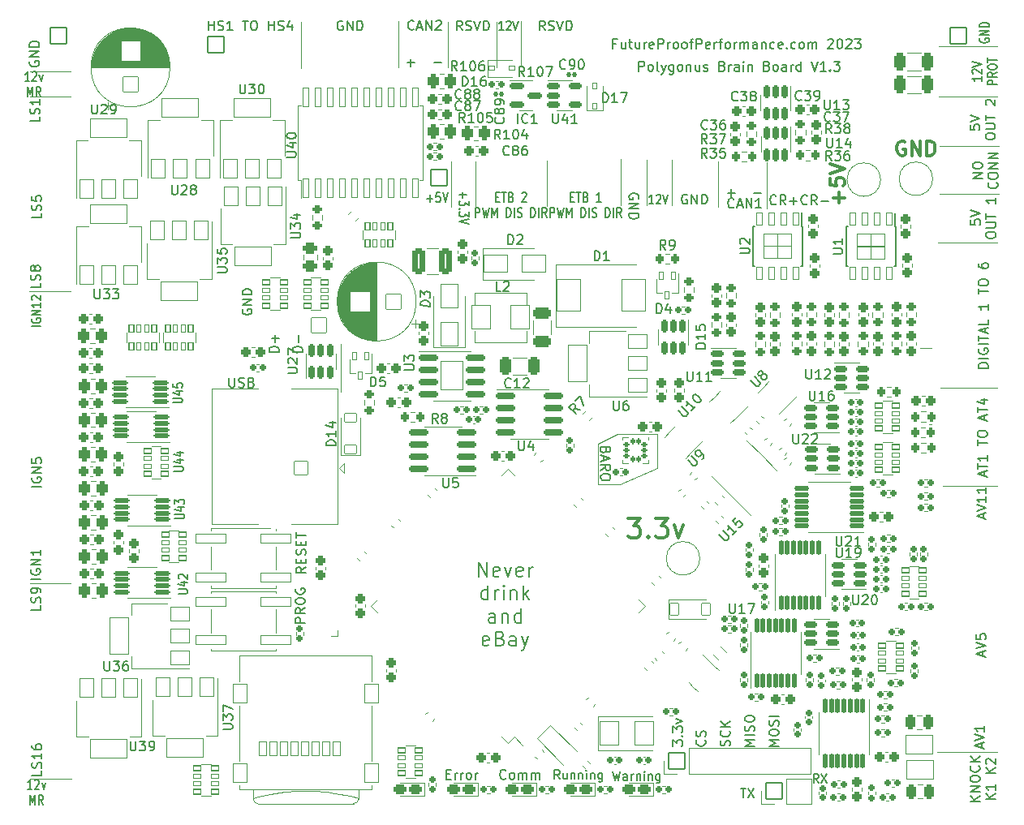
<source format=gbr>
%TF.GenerationSoftware,KiCad,Pcbnew,(6.0.1)*%
%TF.CreationDate,2023-04-04T00:04:59+01:00*%
%TF.ProjectId,polygonus-Shortage-Version,706f6c79-676f-46e7-9573-2d53686f7274,rev?*%
%TF.SameCoordinates,Original*%
%TF.FileFunction,Legend,Top*%
%TF.FilePolarity,Positive*%
%FSLAX46Y46*%
G04 Gerber Fmt 4.6, Leading zero omitted, Abs format (unit mm)*
G04 Created by KiCad (PCBNEW (6.0.1)) date 2023-04-04 00:04:59*
%MOMM*%
%LPD*%
G01*
G04 APERTURE LIST*
G04 Aperture macros list*
%AMRoundRect*
0 Rectangle with rounded corners*
0 $1 Rounding radius*
0 $2 $3 $4 $5 $6 $7 $8 $9 X,Y pos of 4 corners*
0 Add a 4 corners polygon primitive as box body*
4,1,4,$2,$3,$4,$5,$6,$7,$8,$9,$2,$3,0*
0 Add four circle primitives for the rounded corners*
1,1,$1+$1,$2,$3*
1,1,$1+$1,$4,$5*
1,1,$1+$1,$6,$7*
1,1,$1+$1,$8,$9*
0 Add four rect primitives between the rounded corners*
20,1,$1+$1,$2,$3,$4,$5,0*
20,1,$1+$1,$4,$5,$6,$7,0*
20,1,$1+$1,$6,$7,$8,$9,0*
20,1,$1+$1,$8,$9,$2,$3,0*%
%AMFreePoly0*
4,1,16,0.533941,0.783941,0.539938,0.776626,1.039938,0.026626,1.047068,-0.009414,1.039938,-0.026626,0.539938,-0.776626,0.509414,-0.797068,0.500000,-0.798000,-0.500000,-0.798000,-0.533941,-0.783941,-0.548000,-0.750000,-0.548000,0.750000,-0.533941,0.783941,-0.500000,0.798000,0.500000,0.798000,0.533941,0.783941,0.533941,0.783941,$1*%
%AMFreePoly1*
4,1,16,0.533941,0.783941,0.548000,0.750000,0.548000,-0.750000,0.533941,-0.783941,0.500000,-0.798000,-0.650000,-0.798000,-0.683941,-0.783941,-0.698000,-0.750000,-0.689938,-0.723374,-0.207689,0.000000,-0.689938,0.723374,-0.697068,0.759414,-0.676626,0.789938,-0.650000,0.798000,0.500000,0.798000,0.533941,0.783941,0.533941,0.783941,$1*%
G04 Aperture macros list end*
%ADD10C,0.120000*%
%ADD11C,0.150000*%
%ADD12C,0.130000*%
%ADD13C,0.200000*%
%ADD14C,0.300000*%
%ADD15RoundRect,0.273000X0.250000X-0.225000X0.250000X0.225000X-0.250000X0.225000X-0.250000X-0.225000X0*%
%ADD16RoundRect,0.183000X-0.135000X-0.185000X0.135000X-0.185000X0.135000X0.185000X-0.135000X0.185000X0*%
%ADD17RoundRect,0.183000X0.226274X0.035355X0.035355X0.226274X-0.226274X-0.035355X-0.035355X-0.226274X0*%
%ADD18RoundRect,0.148000X0.100000X-0.637500X0.100000X0.637500X-0.100000X0.637500X-0.100000X-0.637500X0*%
%ADD19RoundRect,0.148000X0.637500X0.100000X-0.637500X0.100000X-0.637500X-0.100000X0.637500X-0.100000X0*%
%ADD20RoundRect,0.048000X-0.325000X0.655000X-0.325000X-0.655000X0.325000X-0.655000X0.325000X0.655000X0*%
%ADD21RoundRect,0.048000X-0.300000X0.655000X-0.300000X-0.655000X0.300000X-0.655000X0.300000X0.655000X0*%
%ADD22RoundRect,0.048000X-0.750000X0.662500X-0.750000X-0.662500X0.750000X-0.662500X0.750000X0.662500X0*%
%ADD23RoundRect,0.273000X-0.250000X0.225000X-0.250000X-0.225000X0.250000X-0.225000X0.250000X0.225000X0*%
%ADD24RoundRect,0.183000X-0.226274X-0.035355X-0.035355X-0.226274X0.226274X0.035355X0.035355X0.226274X0*%
%ADD25RoundRect,0.273000X-0.225000X-0.250000X0.225000X-0.250000X0.225000X0.250000X-0.225000X0.250000X0*%
%ADD26RoundRect,0.273000X0.017678X-0.335876X0.335876X-0.017678X-0.017678X0.335876X-0.335876X0.017678X0*%
%ADD27RoundRect,0.188000X-0.140000X-0.170000X0.140000X-0.170000X0.140000X0.170000X-0.140000X0.170000X0*%
%ADD28RoundRect,0.273000X0.335876X0.017678X0.017678X0.335876X-0.335876X-0.017678X-0.017678X-0.335876X0*%
%ADD29RoundRect,0.273000X-0.335876X-0.017678X-0.017678X-0.335876X0.335876X0.017678X0.017678X0.335876X0*%
%ADD30RoundRect,0.266750X0.424264X0.114905X0.114905X0.424264X-0.424264X-0.114905X-0.114905X-0.424264X0*%
%ADD31RoundRect,0.248000X0.200000X0.275000X-0.200000X0.275000X-0.200000X-0.275000X0.200000X-0.275000X0*%
%ADD32RoundRect,0.048000X0.400000X0.250000X-0.400000X0.250000X-0.400000X-0.250000X0.400000X-0.250000X0*%
%ADD33RoundRect,0.048000X0.400000X0.200000X-0.400000X0.200000X-0.400000X-0.200000X0.400000X-0.200000X0*%
%ADD34RoundRect,0.148000X0.521491X-0.380070X-0.380070X0.521491X-0.521491X0.380070X0.380070X-0.521491X0*%
%ADD35RoundRect,0.048000X-0.250000X0.400000X-0.250000X-0.400000X0.250000X-0.400000X0.250000X0.400000X0*%
%ADD36RoundRect,0.048000X-0.200000X0.400000X-0.200000X-0.400000X0.200000X-0.400000X0.200000X0.400000X0*%
%ADD37RoundRect,0.183000X0.135000X0.185000X-0.135000X0.185000X-0.135000X-0.185000X0.135000X-0.185000X0*%
%ADD38RoundRect,0.273000X0.225000X0.250000X-0.225000X0.250000X-0.225000X-0.250000X0.225000X-0.250000X0*%
%ADD39RoundRect,0.123000X0.521491X-0.415425X-0.415425X0.521491X-0.521491X0.415425X0.415425X-0.521491X0*%
%ADD40RoundRect,0.123000X0.521491X0.415425X0.415425X0.521491X-0.521491X-0.415425X-0.415425X-0.521491X0*%
%ADD41RoundRect,0.298000X-0.325000X-0.650000X0.325000X-0.650000X0.325000X0.650000X-0.325000X0.650000X0*%
%ADD42RoundRect,0.248000X-0.200000X-0.275000X0.200000X-0.275000X0.200000X0.275000X-0.200000X0.275000X0*%
%ADD43RoundRect,0.188000X0.140000X0.170000X-0.140000X0.170000X-0.140000X-0.170000X0.140000X-0.170000X0*%
%ADD44RoundRect,0.048000X0.250000X-0.400000X0.250000X0.400000X-0.250000X0.400000X-0.250000X-0.400000X0*%
%ADD45RoundRect,0.048000X0.200000X-0.400000X0.200000X0.400000X-0.200000X0.400000X-0.200000X-0.400000X0*%
%ADD46RoundRect,0.048000X0.800000X0.800000X-0.800000X0.800000X-0.800000X-0.800000X0.800000X-0.800000X0*%
%ADD47C,1.696000*%
%ADD48RoundRect,0.048000X-1.250000X-0.900000X1.250000X-0.900000X1.250000X0.900000X-1.250000X0.900000X0*%
%ADD49RoundRect,0.048000X-0.400000X-0.250000X0.400000X-0.250000X0.400000X0.250000X-0.400000X0.250000X0*%
%ADD50RoundRect,0.048000X-0.400000X-0.200000X0.400000X-0.200000X0.400000X0.200000X-0.400000X0.200000X0*%
%ADD51RoundRect,0.298000X-0.262500X-0.450000X0.262500X-0.450000X0.262500X0.450000X-0.262500X0.450000X0*%
%ADD52RoundRect,0.148000X0.712500X0.100000X-0.712500X0.100000X-0.712500X-0.100000X0.712500X-0.100000X0*%
%ADD53RoundRect,0.260500X0.400000X0.212500X-0.400000X0.212500X-0.400000X-0.212500X0.400000X-0.212500X0*%
%ADD54RoundRect,0.183000X-0.185000X0.135000X-0.185000X-0.135000X0.185000X-0.135000X0.185000X0.135000X0*%
%ADD55RoundRect,0.248000X-0.275000X0.200000X-0.275000X-0.200000X0.275000X-0.200000X0.275000X0.200000X0*%
%ADD56RoundRect,0.248000X0.275000X-0.200000X0.275000X0.200000X-0.275000X0.200000X-0.275000X-0.200000X0*%
%ADD57RoundRect,0.048000X0.600000X-0.450000X0.600000X0.450000X-0.600000X0.450000X-0.600000X-0.450000X0*%
%ADD58RoundRect,0.298000X0.312500X0.625000X-0.312500X0.625000X-0.312500X-0.625000X0.312500X-0.625000X0*%
%ADD59RoundRect,0.298000X-0.312500X-0.625000X0.312500X-0.625000X0.312500X0.625000X-0.312500X0.625000X0*%
%ADD60C,3.096000*%
%ADD61RoundRect,0.198000X0.150000X-0.512500X0.150000X0.512500X-0.150000X0.512500X-0.150000X-0.512500X0*%
%ADD62RoundRect,0.048000X0.225000X0.350000X-0.225000X0.350000X-0.225000X-0.350000X0.225000X-0.350000X0*%
%ADD63RoundRect,0.183000X0.185000X-0.135000X0.185000X0.135000X-0.185000X0.135000X-0.185000X-0.135000X0*%
%ADD64RoundRect,0.048000X1.250000X-1.650000X1.250000X1.650000X-1.250000X1.650000X-1.250000X-1.650000X0*%
%ADD65RoundRect,0.183000X-0.035355X0.226274X-0.226274X0.035355X0.035355X-0.226274X0.226274X-0.035355X0*%
%ADD66RoundRect,0.183000X0.035355X-0.226274X0.226274X-0.035355X-0.035355X0.226274X-0.226274X0.035355X0*%
%ADD67RoundRect,0.198000X0.512500X0.150000X-0.512500X0.150000X-0.512500X-0.150000X0.512500X-0.150000X0*%
%ADD68RoundRect,0.188000X-0.170000X0.140000X-0.170000X-0.140000X0.170000X-0.140000X0.170000X0.140000X0*%
%ADD69RoundRect,0.188000X0.170000X-0.140000X0.170000X0.140000X-0.170000X0.140000X-0.170000X-0.140000X0*%
%ADD70RoundRect,0.148000X-0.100000X0.637500X-0.100000X-0.637500X0.100000X-0.637500X0.100000X0.637500X0*%
%ADD71RoundRect,0.048000X1.000000X0.750000X-1.000000X0.750000X-1.000000X-0.750000X1.000000X-0.750000X0*%
%ADD72RoundRect,0.048000X1.000000X1.900000X-1.000000X1.900000X-1.000000X-1.900000X1.000000X-1.900000X0*%
%ADD73RoundRect,0.048000X-1.000000X-1.200000X1.000000X-1.200000X1.000000X1.200000X-1.000000X1.200000X0*%
%ADD74RoundRect,0.198000X-0.825000X-0.150000X0.825000X-0.150000X0.825000X0.150000X-0.825000X0.150000X0*%
%ADD75RoundRect,0.048000X-1.145000X-1.500000X1.145000X-1.500000X1.145000X1.500000X-1.145000X1.500000X0*%
%ADD76RoundRect,0.048000X0.900000X-1.250000X0.900000X1.250000X-0.900000X1.250000X-0.900000X-1.250000X0*%
%ADD77RoundRect,0.198000X-0.150000X0.512500X-0.150000X-0.512500X0.150000X-0.512500X0.150000X0.512500X0*%
%ADD78RoundRect,0.298000X0.375000X1.075000X-0.375000X1.075000X-0.375000X-1.075000X0.375000X-1.075000X0*%
%ADD79RoundRect,0.248000X-0.053033X0.335876X-0.335876X0.053033X0.053033X-0.335876X0.335876X-0.053033X0*%
%ADD80RoundRect,0.048000X0.950000X1.250000X-0.950000X1.250000X-0.950000X-1.250000X0.950000X-1.250000X0*%
%ADD81RoundRect,0.298000X-0.650000X0.325000X-0.650000X-0.325000X0.650000X-0.325000X0.650000X0.325000X0*%
%ADD82RoundRect,0.298000X-0.250000X-0.475000X0.250000X-0.475000X0.250000X0.475000X-0.250000X0.475000X0*%
%ADD83RoundRect,0.048000X0.850000X-0.850000X0.850000X0.850000X-0.850000X0.850000X-0.850000X-0.850000X0*%
%ADD84O,1.796000X1.796000*%
%ADD85RoundRect,0.048000X0.800000X-0.800000X0.800000X0.800000X-0.800000X0.800000X-0.800000X-0.800000X0*%
%ADD86FreePoly0,180.000000*%
%ADD87FreePoly1,180.000000*%
%ADD88RoundRect,0.048000X0.400000X0.750000X-0.400000X0.750000X-0.400000X-0.750000X0.400000X-0.750000X0*%
%ADD89RoundRect,0.048000X0.725000X1.000000X-0.725000X1.000000X-0.725000X-1.000000X0.725000X-1.000000X0*%
%ADD90RoundRect,0.048000X-0.700000X0.700000X-0.700000X-0.700000X0.700000X-0.700000X0.700000X0.700000X0*%
%ADD91C,1.496000*%
%ADD92RoundRect,0.298000X-0.450000X0.262500X-0.450000X-0.262500X0.450000X-0.262500X0.450000X0.262500X0*%
%ADD93RoundRect,0.198000X-0.521491X0.309359X0.309359X-0.521491X0.521491X-0.309359X-0.309359X0.521491X0*%
%ADD94RoundRect,0.148000X-0.100000X0.175000X-0.100000X-0.175000X0.100000X-0.175000X0.100000X0.175000X0*%
%ADD95RoundRect,0.148000X-0.175000X0.100000X-0.175000X-0.100000X0.175000X-0.100000X0.175000X0.100000X0*%
%ADD96RoundRect,0.048000X-1.600000X-0.500000X1.600000X-0.500000X1.600000X0.500000X-1.600000X0.500000X0*%
%ADD97RoundRect,0.048000X1.600000X0.500000X-1.600000X0.500000X-1.600000X-0.500000X1.600000X-0.500000X0*%
%ADD98C,1.086600*%
%ADD99C,0.883400*%
%ADD100RoundRect,0.048000X-0.450000X-0.600000X0.450000X-0.600000X0.450000X0.600000X-0.450000X0.600000X0*%
%ADD101RoundRect,0.048000X-0.742462X-0.106066X-0.106066X-0.742462X0.742462X0.106066X0.106066X0.742462X0*%
%ADD102RoundRect,0.048000X0.225000X-0.300000X0.225000X0.300000X-0.225000X0.300000X-0.225000X-0.300000X0*%
%ADD103RoundRect,0.198000X-0.512500X-0.150000X0.512500X-0.150000X0.512500X0.150000X-0.512500X0.150000X0*%
%ADD104RoundRect,0.048000X0.750000X-1.000000X0.750000X1.000000X-0.750000X1.000000X-0.750000X-1.000000X0*%
%ADD105RoundRect,0.048000X1.900000X-1.000000X1.900000X1.000000X-1.900000X1.000000X-1.900000X-1.000000X0*%
%ADD106RoundRect,0.198000X0.256326X0.468458X-0.468458X-0.256326X-0.256326X-0.468458X0.468458X0.256326X0*%
%ADD107RoundRect,0.048000X0.275000X0.975000X-0.275000X0.975000X-0.275000X-0.975000X0.275000X-0.975000X0*%
%ADD108RoundRect,0.248000X0.053033X-0.335876X0.335876X-0.053033X-0.053033X0.335876X-0.335876X0.053033X0*%
%ADD109RoundRect,0.148000X-0.130000X-0.100000X0.130000X-0.100000X0.130000X0.100000X-0.130000X0.100000X0*%
%ADD110RoundRect,0.048000X-0.750000X1.000000X-0.750000X-1.000000X0.750000X-1.000000X0.750000X1.000000X0*%
%ADD111RoundRect,0.048000X-1.900000X1.000000X-1.900000X-1.000000X1.900000X-1.000000X1.900000X1.000000X0*%
%ADD112RoundRect,0.198000X-0.587500X-0.150000X0.587500X-0.150000X0.587500X0.150000X-0.587500X0.150000X0*%
%ADD113RoundRect,0.048000X-0.300000X-0.225000X0.300000X-0.225000X0.300000X0.225000X-0.300000X0.225000X0*%
%ADD114RoundRect,0.198000X0.825000X0.150000X-0.825000X0.150000X-0.825000X-0.150000X0.825000X-0.150000X0*%
%ADD115RoundRect,0.148000X0.130000X0.100000X-0.130000X0.100000X-0.130000X-0.100000X0.130000X-0.100000X0*%
%ADD116RoundRect,0.048000X0.850000X0.850000X-0.850000X0.850000X-0.850000X-0.850000X0.850000X-0.850000X0*%
%ADD117RoundRect,0.048000X-0.850000X0.850000X-0.850000X-0.850000X0.850000X-0.850000X0.850000X0.850000X0*%
G04 APERTURE END LIST*
D10*
X117684000Y-99978000D02*
X117684000Y-104169000D01*
X153235560Y-58480584D02*
X159385000Y-58480584D01*
X153350189Y-68852306D02*
X159562735Y-68852306D01*
X58408978Y-114519045D02*
X62658140Y-114519045D01*
X96847596Y-60652653D02*
X96847596Y-55877604D01*
X58403561Y-61066351D02*
X62652723Y-61066351D01*
X112367662Y-75140667D02*
X112367662Y-70365618D01*
X152482000Y-97946000D02*
X152228000Y-97946000D01*
X123907000Y-98962000D02*
X119716000Y-98962000D01*
X90887000Y-94517000D02*
X90887000Y-89564000D01*
X122738143Y-75056526D02*
X122738143Y-70281477D01*
X135317347Y-75372057D02*
X135317347Y-70597008D01*
X119970000Y-104169000D02*
X123907000Y-102518000D01*
X123907000Y-102518000D02*
X123907000Y-98962000D01*
X153670000Y-104316216D02*
X159385000Y-104316216D01*
X58431608Y-63716819D02*
X62680770Y-63716819D01*
X102043354Y-60673689D02*
X102043354Y-55898640D01*
X153161936Y-78947454D02*
X159385000Y-78947454D01*
X58387942Y-84017631D02*
X62637104Y-84017631D01*
X104881584Y-75287916D02*
X104881584Y-70512867D01*
X153088312Y-132161745D02*
X159385000Y-132161745D01*
X102396855Y-75245845D02*
X102396855Y-70470796D01*
X153445915Y-94092984D02*
X159385000Y-94092984D01*
X119716000Y-98962000D02*
X117684000Y-99978000D01*
X152482000Y-89945000D02*
X151339000Y-89945000D01*
X130268837Y-75245845D02*
X130268837Y-70470796D01*
X125367575Y-75077561D02*
X125367575Y-70302512D01*
X117684000Y-104169000D02*
X119970000Y-104169000D01*
X58472084Y-134881368D02*
X62721246Y-134881368D01*
X153277631Y-63697378D02*
X159385000Y-63697378D01*
X86711871Y-60736795D02*
X86711871Y-55961746D01*
X120087675Y-75035490D02*
X120087675Y-70260441D01*
X109616119Y-60589547D02*
X109616119Y-55814498D01*
X107112900Y-60673689D02*
X107112900Y-55898640D01*
X153334905Y-73853168D02*
X159547451Y-73853168D01*
D11*
X87200905Y-112841927D02*
X86724715Y-113175261D01*
X87200905Y-113413356D02*
X86200905Y-113413356D01*
X86200905Y-113032404D01*
X86248525Y-112937166D01*
X86296144Y-112889547D01*
X86391382Y-112841927D01*
X86534239Y-112841927D01*
X86629477Y-112889547D01*
X86677096Y-112937166D01*
X86724715Y-113032404D01*
X86724715Y-113413356D01*
X86677096Y-112413356D02*
X86677096Y-112080023D01*
X87200905Y-111937166D02*
X87200905Y-112413356D01*
X86200905Y-112413356D01*
X86200905Y-111937166D01*
X87153286Y-111556213D02*
X87200905Y-111413356D01*
X87200905Y-111175261D01*
X87153286Y-111080023D01*
X87105667Y-111032404D01*
X87010429Y-110984785D01*
X86915191Y-110984785D01*
X86819953Y-111032404D01*
X86772334Y-111080023D01*
X86724715Y-111175261D01*
X86677096Y-111365737D01*
X86629477Y-111460975D01*
X86581858Y-111508594D01*
X86486620Y-111556213D01*
X86391382Y-111556213D01*
X86296144Y-111508594D01*
X86248525Y-111460975D01*
X86200905Y-111365737D01*
X86200905Y-111127642D01*
X86248525Y-110984785D01*
X86677096Y-110556213D02*
X86677096Y-110222880D01*
X87200905Y-110080023D02*
X87200905Y-110556213D01*
X86200905Y-110556213D01*
X86200905Y-110080023D01*
X86200905Y-109794308D02*
X86200905Y-109222880D01*
X87200905Y-109508594D02*
X86200905Y-109508594D01*
D12*
X140709974Y-135336233D02*
X140409974Y-134907662D01*
X140195688Y-135336233D02*
X140195688Y-134436233D01*
X140538545Y-134436233D01*
X140624259Y-134479091D01*
X140667116Y-134521948D01*
X140709974Y-134607662D01*
X140709974Y-134736233D01*
X140667116Y-134821948D01*
X140624259Y-134864805D01*
X140538545Y-134907662D01*
X140195688Y-134907662D01*
X141009974Y-134436233D02*
X141609974Y-135336233D01*
X141609974Y-134436233D02*
X141009974Y-135336233D01*
D11*
X118517428Y-100629047D02*
X118469809Y-100771904D01*
X118422190Y-100819523D01*
X118326952Y-100867142D01*
X118184095Y-100867142D01*
X118088857Y-100819523D01*
X118041238Y-100771904D01*
X117993619Y-100676666D01*
X117993619Y-100295714D01*
X118993619Y-100295714D01*
X118993619Y-100629047D01*
X118946000Y-100724285D01*
X118898380Y-100771904D01*
X118803142Y-100819523D01*
X118707904Y-100819523D01*
X118612666Y-100771904D01*
X118565047Y-100724285D01*
X118517428Y-100629047D01*
X118517428Y-100295714D01*
X118279333Y-101248095D02*
X118279333Y-101724285D01*
X117993619Y-101152857D02*
X118993619Y-101486190D01*
X117993619Y-101819523D01*
X117993619Y-102724285D02*
X118469809Y-102390952D01*
X117993619Y-102152857D02*
X118993619Y-102152857D01*
X118993619Y-102533809D01*
X118946000Y-102629047D01*
X118898380Y-102676666D01*
X118803142Y-102724285D01*
X118660285Y-102724285D01*
X118565047Y-102676666D01*
X118517428Y-102629047D01*
X118469809Y-102533809D01*
X118469809Y-102152857D01*
X118993619Y-103343333D02*
X118993619Y-103533809D01*
X118946000Y-103629047D01*
X118850761Y-103724285D01*
X118660285Y-103771904D01*
X118326952Y-103771904D01*
X118136476Y-103724285D01*
X118041238Y-103629047D01*
X117993619Y-103533809D01*
X117993619Y-103343333D01*
X118041238Y-103248095D01*
X118136476Y-103152857D01*
X118326952Y-103105238D01*
X118660285Y-103105238D01*
X118850761Y-103152857D01*
X118946000Y-103248095D01*
X118993619Y-103343333D01*
X91050749Y-55861420D02*
X90955511Y-55813800D01*
X90812654Y-55813800D01*
X90669796Y-55861420D01*
X90574558Y-55956658D01*
X90526939Y-56051896D01*
X90479320Y-56242372D01*
X90479320Y-56385229D01*
X90526939Y-56575705D01*
X90574558Y-56670943D01*
X90669796Y-56766181D01*
X90812654Y-56813800D01*
X90907892Y-56813800D01*
X91050749Y-56766181D01*
X91098368Y-56718562D01*
X91098368Y-56385229D01*
X90907892Y-56385229D01*
X91526939Y-56813800D02*
X91526939Y-55813800D01*
X92098368Y-56813800D01*
X92098368Y-55813800D01*
X92574558Y-56813800D02*
X92574558Y-55813800D01*
X92812654Y-55813800D01*
X92955511Y-55861420D01*
X93050749Y-55956658D01*
X93098368Y-56051896D01*
X93145987Y-56242372D01*
X93145987Y-56385229D01*
X93098368Y-56575705D01*
X93050749Y-56670943D01*
X92955511Y-56766181D01*
X92812654Y-56813800D01*
X92574558Y-56813800D01*
X158397854Y-92048359D02*
X157397854Y-92048359D01*
X157397854Y-91810264D01*
X157445474Y-91667406D01*
X157540712Y-91572168D01*
X157635950Y-91524549D01*
X157826426Y-91476930D01*
X157969283Y-91476930D01*
X158159759Y-91524549D01*
X158254997Y-91572168D01*
X158350235Y-91667406D01*
X158397854Y-91810264D01*
X158397854Y-92048359D01*
X158397854Y-91048359D02*
X157397854Y-91048359D01*
X157445474Y-90048359D02*
X157397854Y-90143597D01*
X157397854Y-90286454D01*
X157445474Y-90429311D01*
X157540712Y-90524549D01*
X157635950Y-90572168D01*
X157826426Y-90619787D01*
X157969283Y-90619787D01*
X158159759Y-90572168D01*
X158254997Y-90524549D01*
X158350235Y-90429311D01*
X158397854Y-90286454D01*
X158397854Y-90191216D01*
X158350235Y-90048359D01*
X158302616Y-90000740D01*
X157969283Y-90000740D01*
X157969283Y-90191216D01*
X158397854Y-89572168D02*
X157397854Y-89572168D01*
X157397854Y-89238835D02*
X157397854Y-88667406D01*
X158397854Y-88953121D02*
X157397854Y-88953121D01*
X158112140Y-88381692D02*
X158112140Y-87905502D01*
X158397854Y-88476930D02*
X157397854Y-88143597D01*
X158397854Y-87810264D01*
X158397854Y-87000740D02*
X158397854Y-87476930D01*
X157397854Y-87476930D01*
X158397854Y-85381692D02*
X158397854Y-85953121D01*
X158397854Y-85667406D02*
X157397854Y-85667406D01*
X157540712Y-85762645D01*
X157635950Y-85857883D01*
X157683569Y-85953121D01*
X157397854Y-84334073D02*
X157397854Y-83762645D01*
X158397854Y-84048359D02*
X157397854Y-84048359D01*
X157397854Y-83238835D02*
X157397854Y-83048359D01*
X157445474Y-82953121D01*
X157540712Y-82857883D01*
X157731188Y-82810264D01*
X158064521Y-82810264D01*
X158254997Y-82857883D01*
X158350235Y-82953121D01*
X158397854Y-83048359D01*
X158397854Y-83238835D01*
X158350235Y-83334073D01*
X158254997Y-83429311D01*
X158064521Y-83476930D01*
X157731188Y-83476930D01*
X157540712Y-83429311D01*
X157445474Y-83334073D01*
X157397854Y-83238835D01*
X157397854Y-81191216D02*
X157397854Y-81381692D01*
X157445474Y-81476930D01*
X157493093Y-81524549D01*
X157635950Y-81619787D01*
X157826426Y-81667406D01*
X158207378Y-81667406D01*
X158302616Y-81619787D01*
X158350235Y-81572168D01*
X158397854Y-81476930D01*
X158397854Y-81286454D01*
X158350235Y-81191216D01*
X158302616Y-81143597D01*
X158207378Y-81095978D01*
X157969283Y-81095978D01*
X157874045Y-81143597D01*
X157826426Y-81191216D01*
X157778807Y-81286454D01*
X157778807Y-81476930D01*
X157826426Y-81572168D01*
X157874045Y-81619787D01*
X157969283Y-81667406D01*
D12*
X113680571Y-134929142D02*
X113380571Y-134500571D01*
X113166285Y-134929142D02*
X113166285Y-134029142D01*
X113509142Y-134029142D01*
X113594857Y-134072000D01*
X113637714Y-134114857D01*
X113680571Y-134200571D01*
X113680571Y-134329142D01*
X113637714Y-134414857D01*
X113594857Y-134457714D01*
X113509142Y-134500571D01*
X113166285Y-134500571D01*
X114452000Y-134329142D02*
X114452000Y-134929142D01*
X114066285Y-134329142D02*
X114066285Y-134800571D01*
X114109142Y-134886285D01*
X114194857Y-134929142D01*
X114323428Y-134929142D01*
X114409142Y-134886285D01*
X114452000Y-134843428D01*
X114880571Y-134329142D02*
X114880571Y-134929142D01*
X114880571Y-134414857D02*
X114923428Y-134372000D01*
X115009142Y-134329142D01*
X115137714Y-134329142D01*
X115223428Y-134372000D01*
X115266285Y-134457714D01*
X115266285Y-134929142D01*
X115694857Y-134329142D02*
X115694857Y-134929142D01*
X115694857Y-134414857D02*
X115737714Y-134372000D01*
X115823428Y-134329142D01*
X115952000Y-134329142D01*
X116037714Y-134372000D01*
X116080571Y-134457714D01*
X116080571Y-134929142D01*
X116509142Y-134929142D02*
X116509142Y-134329142D01*
X116509142Y-134029142D02*
X116466285Y-134072000D01*
X116509142Y-134114857D01*
X116552000Y-134072000D01*
X116509142Y-134029142D01*
X116509142Y-134114857D01*
X116937714Y-134329142D02*
X116937714Y-134929142D01*
X116937714Y-134414857D02*
X116980571Y-134372000D01*
X117066285Y-134329142D01*
X117194857Y-134329142D01*
X117280571Y-134372000D01*
X117323428Y-134457714D01*
X117323428Y-134929142D01*
X118137714Y-134329142D02*
X118137714Y-135057714D01*
X118094857Y-135143428D01*
X118052000Y-135186285D01*
X117966285Y-135229142D01*
X117837714Y-135229142D01*
X117752000Y-135186285D01*
X118137714Y-134886285D02*
X118052000Y-134929142D01*
X117880571Y-134929142D01*
X117794857Y-134886285D01*
X117752000Y-134843428D01*
X117709142Y-134757714D01*
X117709142Y-134500571D01*
X117752000Y-134414857D01*
X117794857Y-134372000D01*
X117880571Y-134329142D01*
X118052000Y-134329142D01*
X118137714Y-134372000D01*
D11*
X86847440Y-90386175D02*
X85847440Y-90386175D01*
X85847440Y-90148080D01*
X85895060Y-90005223D01*
X85990298Y-89909984D01*
X86085536Y-89862365D01*
X86276012Y-89814746D01*
X86418869Y-89814746D01*
X86609345Y-89862365D01*
X86704583Y-89909984D01*
X86799821Y-90005223D01*
X86847440Y-90148080D01*
X86847440Y-90386175D01*
X86466488Y-89386175D02*
X86466488Y-88624270D01*
D13*
X105245877Y-113817510D02*
X105245877Y-112317510D01*
X106103019Y-113817510D01*
X106103019Y-112317510D01*
X107388734Y-113746081D02*
X107245877Y-113817510D01*
X106960162Y-113817510D01*
X106817305Y-113746081D01*
X106745877Y-113603224D01*
X106745877Y-113031796D01*
X106817305Y-112888939D01*
X106960162Y-112817510D01*
X107245877Y-112817510D01*
X107388734Y-112888939D01*
X107460162Y-113031796D01*
X107460162Y-113174653D01*
X106745877Y-113317510D01*
X107960162Y-112817510D02*
X108317305Y-113817510D01*
X108674448Y-112817510D01*
X109817305Y-113746081D02*
X109674448Y-113817510D01*
X109388734Y-113817510D01*
X109245877Y-113746081D01*
X109174448Y-113603224D01*
X109174448Y-113031796D01*
X109245877Y-112888939D01*
X109388734Y-112817510D01*
X109674448Y-112817510D01*
X109817305Y-112888939D01*
X109888734Y-113031796D01*
X109888734Y-113174653D01*
X109174448Y-113317510D01*
X110531591Y-113817510D02*
X110531591Y-112817510D01*
X110531591Y-113103224D02*
X110603019Y-112960367D01*
X110674448Y-112888939D01*
X110817305Y-112817510D01*
X110960162Y-112817510D01*
X106210162Y-116232510D02*
X106210162Y-114732510D01*
X106210162Y-116161081D02*
X106067305Y-116232510D01*
X105781591Y-116232510D01*
X105638734Y-116161081D01*
X105567305Y-116089653D01*
X105495877Y-115946796D01*
X105495877Y-115518224D01*
X105567305Y-115375367D01*
X105638734Y-115303939D01*
X105781591Y-115232510D01*
X106067305Y-115232510D01*
X106210162Y-115303939D01*
X106924448Y-116232510D02*
X106924448Y-115232510D01*
X106924448Y-115518224D02*
X106995877Y-115375367D01*
X107067305Y-115303939D01*
X107210162Y-115232510D01*
X107353019Y-115232510D01*
X107853019Y-116232510D02*
X107853019Y-115232510D01*
X107853019Y-114732510D02*
X107781591Y-114803939D01*
X107853019Y-114875367D01*
X107924448Y-114803939D01*
X107853019Y-114732510D01*
X107853019Y-114875367D01*
X108567305Y-115232510D02*
X108567305Y-116232510D01*
X108567305Y-115375367D02*
X108638734Y-115303939D01*
X108781591Y-115232510D01*
X108995877Y-115232510D01*
X109138734Y-115303939D01*
X109210162Y-115446796D01*
X109210162Y-116232510D01*
X109924448Y-116232510D02*
X109924448Y-114732510D01*
X110067305Y-115661081D02*
X110495877Y-116232510D01*
X110495877Y-115232510D02*
X109924448Y-115803939D01*
X106960162Y-118647510D02*
X106960162Y-117861796D01*
X106888734Y-117718939D01*
X106745877Y-117647510D01*
X106460162Y-117647510D01*
X106317305Y-117718939D01*
X106960162Y-118576081D02*
X106817305Y-118647510D01*
X106460162Y-118647510D01*
X106317305Y-118576081D01*
X106245877Y-118433224D01*
X106245877Y-118290367D01*
X106317305Y-118147510D01*
X106460162Y-118076081D01*
X106817305Y-118076081D01*
X106960162Y-118004653D01*
X107674448Y-117647510D02*
X107674448Y-118647510D01*
X107674448Y-117790367D02*
X107745877Y-117718939D01*
X107888734Y-117647510D01*
X108103019Y-117647510D01*
X108245877Y-117718939D01*
X108317305Y-117861796D01*
X108317305Y-118647510D01*
X109674448Y-118647510D02*
X109674448Y-117147510D01*
X109674448Y-118576081D02*
X109531591Y-118647510D01*
X109245877Y-118647510D01*
X109103019Y-118576081D01*
X109031591Y-118504653D01*
X108960162Y-118361796D01*
X108960162Y-117933224D01*
X109031591Y-117790367D01*
X109103019Y-117718939D01*
X109245877Y-117647510D01*
X109531591Y-117647510D01*
X109674448Y-117718939D01*
X106281591Y-120991081D02*
X106138734Y-121062510D01*
X105853019Y-121062510D01*
X105710162Y-120991081D01*
X105638734Y-120848224D01*
X105638734Y-120276796D01*
X105710162Y-120133939D01*
X105853019Y-120062510D01*
X106138734Y-120062510D01*
X106281591Y-120133939D01*
X106353019Y-120276796D01*
X106353019Y-120419653D01*
X105638734Y-120562510D01*
X107495877Y-120276796D02*
X107710162Y-120348224D01*
X107781591Y-120419653D01*
X107853019Y-120562510D01*
X107853019Y-120776796D01*
X107781591Y-120919653D01*
X107710162Y-120991081D01*
X107567305Y-121062510D01*
X106995877Y-121062510D01*
X106995877Y-119562510D01*
X107495877Y-119562510D01*
X107638734Y-119633939D01*
X107710162Y-119705367D01*
X107781591Y-119848224D01*
X107781591Y-119991081D01*
X107710162Y-120133939D01*
X107638734Y-120205367D01*
X107495877Y-120276796D01*
X106995877Y-120276796D01*
X109138734Y-121062510D02*
X109138734Y-120276796D01*
X109067305Y-120133939D01*
X108924448Y-120062510D01*
X108638734Y-120062510D01*
X108495877Y-120133939D01*
X109138734Y-120991081D02*
X108995877Y-121062510D01*
X108638734Y-121062510D01*
X108495877Y-120991081D01*
X108424448Y-120848224D01*
X108424448Y-120705367D01*
X108495877Y-120562510D01*
X108638734Y-120491081D01*
X108995877Y-120491081D01*
X109138734Y-120419653D01*
X109710162Y-120062510D02*
X110067305Y-121062510D01*
X110424448Y-120062510D02*
X110067305Y-121062510D01*
X109924448Y-121419653D01*
X109853019Y-121491081D01*
X109710162Y-121562510D01*
D14*
X120859357Y-107772761D02*
X122097452Y-107772761D01*
X121430785Y-108534666D01*
X121716500Y-108534666D01*
X121906976Y-108629904D01*
X122002214Y-108725142D01*
X122097452Y-108915619D01*
X122097452Y-109391809D01*
X122002214Y-109582285D01*
X121906976Y-109677523D01*
X121716500Y-109772761D01*
X121145071Y-109772761D01*
X120954595Y-109677523D01*
X120859357Y-109582285D01*
X122954595Y-109582285D02*
X123049833Y-109677523D01*
X122954595Y-109772761D01*
X122859357Y-109677523D01*
X122954595Y-109582285D01*
X122954595Y-109772761D01*
X123716500Y-107772761D02*
X124954595Y-107772761D01*
X124287928Y-108534666D01*
X124573642Y-108534666D01*
X124764119Y-108629904D01*
X124859357Y-108725142D01*
X124954595Y-108915619D01*
X124954595Y-109391809D01*
X124859357Y-109582285D01*
X124764119Y-109677523D01*
X124573642Y-109772761D01*
X124002214Y-109772761D01*
X123811738Y-109677523D01*
X123716500Y-109582285D01*
X125621261Y-108439428D02*
X126097452Y-109772761D01*
X126573642Y-108439428D01*
D12*
X119240857Y-134156142D02*
X119455142Y-135056142D01*
X119626571Y-134413285D01*
X119798000Y-135056142D01*
X120012285Y-134156142D01*
X120740857Y-135056142D02*
X120740857Y-134584714D01*
X120698000Y-134499000D01*
X120612285Y-134456142D01*
X120440857Y-134456142D01*
X120355142Y-134499000D01*
X120740857Y-135013285D02*
X120655142Y-135056142D01*
X120440857Y-135056142D01*
X120355142Y-135013285D01*
X120312285Y-134927571D01*
X120312285Y-134841857D01*
X120355142Y-134756142D01*
X120440857Y-134713285D01*
X120655142Y-134713285D01*
X120740857Y-134670428D01*
X121169428Y-135056142D02*
X121169428Y-134456142D01*
X121169428Y-134627571D02*
X121212285Y-134541857D01*
X121255142Y-134499000D01*
X121340857Y-134456142D01*
X121426571Y-134456142D01*
X121726571Y-134456142D02*
X121726571Y-135056142D01*
X121726571Y-134541857D02*
X121769428Y-134499000D01*
X121855142Y-134456142D01*
X121983714Y-134456142D01*
X122069428Y-134499000D01*
X122112285Y-134584714D01*
X122112285Y-135056142D01*
X122540857Y-135056142D02*
X122540857Y-134456142D01*
X122540857Y-134156142D02*
X122498000Y-134199000D01*
X122540857Y-134241857D01*
X122583714Y-134199000D01*
X122540857Y-134156142D01*
X122540857Y-134241857D01*
X122969428Y-134456142D02*
X122969428Y-135056142D01*
X122969428Y-134541857D02*
X123012285Y-134499000D01*
X123098000Y-134456142D01*
X123226571Y-134456142D01*
X123312285Y-134499000D01*
X123355142Y-134584714D01*
X123355142Y-135056142D01*
X124169428Y-134456142D02*
X124169428Y-135184714D01*
X124126571Y-135270428D01*
X124083714Y-135313285D01*
X123998000Y-135356142D01*
X123869428Y-135356142D01*
X123783714Y-135313285D01*
X124169428Y-135013285D02*
X124083714Y-135056142D01*
X123912285Y-135056142D01*
X123826571Y-135013285D01*
X123783714Y-134970428D01*
X123740857Y-134884714D01*
X123740857Y-134627571D01*
X123783714Y-134541857D01*
X123826571Y-134499000D01*
X123912285Y-134456142D01*
X124083714Y-134456142D01*
X124169428Y-134499000D01*
D11*
X58376941Y-62114949D02*
X57919798Y-62114949D01*
X58148369Y-62114949D02*
X58148369Y-61114949D01*
X58072179Y-61257807D01*
X57995988Y-61353045D01*
X57919798Y-61400664D01*
X58681703Y-61210188D02*
X58719798Y-61162569D01*
X58795988Y-61114949D01*
X58986464Y-61114949D01*
X59062655Y-61162569D01*
X59100750Y-61210188D01*
X59138845Y-61305426D01*
X59138845Y-61400664D01*
X59100750Y-61543521D01*
X58643607Y-62114949D01*
X59138845Y-62114949D01*
X59405512Y-61448283D02*
X59595988Y-62114949D01*
X59786464Y-61448283D01*
X58167417Y-63724949D02*
X58167417Y-62724949D01*
X58434084Y-63439235D01*
X58700750Y-62724949D01*
X58700750Y-63724949D01*
X59538845Y-63724949D02*
X59272179Y-63248759D01*
X59081703Y-63724949D02*
X59081703Y-62724949D01*
X59386464Y-62724949D01*
X59462655Y-62772569D01*
X59500750Y-62820188D01*
X59538845Y-62915426D01*
X59538845Y-63058283D01*
X59500750Y-63153521D01*
X59462655Y-63201140D01*
X59386464Y-63248759D01*
X59081703Y-63248759D01*
D12*
X132619285Y-135934142D02*
X133133571Y-135934142D01*
X132876428Y-136834142D02*
X132876428Y-135934142D01*
X133347857Y-135934142D02*
X133947857Y-136834142D01*
X133947857Y-135934142D02*
X133347857Y-136834142D01*
D11*
X108079809Y-134879142D02*
X108032190Y-134926761D01*
X107889333Y-134974380D01*
X107794095Y-134974380D01*
X107651238Y-134926761D01*
X107556000Y-134831523D01*
X107508380Y-134736285D01*
X107460761Y-134545809D01*
X107460761Y-134402952D01*
X107508380Y-134212476D01*
X107556000Y-134117238D01*
X107651238Y-134022000D01*
X107794095Y-133974380D01*
X107889333Y-133974380D01*
X108032190Y-134022000D01*
X108079809Y-134069619D01*
X108651238Y-134974380D02*
X108556000Y-134926761D01*
X108508380Y-134879142D01*
X108460761Y-134783904D01*
X108460761Y-134498190D01*
X108508380Y-134402952D01*
X108556000Y-134355333D01*
X108651238Y-134307714D01*
X108794095Y-134307714D01*
X108889333Y-134355333D01*
X108936952Y-134402952D01*
X108984571Y-134498190D01*
X108984571Y-134783904D01*
X108936952Y-134879142D01*
X108889333Y-134926761D01*
X108794095Y-134974380D01*
X108651238Y-134974380D01*
X109413142Y-134974380D02*
X109413142Y-134307714D01*
X109413142Y-134402952D02*
X109460761Y-134355333D01*
X109556000Y-134307714D01*
X109698857Y-134307714D01*
X109794095Y-134355333D01*
X109841714Y-134450571D01*
X109841714Y-134974380D01*
X109841714Y-134450571D02*
X109889333Y-134355333D01*
X109984571Y-134307714D01*
X110127428Y-134307714D01*
X110222666Y-134355333D01*
X110270285Y-134450571D01*
X110270285Y-134974380D01*
X110746476Y-134974380D02*
X110746476Y-134307714D01*
X110746476Y-134402952D02*
X110794095Y-134355333D01*
X110889333Y-134307714D01*
X111032190Y-134307714D01*
X111127428Y-134355333D01*
X111175047Y-134450571D01*
X111175047Y-134974380D01*
X111175047Y-134450571D02*
X111222666Y-134355333D01*
X111317904Y-134307714D01*
X111460761Y-134307714D01*
X111556000Y-134355333D01*
X111603619Y-134450571D01*
X111603619Y-134974380D01*
X134011380Y-131521428D02*
X133011380Y-131521428D01*
X133725666Y-131188095D01*
X133011380Y-130854761D01*
X134011380Y-130854761D01*
X134011380Y-130378571D02*
X133011380Y-130378571D01*
X133963761Y-129950000D02*
X134011380Y-129807142D01*
X134011380Y-129569047D01*
X133963761Y-129473809D01*
X133916142Y-129426190D01*
X133820904Y-129378571D01*
X133725666Y-129378571D01*
X133630428Y-129426190D01*
X133582809Y-129473809D01*
X133535190Y-129569047D01*
X133487571Y-129759523D01*
X133439952Y-129854761D01*
X133392333Y-129902380D01*
X133297095Y-129950000D01*
X133201857Y-129950000D01*
X133106619Y-129902380D01*
X133059000Y-129854761D01*
X133011380Y-129759523D01*
X133011380Y-129521428D01*
X133059000Y-129378571D01*
X133011380Y-128759523D02*
X133011380Y-128569047D01*
X133059000Y-128473809D01*
X133154238Y-128378571D01*
X133344714Y-128330952D01*
X133678047Y-128330952D01*
X133868523Y-128378571D01*
X133963761Y-128473809D01*
X134011380Y-128569047D01*
X134011380Y-128759523D01*
X133963761Y-128854761D01*
X133868523Y-128950000D01*
X133678047Y-128997619D01*
X133344714Y-128997619D01*
X133154238Y-128950000D01*
X133059000Y-128854761D01*
X133011380Y-128759523D01*
X59541285Y-116813951D02*
X59541285Y-117290141D01*
X58541285Y-117290141D01*
X59493666Y-116528236D02*
X59541285Y-116385379D01*
X59541285Y-116147284D01*
X59493666Y-116052046D01*
X59446047Y-116004427D01*
X59350809Y-115956808D01*
X59255571Y-115956808D01*
X59160333Y-116004427D01*
X59112714Y-116052046D01*
X59065095Y-116147284D01*
X59017476Y-116337760D01*
X58969857Y-116432998D01*
X58922238Y-116480617D01*
X58827000Y-116528236D01*
X58731762Y-116528236D01*
X58636524Y-116480617D01*
X58588905Y-116432998D01*
X58541285Y-116337760D01*
X58541285Y-116099665D01*
X58588905Y-115956808D01*
X59541285Y-115480617D02*
X59541285Y-115290141D01*
X59493666Y-115194903D01*
X59446047Y-115147284D01*
X59303190Y-115052046D01*
X59112714Y-115004427D01*
X58731762Y-115004427D01*
X58636524Y-115052046D01*
X58588905Y-115099665D01*
X58541285Y-115194903D01*
X58541285Y-115385379D01*
X58588905Y-115480617D01*
X58636524Y-115528236D01*
X58731762Y-115575855D01*
X58969857Y-115575855D01*
X59065095Y-115528236D01*
X59112714Y-115480617D01*
X59160333Y-115385379D01*
X59160333Y-115194903D01*
X59112714Y-115099665D01*
X59065095Y-115052046D01*
X58969857Y-115004427D01*
X157921024Y-107757889D02*
X157921024Y-107281699D01*
X158206738Y-107853127D02*
X157206738Y-107519794D01*
X158206738Y-107186461D01*
X157206738Y-106995984D02*
X158206738Y-106662651D01*
X157206738Y-106329318D01*
X158206738Y-105472175D02*
X158206738Y-106043603D01*
X158206738Y-105757889D02*
X157206738Y-105757889D01*
X157349596Y-105853127D01*
X157444834Y-105948365D01*
X157492453Y-106043603D01*
X158206738Y-104519794D02*
X158206738Y-105091222D01*
X158206738Y-104805508D02*
X157206738Y-104805508D01*
X157349596Y-104900746D01*
X157444834Y-104995984D01*
X157492453Y-105091222D01*
X156521926Y-66684408D02*
X156521926Y-67160599D01*
X156998117Y-67208218D01*
X156950498Y-67160599D01*
X156902879Y-67065360D01*
X156902879Y-66827265D01*
X156950498Y-66732027D01*
X156998117Y-66684408D01*
X157093355Y-66636789D01*
X157331450Y-66636789D01*
X157426688Y-66684408D01*
X157474307Y-66732027D01*
X157521926Y-66827265D01*
X157521926Y-67065360D01*
X157474307Y-67160599D01*
X157426688Y-67208218D01*
X156521926Y-66351075D02*
X157521926Y-66017741D01*
X156521926Y-65684408D01*
X158131926Y-67970122D02*
X158131926Y-67779646D01*
X158179546Y-67684408D01*
X158274784Y-67589170D01*
X158465260Y-67541551D01*
X158798593Y-67541551D01*
X158989069Y-67589170D01*
X159084307Y-67684408D01*
X159131926Y-67779646D01*
X159131926Y-67970122D01*
X159084307Y-68065360D01*
X158989069Y-68160599D01*
X158798593Y-68208218D01*
X158465260Y-68208218D01*
X158274784Y-68160599D01*
X158179546Y-68065360D01*
X158131926Y-67970122D01*
X158131926Y-67112980D02*
X158941450Y-67112980D01*
X159036688Y-67065360D01*
X159084307Y-67017741D01*
X159131926Y-66922503D01*
X159131926Y-66732027D01*
X159084307Y-66636789D01*
X159036688Y-66589170D01*
X158941450Y-66541551D01*
X158131926Y-66541551D01*
X158131926Y-66208218D02*
X158131926Y-65636789D01*
X159131926Y-65922503D02*
X158131926Y-65922503D01*
X158227165Y-64589170D02*
X158179546Y-64541551D01*
X158131926Y-64446313D01*
X158131926Y-64208218D01*
X158179546Y-64112980D01*
X158227165Y-64065360D01*
X158322403Y-64017741D01*
X158417641Y-64017741D01*
X158560498Y-64065360D01*
X159131926Y-64636789D01*
X159131926Y-64017741D01*
D13*
X157565662Y-57657807D02*
X157518042Y-57733998D01*
X157518042Y-57848284D01*
X157565662Y-57962569D01*
X157660900Y-58038760D01*
X157756138Y-58076855D01*
X157946614Y-58114950D01*
X158089471Y-58114950D01*
X158279947Y-58076855D01*
X158375185Y-58038760D01*
X158470423Y-57962569D01*
X158518042Y-57848284D01*
X158518042Y-57772093D01*
X158470423Y-57657807D01*
X158422804Y-57619712D01*
X158089471Y-57619712D01*
X158089471Y-57772093D01*
X158518042Y-57276855D02*
X157518042Y-57276855D01*
X158518042Y-56819712D01*
X157518042Y-56819712D01*
X158518042Y-56438760D02*
X157518042Y-56438760D01*
X157518042Y-56248284D01*
X157565662Y-56133998D01*
X157660900Y-56057807D01*
X157756138Y-56019712D01*
X157946614Y-55981617D01*
X158089471Y-55981617D01*
X158279947Y-56019712D01*
X158375185Y-56057807D01*
X158470423Y-56133998D01*
X158518042Y-56248284D01*
X158518042Y-56438760D01*
D11*
X136282320Y-74908817D02*
X136234701Y-74956436D01*
X136091844Y-75004055D01*
X135996606Y-75004055D01*
X135853749Y-74956436D01*
X135758511Y-74861198D01*
X135710892Y-74765960D01*
X135663272Y-74575484D01*
X135663272Y-74432627D01*
X135710892Y-74242151D01*
X135758511Y-74146913D01*
X135853749Y-74051675D01*
X135996606Y-74004055D01*
X136091844Y-74004055D01*
X136234701Y-74051675D01*
X136282320Y-74099294D01*
X137282320Y-75004055D02*
X136948987Y-74527865D01*
X136710892Y-75004055D02*
X136710892Y-74004055D01*
X137091844Y-74004055D01*
X137187082Y-74051675D01*
X137234701Y-74099294D01*
X137282320Y-74194532D01*
X137282320Y-74337389D01*
X137234701Y-74432627D01*
X137187082Y-74480246D01*
X137091844Y-74527865D01*
X136710892Y-74527865D01*
X137710892Y-74623103D02*
X138472796Y-74623103D01*
X138091844Y-75004055D02*
X138091844Y-74242151D01*
X139520415Y-74908817D02*
X139472796Y-74956436D01*
X139329939Y-75004055D01*
X139234701Y-75004055D01*
X139091844Y-74956436D01*
X138996606Y-74861198D01*
X138948987Y-74765960D01*
X138901368Y-74575484D01*
X138901368Y-74432627D01*
X138948987Y-74242151D01*
X138996606Y-74146913D01*
X139091844Y-74051675D01*
X139234701Y-74004055D01*
X139329939Y-74004055D01*
X139472796Y-74051675D01*
X139520415Y-74099294D01*
X140520415Y-75004055D02*
X140187082Y-74527865D01*
X139948987Y-75004055D02*
X139948987Y-74004055D01*
X140329939Y-74004055D01*
X140425177Y-74051675D01*
X140472796Y-74099294D01*
X140520415Y-74194532D01*
X140520415Y-74337389D01*
X140472796Y-74432627D01*
X140425177Y-74480246D01*
X140329939Y-74527865D01*
X139948987Y-74527865D01*
X140948987Y-74623103D02*
X141710892Y-74623103D01*
X157537359Y-137257818D02*
X156537359Y-137257818D01*
X157537359Y-136686390D02*
X156965931Y-137114961D01*
X156537359Y-136686390D02*
X157108788Y-137257818D01*
X157537359Y-136257818D02*
X156537359Y-136257818D01*
X157537359Y-135686390D01*
X156537359Y-135686390D01*
X156537359Y-135019723D02*
X156537359Y-134829247D01*
X156584979Y-134734009D01*
X156680217Y-134638771D01*
X156870693Y-134591152D01*
X157204026Y-134591152D01*
X157394502Y-134638771D01*
X157489740Y-134734009D01*
X157537359Y-134829247D01*
X157537359Y-135019723D01*
X157489740Y-135114961D01*
X157394502Y-135210199D01*
X157204026Y-135257818D01*
X156870693Y-135257818D01*
X156680217Y-135210199D01*
X156584979Y-135114961D01*
X156537359Y-135019723D01*
X157442121Y-133591152D02*
X157489740Y-133638771D01*
X157537359Y-133781628D01*
X157537359Y-133876866D01*
X157489740Y-134019723D01*
X157394502Y-134114961D01*
X157299264Y-134162580D01*
X157108788Y-134210199D01*
X156965931Y-134210199D01*
X156775455Y-134162580D01*
X156680217Y-134114961D01*
X156584979Y-134019723D01*
X156537359Y-133876866D01*
X156537359Y-133781628D01*
X156584979Y-133638771D01*
X156632598Y-133591152D01*
X157537359Y-133162580D02*
X156537359Y-133162580D01*
X157537359Y-132591152D02*
X156965931Y-133019723D01*
X156537359Y-132591152D02*
X157108788Y-133162580D01*
X159147359Y-137043533D02*
X158147359Y-137043533D01*
X159147359Y-136472104D02*
X158575931Y-136900675D01*
X158147359Y-136472104D02*
X158718788Y-137043533D01*
X159147359Y-135519723D02*
X159147359Y-136091152D01*
X159147359Y-135805437D02*
X158147359Y-135805437D01*
X158290217Y-135900675D01*
X158385455Y-135995914D01*
X158433074Y-136091152D01*
X159147359Y-134329247D02*
X158147359Y-134329247D01*
X159147359Y-133757818D02*
X158575931Y-134186390D01*
X158147359Y-133757818D02*
X158718788Y-134329247D01*
X158242598Y-133376866D02*
X158194979Y-133329247D01*
X158147359Y-133234009D01*
X158147359Y-132995914D01*
X158194979Y-132900675D01*
X158242598Y-132853056D01*
X158337836Y-132805437D01*
X158433074Y-132805437D01*
X158575931Y-132853056D01*
X159147359Y-133424485D01*
X159147359Y-132805437D01*
X157736191Y-61626322D02*
X157736191Y-62083464D01*
X157736191Y-61854893D02*
X156736191Y-61854893D01*
X156879049Y-61931084D01*
X156974287Y-62007274D01*
X157021906Y-62083464D01*
X156831430Y-61321560D02*
X156783811Y-61283464D01*
X156736191Y-61207274D01*
X156736191Y-61016798D01*
X156783811Y-60940607D01*
X156831430Y-60902512D01*
X156926668Y-60864417D01*
X157021906Y-60864417D01*
X157164763Y-60902512D01*
X157736191Y-61359655D01*
X157736191Y-60864417D01*
X156736191Y-60635845D02*
X157736191Y-60369179D01*
X156736191Y-60102512D01*
X159346191Y-62464417D02*
X158346191Y-62464417D01*
X158346191Y-62159655D01*
X158393811Y-62083464D01*
X158441430Y-62045369D01*
X158536668Y-62007274D01*
X158679525Y-62007274D01*
X158774763Y-62045369D01*
X158822382Y-62083464D01*
X158870001Y-62159655D01*
X158870001Y-62464417D01*
X159346191Y-61207274D02*
X158870001Y-61473941D01*
X159346191Y-61664417D02*
X158346191Y-61664417D01*
X158346191Y-61359655D01*
X158393811Y-61283464D01*
X158441430Y-61245369D01*
X158536668Y-61207274D01*
X158679525Y-61207274D01*
X158774763Y-61245369D01*
X158822382Y-61283464D01*
X158870001Y-61359655D01*
X158870001Y-61664417D01*
X158346191Y-60712036D02*
X158346191Y-60559655D01*
X158393811Y-60483464D01*
X158489049Y-60407274D01*
X158679525Y-60369179D01*
X159012858Y-60369179D01*
X159203334Y-60407274D01*
X159298572Y-60483464D01*
X159346191Y-60559655D01*
X159346191Y-60712036D01*
X159298572Y-60788226D01*
X159203334Y-60864417D01*
X159012858Y-60902512D01*
X158679525Y-60902512D01*
X158489049Y-60864417D01*
X158393811Y-60788226D01*
X158346191Y-60712036D01*
X158346191Y-60140607D02*
X158346191Y-59683464D01*
X159346191Y-59912036D02*
X158346191Y-59912036D01*
X59445727Y-65817900D02*
X59445727Y-66294090D01*
X58445727Y-66294090D01*
X59398108Y-65532185D02*
X59445727Y-65389328D01*
X59445727Y-65151233D01*
X59398108Y-65055995D01*
X59350489Y-65008376D01*
X59255251Y-64960757D01*
X59160013Y-64960757D01*
X59064775Y-65008376D01*
X59017156Y-65055995D01*
X58969537Y-65151233D01*
X58921918Y-65341709D01*
X58874299Y-65436947D01*
X58826680Y-65484566D01*
X58731442Y-65532185D01*
X58636204Y-65532185D01*
X58540966Y-65484566D01*
X58493347Y-65436947D01*
X58445727Y-65341709D01*
X58445727Y-65103614D01*
X58493347Y-64960757D01*
X59445727Y-64008376D02*
X59445727Y-64579804D01*
X59445727Y-64294090D02*
X58445727Y-64294090D01*
X58588585Y-64389328D01*
X58683823Y-64484566D01*
X58731442Y-64579804D01*
X99850364Y-74349642D02*
X100459888Y-74349642D01*
X100155126Y-74730594D02*
X100155126Y-73968690D01*
X101221793Y-73730594D02*
X100840840Y-73730594D01*
X100802745Y-74206785D01*
X100840840Y-74159166D01*
X100917031Y-74111547D01*
X101107507Y-74111547D01*
X101183697Y-74159166D01*
X101221793Y-74206785D01*
X101259888Y-74302023D01*
X101259888Y-74540118D01*
X101221793Y-74635356D01*
X101183697Y-74682975D01*
X101107507Y-74730594D01*
X100917031Y-74730594D01*
X100840840Y-74682975D01*
X100802745Y-74635356D01*
X101488459Y-73730594D02*
X101755126Y-74730594D01*
X102021793Y-73730594D01*
X59636842Y-134076475D02*
X59636842Y-134552666D01*
X58636842Y-134552666D01*
X59589223Y-133790761D02*
X59636842Y-133647904D01*
X59636842Y-133409808D01*
X59589223Y-133314570D01*
X59541604Y-133266951D01*
X59446366Y-133219332D01*
X59351128Y-133219332D01*
X59255890Y-133266951D01*
X59208271Y-133314570D01*
X59160652Y-133409808D01*
X59113033Y-133600285D01*
X59065414Y-133695523D01*
X59017795Y-133743142D01*
X58922557Y-133790761D01*
X58827319Y-133790761D01*
X58732081Y-133743142D01*
X58684462Y-133695523D01*
X58636842Y-133600285D01*
X58636842Y-133362189D01*
X58684462Y-133219332D01*
X59636842Y-132266951D02*
X59636842Y-132838380D01*
X59636842Y-132552666D02*
X58636842Y-132552666D01*
X58779700Y-132647904D01*
X58874938Y-132743142D01*
X58922557Y-132838380D01*
X58636842Y-131409808D02*
X58636842Y-131600285D01*
X58684462Y-131695523D01*
X58732081Y-131743142D01*
X58874938Y-131838380D01*
X59065414Y-131885999D01*
X59446366Y-131885999D01*
X59541604Y-131838380D01*
X59589223Y-131790761D01*
X59636842Y-131695523D01*
X59636842Y-131505047D01*
X59589223Y-131409808D01*
X59541604Y-131362189D01*
X59446366Y-131314570D01*
X59208271Y-131314570D01*
X59113033Y-131362189D01*
X59065414Y-131409808D01*
X59017795Y-131505047D01*
X59017795Y-131695523D01*
X59065414Y-131790761D01*
X59113033Y-131838380D01*
X59208271Y-131885999D01*
X59604990Y-75883329D02*
X59604990Y-76359519D01*
X58604990Y-76359519D01*
X59557371Y-75597614D02*
X59604990Y-75454757D01*
X59604990Y-75216662D01*
X59557371Y-75121424D01*
X59509752Y-75073805D01*
X59414514Y-75026186D01*
X59319276Y-75026186D01*
X59224038Y-75073805D01*
X59176419Y-75121424D01*
X59128800Y-75216662D01*
X59081181Y-75407138D01*
X59033562Y-75502376D01*
X58985943Y-75549995D01*
X58890705Y-75597614D01*
X58795467Y-75597614D01*
X58700229Y-75549995D01*
X58652610Y-75502376D01*
X58604990Y-75407138D01*
X58604990Y-75169043D01*
X58652610Y-75026186D01*
X58604990Y-74121424D02*
X58604990Y-74597614D01*
X59081181Y-74645233D01*
X59033562Y-74597614D01*
X58985943Y-74502376D01*
X58985943Y-74264281D01*
X59033562Y-74169043D01*
X59081181Y-74121424D01*
X59176419Y-74073805D01*
X59414514Y-74073805D01*
X59509752Y-74121424D01*
X59557371Y-74169043D01*
X59604990Y-74264281D01*
X59604990Y-74502376D01*
X59557371Y-74597614D01*
X59509752Y-74645233D01*
X59509432Y-83177580D02*
X59509432Y-83653770D01*
X58509432Y-83653770D01*
X59461813Y-82891865D02*
X59509432Y-82749008D01*
X59509432Y-82510913D01*
X59461813Y-82415675D01*
X59414194Y-82368056D01*
X59318956Y-82320437D01*
X59223718Y-82320437D01*
X59128480Y-82368056D01*
X59080861Y-82415675D01*
X59033242Y-82510913D01*
X58985623Y-82701389D01*
X58938004Y-82796627D01*
X58890385Y-82844246D01*
X58795147Y-82891865D01*
X58699909Y-82891865D01*
X58604671Y-82844246D01*
X58557052Y-82796627D01*
X58509432Y-82701389D01*
X58509432Y-82463294D01*
X58557052Y-82320437D01*
X58938004Y-81749008D02*
X58890385Y-81844246D01*
X58842766Y-81891865D01*
X58747528Y-81939484D01*
X58699909Y-81939484D01*
X58604671Y-81891865D01*
X58557052Y-81844246D01*
X58509432Y-81749008D01*
X58509432Y-81558532D01*
X58557052Y-81463294D01*
X58604671Y-81415675D01*
X58699909Y-81368056D01*
X58747528Y-81368056D01*
X58842766Y-81415675D01*
X58890385Y-81463294D01*
X58938004Y-81558532D01*
X58938004Y-81749008D01*
X58985623Y-81844246D01*
X59033242Y-81891865D01*
X59128480Y-81939484D01*
X59318956Y-81939484D01*
X59414194Y-81891865D01*
X59461813Y-81844246D01*
X59509432Y-81749008D01*
X59509432Y-81558532D01*
X59461813Y-81463294D01*
X59414194Y-81415675D01*
X59318956Y-81368056D01*
X59128480Y-81368056D01*
X59033242Y-81415675D01*
X58985623Y-81463294D01*
X58938004Y-81558532D01*
X97801999Y-60192778D02*
X98563904Y-60192778D01*
X98182951Y-60573730D02*
X98182951Y-59811826D01*
X100563904Y-60192778D02*
X101325808Y-60192778D01*
X103584188Y-73687916D02*
X103584188Y-74297439D01*
X103203236Y-73992677D02*
X103965140Y-73992677D01*
X104203236Y-74602201D02*
X104203236Y-75097439D01*
X103822283Y-74830773D01*
X103822283Y-74945058D01*
X103774664Y-75021249D01*
X103727045Y-75059344D01*
X103631807Y-75097439D01*
X103393712Y-75097439D01*
X103298474Y-75059344D01*
X103250855Y-75021249D01*
X103203236Y-74945058D01*
X103203236Y-74716487D01*
X103250855Y-74640296D01*
X103298474Y-74602201D01*
X103298474Y-75440296D02*
X103250855Y-75478392D01*
X103203236Y-75440296D01*
X103250855Y-75402201D01*
X103298474Y-75440296D01*
X103203236Y-75440296D01*
X104203236Y-75745058D02*
X104203236Y-76240296D01*
X103822283Y-75973630D01*
X103822283Y-76087916D01*
X103774664Y-76164106D01*
X103727045Y-76202201D01*
X103631807Y-76240296D01*
X103393712Y-76240296D01*
X103298474Y-76202201D01*
X103250855Y-76164106D01*
X103203236Y-76087916D01*
X103203236Y-75859344D01*
X103250855Y-75783154D01*
X103298474Y-75745058D01*
X104203236Y-76468868D02*
X103203236Y-76735535D01*
X104203236Y-77002201D01*
D14*
X149725127Y-68432532D02*
X149582270Y-68361103D01*
X149367985Y-68361103D01*
X149153699Y-68432532D01*
X149010842Y-68575389D01*
X148939413Y-68718246D01*
X148867985Y-69003960D01*
X148867985Y-69218246D01*
X148939413Y-69503960D01*
X149010842Y-69646817D01*
X149153699Y-69789674D01*
X149367985Y-69861103D01*
X149510842Y-69861103D01*
X149725127Y-69789674D01*
X149796556Y-69718246D01*
X149796556Y-69218246D01*
X149510842Y-69218246D01*
X150439413Y-69861103D02*
X150439413Y-68361103D01*
X151296556Y-69861103D01*
X151296556Y-68361103D01*
X152010842Y-69861103D02*
X152010842Y-68361103D01*
X152367985Y-68361103D01*
X152582270Y-68432532D01*
X152725127Y-68575389D01*
X152796556Y-68718246D01*
X152867985Y-69003960D01*
X152867985Y-69218246D01*
X152796556Y-69503960D01*
X152725127Y-69646817D01*
X152582270Y-69789674D01*
X152367985Y-69861103D01*
X152010842Y-69861103D01*
D11*
X84391383Y-90366683D02*
X83391383Y-90366683D01*
X83391383Y-90128588D01*
X83439003Y-89985731D01*
X83534241Y-89890492D01*
X83629479Y-89842873D01*
X83819955Y-89795254D01*
X83962812Y-89795254D01*
X84153288Y-89842873D01*
X84248526Y-89890492D01*
X84343764Y-89985731D01*
X84391383Y-90128588D01*
X84391383Y-90366683D01*
X84010431Y-89366683D02*
X84010431Y-88604778D01*
X84391383Y-88985731D02*
X83629479Y-88985731D01*
X79211095Y-93080380D02*
X79211095Y-93889904D01*
X79258714Y-93985142D01*
X79306333Y-94032761D01*
X79401571Y-94080380D01*
X79592047Y-94080380D01*
X79687285Y-94032761D01*
X79734904Y-93985142D01*
X79782523Y-93889904D01*
X79782523Y-93080380D01*
X80211095Y-94032761D02*
X80353952Y-94080380D01*
X80592047Y-94080380D01*
X80687285Y-94032761D01*
X80734904Y-93985142D01*
X80782523Y-93889904D01*
X80782523Y-93794666D01*
X80734904Y-93699428D01*
X80687285Y-93651809D01*
X80592047Y-93604190D01*
X80401571Y-93556571D01*
X80306333Y-93508952D01*
X80258714Y-93461333D01*
X80211095Y-93366095D01*
X80211095Y-93270857D01*
X80258714Y-93175619D01*
X80306333Y-93128000D01*
X80401571Y-93080380D01*
X80639666Y-93080380D01*
X80782523Y-93128000D01*
X81544428Y-93556571D02*
X81687285Y-93604190D01*
X81734904Y-93651809D01*
X81782523Y-93747047D01*
X81782523Y-93889904D01*
X81734904Y-93985142D01*
X81687285Y-94032761D01*
X81592047Y-94080380D01*
X81211095Y-94080380D01*
X81211095Y-93080380D01*
X81544428Y-93080380D01*
X81639666Y-93128000D01*
X81687285Y-93175619D01*
X81734904Y-93270857D01*
X81734904Y-93366095D01*
X81687285Y-93461333D01*
X81639666Y-93508952D01*
X81544428Y-93556571D01*
X81211095Y-93556571D01*
X131206307Y-73781684D02*
X131968212Y-73781684D01*
X131587259Y-74162636D02*
X131587259Y-73400732D01*
X133968212Y-73781684D02*
X134730116Y-73781684D01*
X58631762Y-136013038D02*
X58174619Y-136013038D01*
X58403190Y-136013038D02*
X58403190Y-135013038D01*
X58327000Y-135155896D01*
X58250809Y-135251134D01*
X58174619Y-135298753D01*
X58936524Y-135108277D02*
X58974619Y-135060658D01*
X59050809Y-135013038D01*
X59241285Y-135013038D01*
X59317476Y-135060658D01*
X59355571Y-135108277D01*
X59393666Y-135203515D01*
X59393666Y-135298753D01*
X59355571Y-135441610D01*
X58898428Y-136013038D01*
X59393666Y-136013038D01*
X59660333Y-135346372D02*
X59850809Y-136013038D01*
X60041285Y-135346372D01*
X58422238Y-137623038D02*
X58422238Y-136623038D01*
X58688905Y-137337324D01*
X58955571Y-136623038D01*
X58955571Y-137623038D01*
X59793666Y-137623038D02*
X59527000Y-137146848D01*
X59336524Y-137623038D02*
X59336524Y-136623038D01*
X59641285Y-136623038D01*
X59717476Y-136670658D01*
X59755571Y-136718277D01*
X59793666Y-136813515D01*
X59793666Y-136956372D01*
X59755571Y-137051610D01*
X59717476Y-137099229D01*
X59641285Y-137146848D01*
X59336524Y-137146848D01*
X59509432Y-114071748D02*
X58509432Y-114071748D01*
X58557052Y-113071748D02*
X58509432Y-113166986D01*
X58509432Y-113309843D01*
X58557052Y-113452700D01*
X58652290Y-113547938D01*
X58747528Y-113595557D01*
X58938004Y-113643176D01*
X59080861Y-113643176D01*
X59271337Y-113595557D01*
X59366575Y-113547938D01*
X59461813Y-113452700D01*
X59509432Y-113309843D01*
X59509432Y-113214605D01*
X59461813Y-113071748D01*
X59414194Y-113024128D01*
X59080861Y-113024128D01*
X59080861Y-113214605D01*
X59509432Y-112595557D02*
X58509432Y-112595557D01*
X59509432Y-112024128D01*
X58509432Y-112024128D01*
X59509432Y-111024128D02*
X59509432Y-111595557D01*
X59509432Y-111309843D02*
X58509432Y-111309843D01*
X58652290Y-111405081D01*
X58747528Y-111500319D01*
X58795147Y-111595557D01*
X128836142Y-130878666D02*
X128883761Y-130926285D01*
X128931380Y-131069142D01*
X128931380Y-131164380D01*
X128883761Y-131307238D01*
X128788523Y-131402476D01*
X128693285Y-131450095D01*
X128502809Y-131497714D01*
X128359952Y-131497714D01*
X128169476Y-131450095D01*
X128074238Y-131402476D01*
X127979000Y-131307238D01*
X127931380Y-131164380D01*
X127931380Y-131069142D01*
X127979000Y-130926285D01*
X128026619Y-130878666D01*
X128883761Y-130497714D02*
X128931380Y-130354857D01*
X128931380Y-130116761D01*
X128883761Y-130021523D01*
X128836142Y-129973904D01*
X128740904Y-129926285D01*
X128645666Y-129926285D01*
X128550428Y-129973904D01*
X128502809Y-130021523D01*
X128455190Y-130116761D01*
X128407571Y-130307238D01*
X128359952Y-130402476D01*
X128312333Y-130450095D01*
X128217095Y-130497714D01*
X128121857Y-130497714D01*
X128026619Y-130450095D01*
X127979000Y-130402476D01*
X127931380Y-130307238D01*
X127931380Y-130069142D01*
X127979000Y-129926285D01*
D14*
X142835806Y-74839480D02*
X142835806Y-73696623D01*
X143407235Y-74268051D02*
X142264378Y-74268051D01*
X141907235Y-72268051D02*
X141907235Y-72982337D01*
X142621521Y-73053766D01*
X142550092Y-72982337D01*
X142478664Y-72839480D01*
X142478664Y-72482337D01*
X142550092Y-72339480D01*
X142621521Y-72268051D01*
X142764378Y-72196623D01*
X143121521Y-72196623D01*
X143264378Y-72268051D01*
X143335806Y-72339480D01*
X143407235Y-72482337D01*
X143407235Y-72839480D01*
X143335806Y-72982337D01*
X143264378Y-73053766D01*
X141907235Y-71768051D02*
X143407235Y-71268051D01*
X141907235Y-70768051D01*
D11*
X156585631Y-76591854D02*
X156585631Y-77068044D01*
X157061822Y-77115663D01*
X157014203Y-77068044D01*
X156966584Y-76972806D01*
X156966584Y-76734711D01*
X157014203Y-76639473D01*
X157061822Y-76591854D01*
X157157060Y-76544235D01*
X157395155Y-76544235D01*
X157490393Y-76591854D01*
X157538012Y-76639473D01*
X157585631Y-76734711D01*
X157585631Y-76972806D01*
X157538012Y-77068044D01*
X157490393Y-77115663D01*
X156585631Y-76258520D02*
X157585631Y-75925187D01*
X156585631Y-75591854D01*
X158195631Y-78258520D02*
X158195631Y-78068044D01*
X158243251Y-77972806D01*
X158338489Y-77877568D01*
X158528965Y-77829949D01*
X158862298Y-77829949D01*
X159052774Y-77877568D01*
X159148012Y-77972806D01*
X159195631Y-78068044D01*
X159195631Y-78258520D01*
X159148012Y-78353758D01*
X159052774Y-78448997D01*
X158862298Y-78496616D01*
X158528965Y-78496616D01*
X158338489Y-78448997D01*
X158243251Y-78353758D01*
X158195631Y-78258520D01*
X158195631Y-77401378D02*
X159005155Y-77401378D01*
X159100393Y-77353758D01*
X159148012Y-77306139D01*
X159195631Y-77210901D01*
X159195631Y-77020425D01*
X159148012Y-76925187D01*
X159100393Y-76877568D01*
X159005155Y-76829949D01*
X158195631Y-76829949D01*
X158195631Y-76496616D02*
X158195631Y-75925187D01*
X159195631Y-76210901D02*
X158195631Y-76210901D01*
X159195631Y-74306139D02*
X159195631Y-74877568D01*
X159195631Y-74591854D02*
X158195631Y-74591854D01*
X158338489Y-74687092D01*
X158433727Y-74782330D01*
X158481346Y-74877568D01*
X98481826Y-56681592D02*
X98434207Y-56729211D01*
X98291350Y-56776830D01*
X98196112Y-56776830D01*
X98053254Y-56729211D01*
X97958016Y-56633973D01*
X97910397Y-56538735D01*
X97862778Y-56348259D01*
X97862778Y-56205402D01*
X97910397Y-56014926D01*
X97958016Y-55919688D01*
X98053254Y-55824450D01*
X98196112Y-55776830D01*
X98291350Y-55776830D01*
X98434207Y-55824450D01*
X98481826Y-55872069D01*
X98862778Y-56491116D02*
X99338969Y-56491116D01*
X98767540Y-56776830D02*
X99100874Y-55776830D01*
X99434207Y-56776830D01*
X99767540Y-56776830D02*
X99767540Y-55776830D01*
X100338969Y-56776830D01*
X100338969Y-55776830D01*
X100767540Y-55872069D02*
X100815159Y-55824450D01*
X100910397Y-55776830D01*
X101148493Y-55776830D01*
X101243731Y-55824450D01*
X101291350Y-55872069D01*
X101338969Y-55967307D01*
X101338969Y-56062545D01*
X101291350Y-56205402D01*
X100719921Y-56776830D01*
X101338969Y-56776830D01*
X131423761Y-131489714D02*
X131471380Y-131346857D01*
X131471380Y-131108761D01*
X131423761Y-131013523D01*
X131376142Y-130965904D01*
X131280904Y-130918285D01*
X131185666Y-130918285D01*
X131090428Y-130965904D01*
X131042809Y-131013523D01*
X130995190Y-131108761D01*
X130947571Y-131299238D01*
X130899952Y-131394476D01*
X130852333Y-131442095D01*
X130757095Y-131489714D01*
X130661857Y-131489714D01*
X130566619Y-131442095D01*
X130519000Y-131394476D01*
X130471380Y-131299238D01*
X130471380Y-131061142D01*
X130519000Y-130918285D01*
X131376142Y-129918285D02*
X131423761Y-129965904D01*
X131471380Y-130108761D01*
X131471380Y-130204000D01*
X131423761Y-130346857D01*
X131328523Y-130442095D01*
X131233285Y-130489714D01*
X131042809Y-130537333D01*
X130899952Y-130537333D01*
X130709476Y-130489714D01*
X130614238Y-130442095D01*
X130519000Y-130346857D01*
X130471380Y-130204000D01*
X130471380Y-130108761D01*
X130519000Y-129965904D01*
X130566619Y-129918285D01*
X131471380Y-129489714D02*
X130471380Y-129489714D01*
X131471380Y-128918285D02*
X130899952Y-129346857D01*
X130471380Y-128918285D02*
X131042809Y-129489714D01*
X77045285Y-56808383D02*
X77045285Y-55808383D01*
X77045285Y-56284574D02*
X77616714Y-56284574D01*
X77616714Y-56808383D02*
X77616714Y-55808383D01*
X78045285Y-56760764D02*
X78188142Y-56808383D01*
X78426238Y-56808383D01*
X78521476Y-56760764D01*
X78569095Y-56713145D01*
X78616714Y-56617907D01*
X78616714Y-56522669D01*
X78569095Y-56427431D01*
X78521476Y-56379812D01*
X78426238Y-56332193D01*
X78235761Y-56284574D01*
X78140523Y-56236955D01*
X78092904Y-56189336D01*
X78045285Y-56094098D01*
X78045285Y-55998860D01*
X78092904Y-55903622D01*
X78140523Y-55856003D01*
X78235761Y-55808383D01*
X78473857Y-55808383D01*
X78616714Y-55856003D01*
X79569095Y-56808383D02*
X78997666Y-56808383D01*
X79283380Y-56808383D02*
X79283380Y-55808383D01*
X79188142Y-55951241D01*
X79092904Y-56046479D01*
X78997666Y-56094098D01*
X80616714Y-55808383D02*
X81188142Y-55808383D01*
X80902428Y-56808383D02*
X80902428Y-55808383D01*
X81711952Y-55808383D02*
X81902428Y-55808383D01*
X81997666Y-55856003D01*
X82092904Y-55951241D01*
X82140523Y-56141717D01*
X82140523Y-56475050D01*
X82092904Y-56665526D01*
X81997666Y-56760764D01*
X81902428Y-56808383D01*
X81711952Y-56808383D01*
X81616714Y-56760764D01*
X81521476Y-56665526D01*
X81473857Y-56475050D01*
X81473857Y-56141717D01*
X81521476Y-55951241D01*
X81616714Y-55856003D01*
X81711952Y-55808383D01*
X83330999Y-56808383D02*
X83330999Y-55808383D01*
X83330999Y-56284574D02*
X83902428Y-56284574D01*
X83902428Y-56808383D02*
X83902428Y-55808383D01*
X84330999Y-56760764D02*
X84473857Y-56808383D01*
X84711952Y-56808383D01*
X84807190Y-56760764D01*
X84854809Y-56713145D01*
X84902428Y-56617907D01*
X84902428Y-56522669D01*
X84854809Y-56427431D01*
X84807190Y-56379812D01*
X84711952Y-56332193D01*
X84521476Y-56284574D01*
X84426238Y-56236955D01*
X84378618Y-56189336D01*
X84330999Y-56094098D01*
X84330999Y-55998860D01*
X84378618Y-55903622D01*
X84426238Y-55856003D01*
X84521476Y-55808383D01*
X84759571Y-55808383D01*
X84902428Y-55856003D01*
X85759571Y-56141717D02*
X85759571Y-56808383D01*
X85521476Y-55760764D02*
X85283380Y-56475050D01*
X85902428Y-56475050D01*
X157796285Y-72252154D02*
X156796285Y-72252154D01*
X157796285Y-71680726D01*
X156796285Y-71680726D01*
X156796285Y-71014059D02*
X156796285Y-70823583D01*
X156843905Y-70728345D01*
X156939143Y-70633107D01*
X157129619Y-70585488D01*
X157462952Y-70585488D01*
X157653428Y-70633107D01*
X157748666Y-70728345D01*
X157796285Y-70823583D01*
X157796285Y-71014059D01*
X157748666Y-71109297D01*
X157653428Y-71204535D01*
X157462952Y-71252154D01*
X157129619Y-71252154D01*
X156939143Y-71204535D01*
X156843905Y-71109297D01*
X156796285Y-71014059D01*
X159311047Y-72704535D02*
X159358666Y-72752154D01*
X159406285Y-72895011D01*
X159406285Y-72990250D01*
X159358666Y-73133107D01*
X159263428Y-73228345D01*
X159168190Y-73275964D01*
X158977714Y-73323583D01*
X158834857Y-73323583D01*
X158644381Y-73275964D01*
X158549143Y-73228345D01*
X158453905Y-73133107D01*
X158406285Y-72990250D01*
X158406285Y-72895011D01*
X158453905Y-72752154D01*
X158501524Y-72704535D01*
X158406285Y-72085488D02*
X158406285Y-71895011D01*
X158453905Y-71799773D01*
X158549143Y-71704535D01*
X158739619Y-71656916D01*
X159072952Y-71656916D01*
X159263428Y-71704535D01*
X159358666Y-71799773D01*
X159406285Y-71895011D01*
X159406285Y-72085488D01*
X159358666Y-72180726D01*
X159263428Y-72275964D01*
X159072952Y-72323583D01*
X158739619Y-72323583D01*
X158549143Y-72275964D01*
X158453905Y-72180726D01*
X158406285Y-72085488D01*
X159406285Y-71228345D02*
X158406285Y-71228345D01*
X159406285Y-70656916D01*
X158406285Y-70656916D01*
X159406285Y-70180726D02*
X158406285Y-70180726D01*
X159406285Y-69609297D01*
X158406285Y-69609297D01*
X125518380Y-131505571D02*
X125518380Y-130886523D01*
X125899333Y-131219857D01*
X125899333Y-131077000D01*
X125946952Y-130981761D01*
X125994571Y-130934142D01*
X126089809Y-130886523D01*
X126327904Y-130886523D01*
X126423142Y-130934142D01*
X126470761Y-130981761D01*
X126518380Y-131077000D01*
X126518380Y-131362714D01*
X126470761Y-131457952D01*
X126423142Y-131505571D01*
X126423142Y-130457952D02*
X126470761Y-130410333D01*
X126518380Y-130457952D01*
X126470761Y-130505571D01*
X126423142Y-130457952D01*
X126518380Y-130457952D01*
X125518380Y-130077000D02*
X125518380Y-129457952D01*
X125899333Y-129791285D01*
X125899333Y-129648428D01*
X125946952Y-129553190D01*
X125994571Y-129505571D01*
X126089809Y-129457952D01*
X126327904Y-129457952D01*
X126423142Y-129505571D01*
X126470761Y-129553190D01*
X126518380Y-129648428D01*
X126518380Y-129934142D01*
X126470761Y-130029380D01*
X126423142Y-130077000D01*
X125851714Y-129124619D02*
X126518380Y-128886523D01*
X125851714Y-128648428D01*
X157873245Y-122093170D02*
X157873245Y-121616979D01*
X158158959Y-122188408D02*
X157158959Y-121855074D01*
X158158959Y-121521741D01*
X157158959Y-121331265D02*
X158158959Y-120997932D01*
X157158959Y-120664598D01*
X157158959Y-119855074D02*
X157158959Y-120331265D01*
X157635150Y-120378884D01*
X157587531Y-120331265D01*
X157539912Y-120236027D01*
X157539912Y-119997932D01*
X157587531Y-119902693D01*
X157635150Y-119855074D01*
X157730388Y-119807455D01*
X157968483Y-119807455D01*
X158063721Y-119855074D01*
X158111340Y-119902693D01*
X158158959Y-119997932D01*
X158158959Y-120236027D01*
X158111340Y-120331265D01*
X158063721Y-120378884D01*
X123496249Y-74935847D02*
X123039107Y-74935847D01*
X123267678Y-74935847D02*
X123267678Y-73935847D01*
X123191488Y-74078705D01*
X123115297Y-74173943D01*
X123039107Y-74221562D01*
X123801011Y-74031086D02*
X123839107Y-73983467D01*
X123915297Y-73935847D01*
X124105773Y-73935847D01*
X124181964Y-73983467D01*
X124220059Y-74031086D01*
X124258154Y-74126324D01*
X124258154Y-74221562D01*
X124220059Y-74364419D01*
X123762916Y-74935847D01*
X124258154Y-74935847D01*
X124486726Y-73935847D02*
X124753392Y-74935847D01*
X125020059Y-73935847D01*
X136551380Y-131521428D02*
X135551380Y-131521428D01*
X136265666Y-131188095D01*
X135551380Y-130854761D01*
X136551380Y-130854761D01*
X135551380Y-130188095D02*
X135551380Y-129997619D01*
X135599000Y-129902380D01*
X135694238Y-129807142D01*
X135884714Y-129759523D01*
X136218047Y-129759523D01*
X136408523Y-129807142D01*
X136503761Y-129902380D01*
X136551380Y-129997619D01*
X136551380Y-130188095D01*
X136503761Y-130283333D01*
X136408523Y-130378571D01*
X136218047Y-130426190D01*
X135884714Y-130426190D01*
X135694238Y-130378571D01*
X135599000Y-130283333D01*
X135551380Y-130188095D01*
X136503761Y-129378571D02*
X136551380Y-129235714D01*
X136551380Y-128997619D01*
X136503761Y-128902380D01*
X136456142Y-128854761D01*
X136360904Y-128807142D01*
X136265666Y-128807142D01*
X136170428Y-128854761D01*
X136122809Y-128902380D01*
X136075190Y-128997619D01*
X136027571Y-129188095D01*
X135979952Y-129283333D01*
X135932333Y-129330952D01*
X135837095Y-129378571D01*
X135741857Y-129378571D01*
X135646619Y-129330952D01*
X135599000Y-129283333D01*
X135551380Y-129188095D01*
X135551380Y-128950000D01*
X135599000Y-128807142D01*
X136551380Y-128378571D02*
X135551380Y-128378571D01*
X58429641Y-60044211D02*
X58382021Y-60139449D01*
X58382021Y-60282307D01*
X58429641Y-60425164D01*
X58524879Y-60520402D01*
X58620117Y-60568021D01*
X58810593Y-60615640D01*
X58953450Y-60615640D01*
X59143926Y-60568021D01*
X59239164Y-60520402D01*
X59334402Y-60425164D01*
X59382021Y-60282307D01*
X59382021Y-60187068D01*
X59334402Y-60044211D01*
X59286783Y-59996592D01*
X58953450Y-59996592D01*
X58953450Y-60187068D01*
X59382021Y-59568021D02*
X58382021Y-59568021D01*
X59382021Y-58996592D01*
X58382021Y-58996592D01*
X59382021Y-58520402D02*
X58382021Y-58520402D01*
X58382021Y-58282307D01*
X58429641Y-58139449D01*
X58524879Y-58044211D01*
X58620117Y-57996592D01*
X58810593Y-57948973D01*
X58953450Y-57948973D01*
X59143926Y-57996592D01*
X59239164Y-58044211D01*
X59334402Y-58139449D01*
X59382021Y-58282307D01*
X59382021Y-58520402D01*
X114842794Y-74180097D02*
X115109460Y-74180097D01*
X115223746Y-74703906D02*
X114842794Y-74703906D01*
X114842794Y-73703906D01*
X115223746Y-73703906D01*
X115452318Y-73703906D02*
X115909460Y-73703906D01*
X115680889Y-74703906D02*
X115680889Y-73703906D01*
X116442794Y-74180097D02*
X116557079Y-74227716D01*
X116595175Y-74275335D01*
X116633270Y-74370573D01*
X116633270Y-74513430D01*
X116595175Y-74608668D01*
X116557079Y-74656287D01*
X116480889Y-74703906D01*
X116176127Y-74703906D01*
X116176127Y-73703906D01*
X116442794Y-73703906D01*
X116518984Y-73751526D01*
X116557079Y-73799145D01*
X116595175Y-73894383D01*
X116595175Y-73989621D01*
X116557079Y-74084859D01*
X116518984Y-74132478D01*
X116442794Y-74180097D01*
X116176127Y-74180097D01*
X118004699Y-74703906D02*
X117547556Y-74703906D01*
X117776127Y-74703906D02*
X117776127Y-73703906D01*
X117699937Y-73846764D01*
X117623746Y-73942002D01*
X117547556Y-73989621D01*
X112709460Y-76313906D02*
X112709460Y-75313906D01*
X113014222Y-75313906D01*
X113090413Y-75361526D01*
X113128508Y-75409145D01*
X113166603Y-75504383D01*
X113166603Y-75647240D01*
X113128508Y-75742478D01*
X113090413Y-75790097D01*
X113014222Y-75837716D01*
X112709460Y-75837716D01*
X113433270Y-75313906D02*
X113623746Y-76313906D01*
X113776127Y-75599621D01*
X113928508Y-76313906D01*
X114118984Y-75313906D01*
X114423746Y-76313906D02*
X114423746Y-75313906D01*
X114690413Y-76028192D01*
X114957079Y-75313906D01*
X114957079Y-76313906D01*
X115947556Y-76313906D02*
X115947556Y-75313906D01*
X116138032Y-75313906D01*
X116252318Y-75361526D01*
X116328508Y-75456764D01*
X116366603Y-75552002D01*
X116404699Y-75742478D01*
X116404699Y-75885335D01*
X116366603Y-76075811D01*
X116328508Y-76171049D01*
X116252318Y-76266287D01*
X116138032Y-76313906D01*
X115947556Y-76313906D01*
X116747556Y-76313906D02*
X116747556Y-75313906D01*
X117090413Y-76266287D02*
X117204699Y-76313906D01*
X117395175Y-76313906D01*
X117471365Y-76266287D01*
X117509460Y-76218668D01*
X117547556Y-76123430D01*
X117547556Y-76028192D01*
X117509460Y-75932954D01*
X117471365Y-75885335D01*
X117395175Y-75837716D01*
X117242794Y-75790097D01*
X117166603Y-75742478D01*
X117128508Y-75694859D01*
X117090413Y-75599621D01*
X117090413Y-75504383D01*
X117128508Y-75409145D01*
X117166603Y-75361526D01*
X117242794Y-75313906D01*
X117433270Y-75313906D01*
X117547556Y-75361526D01*
X118499937Y-76313906D02*
X118499937Y-75313906D01*
X118690413Y-75313906D01*
X118804699Y-75361526D01*
X118880889Y-75456764D01*
X118918984Y-75552002D01*
X118957079Y-75742478D01*
X118957079Y-75885335D01*
X118918984Y-76075811D01*
X118880889Y-76171049D01*
X118804699Y-76266287D01*
X118690413Y-76313906D01*
X118499937Y-76313906D01*
X119299937Y-76313906D02*
X119299937Y-75313906D01*
X120138032Y-76313906D02*
X119871365Y-75837716D01*
X119680889Y-76313906D02*
X119680889Y-75313906D01*
X119985651Y-75313906D01*
X120061841Y-75361526D01*
X120099937Y-75409145D01*
X120138032Y-75504383D01*
X120138032Y-75647240D01*
X120099937Y-75742478D01*
X120061841Y-75790097D01*
X119985651Y-75837716D01*
X119680889Y-75837716D01*
X80632080Y-85920296D02*
X80584460Y-86015534D01*
X80584460Y-86158392D01*
X80632080Y-86301249D01*
X80727318Y-86396487D01*
X80822556Y-86444106D01*
X81013032Y-86491725D01*
X81155889Y-86491725D01*
X81346365Y-86444106D01*
X81441603Y-86396487D01*
X81536841Y-86301249D01*
X81584460Y-86158392D01*
X81584460Y-86063153D01*
X81536841Y-85920296D01*
X81489222Y-85872677D01*
X81155889Y-85872677D01*
X81155889Y-86063153D01*
X81584460Y-85444106D02*
X80584460Y-85444106D01*
X81584460Y-84872677D01*
X80584460Y-84872677D01*
X81584460Y-84396487D02*
X80584460Y-84396487D01*
X80584460Y-84158392D01*
X80632080Y-84015534D01*
X80727318Y-83920296D01*
X80822556Y-83872677D01*
X81013032Y-83825058D01*
X81155889Y-83825058D01*
X81346365Y-83872677D01*
X81441603Y-83920296D01*
X81536841Y-84015534D01*
X81584460Y-84158392D01*
X81584460Y-84396487D01*
X119590084Y-58185843D02*
X119256750Y-58185843D01*
X119256750Y-58709652D02*
X119256750Y-57709652D01*
X119732941Y-57709652D01*
X120542465Y-58042986D02*
X120542465Y-58709652D01*
X120113893Y-58042986D02*
X120113893Y-58566795D01*
X120161512Y-58662033D01*
X120256750Y-58709652D01*
X120399607Y-58709652D01*
X120494845Y-58662033D01*
X120542465Y-58614414D01*
X120875798Y-58042986D02*
X121256750Y-58042986D01*
X121018655Y-57709652D02*
X121018655Y-58566795D01*
X121066274Y-58662033D01*
X121161512Y-58709652D01*
X121256750Y-58709652D01*
X122018655Y-58042986D02*
X122018655Y-58709652D01*
X121590084Y-58042986D02*
X121590084Y-58566795D01*
X121637703Y-58662033D01*
X121732941Y-58709652D01*
X121875798Y-58709652D01*
X121971036Y-58662033D01*
X122018655Y-58614414D01*
X122494845Y-58709652D02*
X122494845Y-58042986D01*
X122494845Y-58233462D02*
X122542465Y-58138224D01*
X122590084Y-58090605D01*
X122685322Y-58042986D01*
X122780560Y-58042986D01*
X123494845Y-58662033D02*
X123399607Y-58709652D01*
X123209131Y-58709652D01*
X123113893Y-58662033D01*
X123066274Y-58566795D01*
X123066274Y-58185843D01*
X123113893Y-58090605D01*
X123209131Y-58042986D01*
X123399607Y-58042986D01*
X123494845Y-58090605D01*
X123542465Y-58185843D01*
X123542465Y-58281081D01*
X123066274Y-58376319D01*
X123971036Y-58709652D02*
X123971036Y-57709652D01*
X124351988Y-57709652D01*
X124447226Y-57757272D01*
X124494845Y-57804891D01*
X124542465Y-57900129D01*
X124542465Y-58042986D01*
X124494845Y-58138224D01*
X124447226Y-58185843D01*
X124351988Y-58233462D01*
X123971036Y-58233462D01*
X124971036Y-58709652D02*
X124971036Y-58042986D01*
X124971036Y-58233462D02*
X125018655Y-58138224D01*
X125066274Y-58090605D01*
X125161512Y-58042986D01*
X125256750Y-58042986D01*
X125732941Y-58709652D02*
X125637703Y-58662033D01*
X125590084Y-58614414D01*
X125542465Y-58519176D01*
X125542465Y-58233462D01*
X125590084Y-58138224D01*
X125637703Y-58090605D01*
X125732941Y-58042986D01*
X125875798Y-58042986D01*
X125971036Y-58090605D01*
X126018655Y-58138224D01*
X126066274Y-58233462D01*
X126066274Y-58519176D01*
X126018655Y-58614414D01*
X125971036Y-58662033D01*
X125875798Y-58709652D01*
X125732941Y-58709652D01*
X126637703Y-58709652D02*
X126542465Y-58662033D01*
X126494845Y-58614414D01*
X126447226Y-58519176D01*
X126447226Y-58233462D01*
X126494845Y-58138224D01*
X126542465Y-58090605D01*
X126637703Y-58042986D01*
X126780560Y-58042986D01*
X126875798Y-58090605D01*
X126923417Y-58138224D01*
X126971036Y-58233462D01*
X126971036Y-58519176D01*
X126923417Y-58614414D01*
X126875798Y-58662033D01*
X126780560Y-58709652D01*
X126637703Y-58709652D01*
X127256750Y-58042986D02*
X127637703Y-58042986D01*
X127399607Y-58709652D02*
X127399607Y-57852510D01*
X127447226Y-57757272D01*
X127542465Y-57709652D01*
X127637703Y-57709652D01*
X127971036Y-58709652D02*
X127971036Y-57709652D01*
X128351988Y-57709652D01*
X128447226Y-57757272D01*
X128494845Y-57804891D01*
X128542465Y-57900129D01*
X128542465Y-58042986D01*
X128494845Y-58138224D01*
X128447226Y-58185843D01*
X128351988Y-58233462D01*
X127971036Y-58233462D01*
X129351988Y-58662033D02*
X129256750Y-58709652D01*
X129066274Y-58709652D01*
X128971036Y-58662033D01*
X128923417Y-58566795D01*
X128923417Y-58185843D01*
X128971036Y-58090605D01*
X129066274Y-58042986D01*
X129256750Y-58042986D01*
X129351988Y-58090605D01*
X129399607Y-58185843D01*
X129399607Y-58281081D01*
X128923417Y-58376319D01*
X129828179Y-58709652D02*
X129828179Y-58042986D01*
X129828179Y-58233462D02*
X129875798Y-58138224D01*
X129923417Y-58090605D01*
X130018655Y-58042986D01*
X130113893Y-58042986D01*
X130304369Y-58042986D02*
X130685322Y-58042986D01*
X130447226Y-58709652D02*
X130447226Y-57852510D01*
X130494845Y-57757272D01*
X130590084Y-57709652D01*
X130685322Y-57709652D01*
X131161512Y-58709652D02*
X131066274Y-58662033D01*
X131018655Y-58614414D01*
X130971036Y-58519176D01*
X130971036Y-58233462D01*
X131018655Y-58138224D01*
X131066274Y-58090605D01*
X131161512Y-58042986D01*
X131304369Y-58042986D01*
X131399607Y-58090605D01*
X131447226Y-58138224D01*
X131494845Y-58233462D01*
X131494845Y-58519176D01*
X131447226Y-58614414D01*
X131399607Y-58662033D01*
X131304369Y-58709652D01*
X131161512Y-58709652D01*
X131923417Y-58709652D02*
X131923417Y-58042986D01*
X131923417Y-58233462D02*
X131971036Y-58138224D01*
X132018655Y-58090605D01*
X132113893Y-58042986D01*
X132209131Y-58042986D01*
X132542465Y-58709652D02*
X132542465Y-58042986D01*
X132542465Y-58138224D02*
X132590084Y-58090605D01*
X132685322Y-58042986D01*
X132828179Y-58042986D01*
X132923417Y-58090605D01*
X132971036Y-58185843D01*
X132971036Y-58709652D01*
X132971036Y-58185843D02*
X133018655Y-58090605D01*
X133113893Y-58042986D01*
X133256750Y-58042986D01*
X133351988Y-58090605D01*
X133399607Y-58185843D01*
X133399607Y-58709652D01*
X134304369Y-58709652D02*
X134304369Y-58185843D01*
X134256750Y-58090605D01*
X134161512Y-58042986D01*
X133971036Y-58042986D01*
X133875798Y-58090605D01*
X134304369Y-58662033D02*
X134209131Y-58709652D01*
X133971036Y-58709652D01*
X133875798Y-58662033D01*
X133828179Y-58566795D01*
X133828179Y-58471557D01*
X133875798Y-58376319D01*
X133971036Y-58328700D01*
X134209131Y-58328700D01*
X134304369Y-58281081D01*
X134780560Y-58042986D02*
X134780560Y-58709652D01*
X134780560Y-58138224D02*
X134828179Y-58090605D01*
X134923417Y-58042986D01*
X135066274Y-58042986D01*
X135161512Y-58090605D01*
X135209131Y-58185843D01*
X135209131Y-58709652D01*
X136113893Y-58662033D02*
X136018655Y-58709652D01*
X135828179Y-58709652D01*
X135732941Y-58662033D01*
X135685322Y-58614414D01*
X135637703Y-58519176D01*
X135637703Y-58233462D01*
X135685322Y-58138224D01*
X135732941Y-58090605D01*
X135828179Y-58042986D01*
X136018655Y-58042986D01*
X136113893Y-58090605D01*
X136923417Y-58662033D02*
X136828179Y-58709652D01*
X136637703Y-58709652D01*
X136542465Y-58662033D01*
X136494845Y-58566795D01*
X136494845Y-58185843D01*
X136542465Y-58090605D01*
X136637703Y-58042986D01*
X136828179Y-58042986D01*
X136923417Y-58090605D01*
X136971036Y-58185843D01*
X136971036Y-58281081D01*
X136494845Y-58376319D01*
X137399607Y-58614414D02*
X137447226Y-58662033D01*
X137399607Y-58709652D01*
X137351988Y-58662033D01*
X137399607Y-58614414D01*
X137399607Y-58709652D01*
X138304369Y-58662033D02*
X138209131Y-58709652D01*
X138018655Y-58709652D01*
X137923417Y-58662033D01*
X137875798Y-58614414D01*
X137828179Y-58519176D01*
X137828179Y-58233462D01*
X137875798Y-58138224D01*
X137923417Y-58090605D01*
X138018655Y-58042986D01*
X138209131Y-58042986D01*
X138304369Y-58090605D01*
X138875798Y-58709652D02*
X138780560Y-58662033D01*
X138732941Y-58614414D01*
X138685322Y-58519176D01*
X138685322Y-58233462D01*
X138732941Y-58138224D01*
X138780560Y-58090605D01*
X138875798Y-58042986D01*
X139018655Y-58042986D01*
X139113893Y-58090605D01*
X139161512Y-58138224D01*
X139209131Y-58233462D01*
X139209131Y-58519176D01*
X139161512Y-58614414D01*
X139113893Y-58662033D01*
X139018655Y-58709652D01*
X138875798Y-58709652D01*
X139637703Y-58709652D02*
X139637703Y-58042986D01*
X139637703Y-58138224D02*
X139685322Y-58090605D01*
X139780560Y-58042986D01*
X139923417Y-58042986D01*
X140018655Y-58090605D01*
X140066274Y-58185843D01*
X140066274Y-58709652D01*
X140066274Y-58185843D02*
X140113893Y-58090605D01*
X140209131Y-58042986D01*
X140351988Y-58042986D01*
X140447226Y-58090605D01*
X140494845Y-58185843D01*
X140494845Y-58709652D01*
X141685322Y-57804891D02*
X141732941Y-57757272D01*
X141828179Y-57709652D01*
X142066274Y-57709652D01*
X142161512Y-57757272D01*
X142209131Y-57804891D01*
X142256750Y-57900129D01*
X142256750Y-57995367D01*
X142209131Y-58138224D01*
X141637703Y-58709652D01*
X142256750Y-58709652D01*
X142875798Y-57709652D02*
X142971036Y-57709652D01*
X143066274Y-57757272D01*
X143113893Y-57804891D01*
X143161512Y-57900129D01*
X143209131Y-58090605D01*
X143209131Y-58328700D01*
X143161512Y-58519176D01*
X143113893Y-58614414D01*
X143066274Y-58662033D01*
X142971036Y-58709652D01*
X142875798Y-58709652D01*
X142780560Y-58662033D01*
X142732941Y-58614414D01*
X142685322Y-58519176D01*
X142637703Y-58328700D01*
X142637703Y-58090605D01*
X142685322Y-57900129D01*
X142732941Y-57804891D01*
X142780560Y-57757272D01*
X142875798Y-57709652D01*
X143590084Y-57804891D02*
X143637703Y-57757272D01*
X143732941Y-57709652D01*
X143971036Y-57709652D01*
X144066274Y-57757272D01*
X144113893Y-57804891D01*
X144161512Y-57900129D01*
X144161512Y-57995367D01*
X144113893Y-58138224D01*
X143542465Y-58709652D01*
X144161512Y-58709652D01*
X144494845Y-57709652D02*
X145113893Y-57709652D01*
X144780560Y-58090605D01*
X144923417Y-58090605D01*
X145018655Y-58138224D01*
X145066274Y-58185843D01*
X145113893Y-58281081D01*
X145113893Y-58519176D01*
X145066274Y-58614414D01*
X145018655Y-58662033D01*
X144923417Y-58709652D01*
X144637703Y-58709652D01*
X144542465Y-58662033D01*
X144494845Y-58614414D01*
X107045651Y-74194120D02*
X107312317Y-74194120D01*
X107426603Y-74717929D02*
X107045651Y-74717929D01*
X107045651Y-73717929D01*
X107426603Y-73717929D01*
X107655175Y-73717929D02*
X108112317Y-73717929D01*
X107883746Y-74717929D02*
X107883746Y-73717929D01*
X108645651Y-74194120D02*
X108759936Y-74241739D01*
X108798032Y-74289358D01*
X108836127Y-74384596D01*
X108836127Y-74527453D01*
X108798032Y-74622691D01*
X108759936Y-74670310D01*
X108683746Y-74717929D01*
X108378984Y-74717929D01*
X108378984Y-73717929D01*
X108645651Y-73717929D01*
X108721841Y-73765549D01*
X108759936Y-73813168D01*
X108798032Y-73908406D01*
X108798032Y-74003644D01*
X108759936Y-74098882D01*
X108721841Y-74146501D01*
X108645651Y-74194120D01*
X108378984Y-74194120D01*
X109750413Y-73813168D02*
X109788508Y-73765549D01*
X109864698Y-73717929D01*
X110055175Y-73717929D01*
X110131365Y-73765549D01*
X110169460Y-73813168D01*
X110207556Y-73908406D01*
X110207556Y-74003644D01*
X110169460Y-74146501D01*
X109712317Y-74717929D01*
X110207556Y-74717929D01*
X104912317Y-76327929D02*
X104912317Y-75327929D01*
X105217079Y-75327929D01*
X105293270Y-75375549D01*
X105331365Y-75423168D01*
X105369460Y-75518406D01*
X105369460Y-75661263D01*
X105331365Y-75756501D01*
X105293270Y-75804120D01*
X105217079Y-75851739D01*
X104912317Y-75851739D01*
X105636127Y-75327929D02*
X105826603Y-76327929D01*
X105978984Y-75613644D01*
X106131365Y-76327929D01*
X106321841Y-75327929D01*
X106626603Y-76327929D02*
X106626603Y-75327929D01*
X106893270Y-76042215D01*
X107159936Y-75327929D01*
X107159936Y-76327929D01*
X108150413Y-76327929D02*
X108150413Y-75327929D01*
X108340889Y-75327929D01*
X108455175Y-75375549D01*
X108531365Y-75470787D01*
X108569460Y-75566025D01*
X108607556Y-75756501D01*
X108607556Y-75899358D01*
X108569460Y-76089834D01*
X108531365Y-76185072D01*
X108455175Y-76280310D01*
X108340889Y-76327929D01*
X108150413Y-76327929D01*
X108950413Y-76327929D02*
X108950413Y-75327929D01*
X109293270Y-76280310D02*
X109407556Y-76327929D01*
X109598032Y-76327929D01*
X109674222Y-76280310D01*
X109712317Y-76232691D01*
X109750413Y-76137453D01*
X109750413Y-76042215D01*
X109712317Y-75946977D01*
X109674222Y-75899358D01*
X109598032Y-75851739D01*
X109445651Y-75804120D01*
X109369460Y-75756501D01*
X109331365Y-75708882D01*
X109293270Y-75613644D01*
X109293270Y-75518406D01*
X109331365Y-75423168D01*
X109369460Y-75375549D01*
X109445651Y-75327929D01*
X109636127Y-75327929D01*
X109750413Y-75375549D01*
X110702794Y-76327929D02*
X110702794Y-75327929D01*
X110893270Y-75327929D01*
X111007556Y-75375549D01*
X111083746Y-75470787D01*
X111121841Y-75566025D01*
X111159936Y-75756501D01*
X111159936Y-75899358D01*
X111121841Y-76089834D01*
X111083746Y-76185072D01*
X111007556Y-76280310D01*
X110893270Y-76327929D01*
X110702794Y-76327929D01*
X111502794Y-76327929D02*
X111502794Y-75327929D01*
X112340889Y-76327929D02*
X112074222Y-75851739D01*
X111883746Y-76327929D02*
X111883746Y-75327929D01*
X112188508Y-75327929D01*
X112264698Y-75375549D01*
X112302794Y-75423168D01*
X112340889Y-75518406D01*
X112340889Y-75661263D01*
X112302794Y-75756501D01*
X112264698Y-75804120D01*
X112188508Y-75851739D01*
X111883746Y-75851739D01*
X127000347Y-73972950D02*
X126905109Y-73925330D01*
X126762252Y-73925330D01*
X126619394Y-73972950D01*
X126524156Y-74068188D01*
X126476537Y-74163426D01*
X126428918Y-74353902D01*
X126428918Y-74496759D01*
X126476537Y-74687235D01*
X126524156Y-74782473D01*
X126619394Y-74877711D01*
X126762252Y-74925330D01*
X126857490Y-74925330D01*
X127000347Y-74877711D01*
X127047966Y-74830092D01*
X127047966Y-74496759D01*
X126857490Y-74496759D01*
X127476537Y-74925330D02*
X127476537Y-73925330D01*
X128047966Y-74925330D01*
X128047966Y-73925330D01*
X128524156Y-74925330D02*
X128524156Y-73925330D01*
X128762252Y-73925330D01*
X128905109Y-73972950D01*
X129000347Y-74068188D01*
X129047966Y-74163426D01*
X129095585Y-74353902D01*
X129095585Y-74496759D01*
X129047966Y-74687235D01*
X129000347Y-74782473D01*
X128905109Y-74877711D01*
X128762252Y-74925330D01*
X128524156Y-74925330D01*
X131870199Y-75245384D02*
X131822580Y-75293003D01*
X131679723Y-75340622D01*
X131584485Y-75340622D01*
X131441627Y-75293003D01*
X131346389Y-75197765D01*
X131298770Y-75102527D01*
X131251151Y-74912051D01*
X131251151Y-74769194D01*
X131298770Y-74578718D01*
X131346389Y-74483480D01*
X131441627Y-74388242D01*
X131584485Y-74340622D01*
X131679723Y-74340622D01*
X131822580Y-74388242D01*
X131870199Y-74435861D01*
X132251151Y-75054908D02*
X132727342Y-75054908D01*
X132155913Y-75340622D02*
X132489247Y-74340622D01*
X132822580Y-75340622D01*
X133155913Y-75340622D02*
X133155913Y-74340622D01*
X133727342Y-75340622D01*
X133727342Y-74340622D01*
X134727342Y-75340622D02*
X134155913Y-75340622D01*
X134441627Y-75340622D02*
X134441627Y-74340622D01*
X134346389Y-74483480D01*
X134251151Y-74578718D01*
X134155913Y-74626337D01*
X101864761Y-134450571D02*
X102198095Y-134450571D01*
X102340952Y-134974380D02*
X101864761Y-134974380D01*
X101864761Y-133974380D01*
X102340952Y-133974380D01*
X102769523Y-134974380D02*
X102769523Y-134307714D01*
X102769523Y-134498190D02*
X102817142Y-134402952D01*
X102864761Y-134355333D01*
X102960000Y-134307714D01*
X103055238Y-134307714D01*
X103388571Y-134974380D02*
X103388571Y-134307714D01*
X103388571Y-134498190D02*
X103436190Y-134402952D01*
X103483809Y-134355333D01*
X103579047Y-134307714D01*
X103674285Y-134307714D01*
X104150476Y-134974380D02*
X104055238Y-134926761D01*
X104007619Y-134879142D01*
X103960000Y-134783904D01*
X103960000Y-134498190D01*
X104007619Y-134402952D01*
X104055238Y-134355333D01*
X104150476Y-134307714D01*
X104293333Y-134307714D01*
X104388571Y-134355333D01*
X104436190Y-134402952D01*
X104483809Y-134498190D01*
X104483809Y-134783904D01*
X104436190Y-134879142D01*
X104388571Y-134926761D01*
X104293333Y-134974380D01*
X104150476Y-134974380D01*
X104912380Y-134974380D02*
X104912380Y-134307714D01*
X104912380Y-134498190D02*
X104960000Y-134402952D01*
X105007619Y-134355333D01*
X105102857Y-134307714D01*
X105198095Y-134307714D01*
X59573137Y-87683169D02*
X58573137Y-87683169D01*
X58620757Y-86883169D02*
X58573137Y-86959359D01*
X58573137Y-87073645D01*
X58620757Y-87187931D01*
X58715995Y-87264121D01*
X58811233Y-87302217D01*
X59001709Y-87340312D01*
X59144566Y-87340312D01*
X59335042Y-87302217D01*
X59430280Y-87264121D01*
X59525518Y-87187931D01*
X59573137Y-87073645D01*
X59573137Y-86997455D01*
X59525518Y-86883169D01*
X59477899Y-86845074D01*
X59144566Y-86845074D01*
X59144566Y-86997455D01*
X59573137Y-86502217D02*
X58573137Y-86502217D01*
X59573137Y-86045074D01*
X58573137Y-86045074D01*
X59573137Y-85245074D02*
X59573137Y-85702217D01*
X59573137Y-85473645D02*
X58573137Y-85473645D01*
X58715995Y-85549836D01*
X58811233Y-85626026D01*
X58858852Y-85702217D01*
X58668376Y-84940312D02*
X58620757Y-84902217D01*
X58573137Y-84826026D01*
X58573137Y-84635550D01*
X58620757Y-84559359D01*
X58668376Y-84521264D01*
X58763614Y-84483169D01*
X58858852Y-84483169D01*
X59001709Y-84521264D01*
X59573137Y-84978407D01*
X59573137Y-84483169D01*
X59604990Y-104484108D02*
X58604990Y-104484108D01*
X58652610Y-103484108D02*
X58604990Y-103579346D01*
X58604990Y-103722203D01*
X58652610Y-103865060D01*
X58747848Y-103960298D01*
X58843086Y-104007917D01*
X59033562Y-104055536D01*
X59176419Y-104055536D01*
X59366895Y-104007917D01*
X59462133Y-103960298D01*
X59557371Y-103865060D01*
X59604990Y-103722203D01*
X59604990Y-103626965D01*
X59557371Y-103484108D01*
X59509752Y-103436488D01*
X59176419Y-103436488D01*
X59176419Y-103626965D01*
X59604990Y-103007917D02*
X58604990Y-103007917D01*
X59604990Y-102436488D01*
X58604990Y-102436488D01*
X58604990Y-101484108D02*
X58604990Y-101960298D01*
X59081181Y-102007917D01*
X59033562Y-101960298D01*
X58985943Y-101865060D01*
X58985943Y-101626965D01*
X59033562Y-101531727D01*
X59081181Y-101484108D01*
X59176419Y-101436488D01*
X59414514Y-101436488D01*
X59509752Y-101484108D01*
X59557371Y-101531727D01*
X59604990Y-101626965D01*
X59604990Y-101865060D01*
X59557371Y-101960298D01*
X59509752Y-102007917D01*
X121963619Y-61059370D02*
X121963619Y-60059370D01*
X122344571Y-60059370D01*
X122439809Y-60106990D01*
X122487428Y-60154609D01*
X122535047Y-60249847D01*
X122535047Y-60392704D01*
X122487428Y-60487942D01*
X122439809Y-60535561D01*
X122344571Y-60583180D01*
X121963619Y-60583180D01*
X123106476Y-61059370D02*
X123011238Y-61011751D01*
X122963619Y-60964132D01*
X122916000Y-60868894D01*
X122916000Y-60583180D01*
X122963619Y-60487942D01*
X123011238Y-60440323D01*
X123106476Y-60392704D01*
X123249333Y-60392704D01*
X123344571Y-60440323D01*
X123392190Y-60487942D01*
X123439809Y-60583180D01*
X123439809Y-60868894D01*
X123392190Y-60964132D01*
X123344571Y-61011751D01*
X123249333Y-61059370D01*
X123106476Y-61059370D01*
X124011238Y-61059370D02*
X123916000Y-61011751D01*
X123868380Y-60916513D01*
X123868380Y-60059370D01*
X124296952Y-60392704D02*
X124535047Y-61059370D01*
X124773142Y-60392704D02*
X124535047Y-61059370D01*
X124439809Y-61297466D01*
X124392190Y-61345085D01*
X124296952Y-61392704D01*
X125582666Y-60392704D02*
X125582666Y-61202228D01*
X125535047Y-61297466D01*
X125487428Y-61345085D01*
X125392190Y-61392704D01*
X125249333Y-61392704D01*
X125154095Y-61345085D01*
X125582666Y-61011751D02*
X125487428Y-61059370D01*
X125296952Y-61059370D01*
X125201714Y-61011751D01*
X125154095Y-60964132D01*
X125106476Y-60868894D01*
X125106476Y-60583180D01*
X125154095Y-60487942D01*
X125201714Y-60440323D01*
X125296952Y-60392704D01*
X125487428Y-60392704D01*
X125582666Y-60440323D01*
X126201714Y-61059370D02*
X126106476Y-61011751D01*
X126058857Y-60964132D01*
X126011238Y-60868894D01*
X126011238Y-60583180D01*
X126058857Y-60487942D01*
X126106476Y-60440323D01*
X126201714Y-60392704D01*
X126344571Y-60392704D01*
X126439809Y-60440323D01*
X126487428Y-60487942D01*
X126535047Y-60583180D01*
X126535047Y-60868894D01*
X126487428Y-60964132D01*
X126439809Y-61011751D01*
X126344571Y-61059370D01*
X126201714Y-61059370D01*
X126963619Y-60392704D02*
X126963619Y-61059370D01*
X126963619Y-60487942D02*
X127011238Y-60440323D01*
X127106476Y-60392704D01*
X127249333Y-60392704D01*
X127344571Y-60440323D01*
X127392190Y-60535561D01*
X127392190Y-61059370D01*
X128296952Y-60392704D02*
X128296952Y-61059370D01*
X127868380Y-60392704D02*
X127868380Y-60916513D01*
X127916000Y-61011751D01*
X128011238Y-61059370D01*
X128154095Y-61059370D01*
X128249333Y-61011751D01*
X128296952Y-60964132D01*
X128725523Y-61011751D02*
X128820761Y-61059370D01*
X129011238Y-61059370D01*
X129106476Y-61011751D01*
X129154095Y-60916513D01*
X129154095Y-60868894D01*
X129106476Y-60773656D01*
X129011238Y-60726037D01*
X128868380Y-60726037D01*
X128773142Y-60678418D01*
X128725523Y-60583180D01*
X128725523Y-60535561D01*
X128773142Y-60440323D01*
X128868380Y-60392704D01*
X129011238Y-60392704D01*
X129106476Y-60440323D01*
X130677904Y-60535561D02*
X130820761Y-60583180D01*
X130868380Y-60630799D01*
X130916000Y-60726037D01*
X130916000Y-60868894D01*
X130868380Y-60964132D01*
X130820761Y-61011751D01*
X130725523Y-61059370D01*
X130344571Y-61059370D01*
X130344571Y-60059370D01*
X130677904Y-60059370D01*
X130773142Y-60106990D01*
X130820761Y-60154609D01*
X130868380Y-60249847D01*
X130868380Y-60345085D01*
X130820761Y-60440323D01*
X130773142Y-60487942D01*
X130677904Y-60535561D01*
X130344571Y-60535561D01*
X131344571Y-61059370D02*
X131344571Y-60392704D01*
X131344571Y-60583180D02*
X131392190Y-60487942D01*
X131439809Y-60440323D01*
X131535047Y-60392704D01*
X131630285Y-60392704D01*
X132392190Y-61059370D02*
X132392190Y-60535561D01*
X132344571Y-60440323D01*
X132249333Y-60392704D01*
X132058857Y-60392704D01*
X131963619Y-60440323D01*
X132392190Y-61011751D02*
X132296952Y-61059370D01*
X132058857Y-61059370D01*
X131963619Y-61011751D01*
X131916000Y-60916513D01*
X131916000Y-60821275D01*
X131963619Y-60726037D01*
X132058857Y-60678418D01*
X132296952Y-60678418D01*
X132392190Y-60630799D01*
X132868380Y-61059370D02*
X132868380Y-60392704D01*
X132868380Y-60059370D02*
X132820761Y-60106990D01*
X132868380Y-60154609D01*
X132916000Y-60106990D01*
X132868380Y-60059370D01*
X132868380Y-60154609D01*
X133344571Y-60392704D02*
X133344571Y-61059370D01*
X133344571Y-60487942D02*
X133392190Y-60440323D01*
X133487428Y-60392704D01*
X133630285Y-60392704D01*
X133725523Y-60440323D01*
X133773142Y-60535561D01*
X133773142Y-61059370D01*
X135344571Y-60535561D02*
X135487428Y-60583180D01*
X135535047Y-60630799D01*
X135582666Y-60726037D01*
X135582666Y-60868894D01*
X135535047Y-60964132D01*
X135487428Y-61011751D01*
X135392190Y-61059370D01*
X135011238Y-61059370D01*
X135011238Y-60059370D01*
X135344571Y-60059370D01*
X135439809Y-60106990D01*
X135487428Y-60154609D01*
X135535047Y-60249847D01*
X135535047Y-60345085D01*
X135487428Y-60440323D01*
X135439809Y-60487942D01*
X135344571Y-60535561D01*
X135011238Y-60535561D01*
X136154095Y-61059370D02*
X136058857Y-61011751D01*
X136011238Y-60964132D01*
X135963619Y-60868894D01*
X135963619Y-60583180D01*
X136011238Y-60487942D01*
X136058857Y-60440323D01*
X136154095Y-60392704D01*
X136296952Y-60392704D01*
X136392190Y-60440323D01*
X136439809Y-60487942D01*
X136487428Y-60583180D01*
X136487428Y-60868894D01*
X136439809Y-60964132D01*
X136392190Y-61011751D01*
X136296952Y-61059370D01*
X136154095Y-61059370D01*
X137344571Y-61059370D02*
X137344571Y-60535561D01*
X137296952Y-60440323D01*
X137201714Y-60392704D01*
X137011238Y-60392704D01*
X136916000Y-60440323D01*
X137344571Y-61011751D02*
X137249333Y-61059370D01*
X137011238Y-61059370D01*
X136916000Y-61011751D01*
X136868380Y-60916513D01*
X136868380Y-60821275D01*
X136916000Y-60726037D01*
X137011238Y-60678418D01*
X137249333Y-60678418D01*
X137344571Y-60630799D01*
X137820761Y-61059370D02*
X137820761Y-60392704D01*
X137820761Y-60583180D02*
X137868380Y-60487942D01*
X137916000Y-60440323D01*
X138011238Y-60392704D01*
X138106476Y-60392704D01*
X138868380Y-61059370D02*
X138868380Y-60059370D01*
X138868380Y-61011751D02*
X138773142Y-61059370D01*
X138582666Y-61059370D01*
X138487428Y-61011751D01*
X138439809Y-60964132D01*
X138392190Y-60868894D01*
X138392190Y-60583180D01*
X138439809Y-60487942D01*
X138487428Y-60440323D01*
X138582666Y-60392704D01*
X138773142Y-60392704D01*
X138868380Y-60440323D01*
X139963619Y-60059370D02*
X140296952Y-61059370D01*
X140630285Y-60059370D01*
X141487428Y-61059370D02*
X140916000Y-61059370D01*
X141201714Y-61059370D02*
X141201714Y-60059370D01*
X141106476Y-60202228D01*
X141011238Y-60297466D01*
X140916000Y-60345085D01*
X141916000Y-60964132D02*
X141963619Y-61011751D01*
X141916000Y-61059370D01*
X141868380Y-61011751D01*
X141916000Y-60964132D01*
X141916000Y-61059370D01*
X142296952Y-60059370D02*
X142916000Y-60059370D01*
X142582666Y-60440323D01*
X142725523Y-60440323D01*
X142820761Y-60487942D01*
X142868380Y-60535561D01*
X142916000Y-60630799D01*
X142916000Y-60868894D01*
X142868380Y-60964132D01*
X142820761Y-61011751D01*
X142725523Y-61059370D01*
X142439809Y-61059370D01*
X142344571Y-61011751D01*
X142296952Y-60964132D01*
X107845868Y-56808383D02*
X107388726Y-56808383D01*
X107617297Y-56808383D02*
X107617297Y-55808383D01*
X107541107Y-55951241D01*
X107464916Y-56046479D01*
X107388726Y-56094098D01*
X108150630Y-55903622D02*
X108188726Y-55856003D01*
X108264916Y-55808383D01*
X108455392Y-55808383D01*
X108531583Y-55856003D01*
X108569678Y-55903622D01*
X108607773Y-55998860D01*
X108607773Y-56094098D01*
X108569678Y-56236955D01*
X108112535Y-56808383D01*
X108607773Y-56808383D01*
X108836345Y-55808383D02*
X109103011Y-56808383D01*
X109369678Y-55808383D01*
X121897115Y-74392786D02*
X121944734Y-74297548D01*
X121944734Y-74154691D01*
X121897115Y-74011833D01*
X121801876Y-73916595D01*
X121706638Y-73868976D01*
X121516162Y-73821357D01*
X121373305Y-73821357D01*
X121182829Y-73868976D01*
X121087591Y-73916595D01*
X120992353Y-74011833D01*
X120944734Y-74154691D01*
X120944734Y-74249929D01*
X120992353Y-74392786D01*
X121039972Y-74440405D01*
X121373305Y-74440405D01*
X121373305Y-74249929D01*
X120944734Y-74868976D02*
X121944734Y-74868976D01*
X120944734Y-75440405D01*
X121944734Y-75440405D01*
X120944734Y-75916595D02*
X121944734Y-75916595D01*
X121944734Y-76154691D01*
X121897115Y-76297548D01*
X121801876Y-76392786D01*
X121706638Y-76440405D01*
X121516162Y-76488024D01*
X121373305Y-76488024D01*
X121182829Y-76440405D01*
X121087591Y-76392786D01*
X120992353Y-76297548D01*
X120944734Y-76154691D01*
X120944734Y-75916595D01*
X103522592Y-56808383D02*
X103189259Y-56332193D01*
X102951164Y-56808383D02*
X102951164Y-55808383D01*
X103332116Y-55808383D01*
X103427354Y-55856003D01*
X103474973Y-55903622D01*
X103522592Y-55998860D01*
X103522592Y-56141717D01*
X103474973Y-56236955D01*
X103427354Y-56284574D01*
X103332116Y-56332193D01*
X102951164Y-56332193D01*
X103903545Y-56760764D02*
X104046402Y-56808383D01*
X104284497Y-56808383D01*
X104379735Y-56760764D01*
X104427354Y-56713145D01*
X104474973Y-56617907D01*
X104474973Y-56522669D01*
X104427354Y-56427431D01*
X104379735Y-56379812D01*
X104284497Y-56332193D01*
X104094021Y-56284574D01*
X103998783Y-56236955D01*
X103951164Y-56189336D01*
X103903545Y-56094098D01*
X103903545Y-55998860D01*
X103951164Y-55903622D01*
X103998783Y-55856003D01*
X104094021Y-55808383D01*
X104332116Y-55808383D01*
X104474973Y-55856003D01*
X104760688Y-55808383D02*
X105094021Y-56808383D01*
X105427354Y-55808383D01*
X105760688Y-56808383D02*
X105760688Y-55808383D01*
X105998783Y-55808383D01*
X106141640Y-55856003D01*
X106236878Y-55951241D01*
X106284497Y-56046479D01*
X106332116Y-56236955D01*
X106332116Y-56379812D01*
X106284497Y-56570288D01*
X106236878Y-56665526D01*
X106141640Y-56760764D01*
X105998783Y-56808383D01*
X105760688Y-56808383D01*
X87137799Y-118665516D02*
X86137799Y-118665516D01*
X86137799Y-118284563D01*
X86185419Y-118189325D01*
X86233038Y-118141706D01*
X86328276Y-118094087D01*
X86471133Y-118094087D01*
X86566371Y-118141706D01*
X86613990Y-118189325D01*
X86661609Y-118284563D01*
X86661609Y-118665516D01*
X87137799Y-117094087D02*
X86661609Y-117427421D01*
X87137799Y-117665516D02*
X86137799Y-117665516D01*
X86137799Y-117284563D01*
X86185419Y-117189325D01*
X86233038Y-117141706D01*
X86328276Y-117094087D01*
X86471133Y-117094087D01*
X86566371Y-117141706D01*
X86613990Y-117189325D01*
X86661609Y-117284563D01*
X86661609Y-117665516D01*
X86137799Y-116475040D02*
X86137799Y-116284563D01*
X86185419Y-116189325D01*
X86280657Y-116094087D01*
X86471133Y-116046468D01*
X86804466Y-116046468D01*
X86994942Y-116094087D01*
X87090180Y-116189325D01*
X87137799Y-116284563D01*
X87137799Y-116475040D01*
X87090180Y-116570278D01*
X86994942Y-116665516D01*
X86804466Y-116713135D01*
X86471133Y-116713135D01*
X86280657Y-116665516D01*
X86185419Y-116570278D01*
X86137799Y-116475040D01*
X86185419Y-115094087D02*
X86137799Y-115189325D01*
X86137799Y-115332182D01*
X86185419Y-115475040D01*
X86280657Y-115570278D01*
X86375895Y-115617897D01*
X86566371Y-115665516D01*
X86709228Y-115665516D01*
X86899704Y-115617897D01*
X86994942Y-115570278D01*
X87090180Y-115475040D01*
X87137799Y-115332182D01*
X87137799Y-115236944D01*
X87090180Y-115094087D01*
X87042561Y-115046468D01*
X86709228Y-115046468D01*
X86709228Y-115236944D01*
X112168165Y-56808383D02*
X111834832Y-56332193D01*
X111596737Y-56808383D02*
X111596737Y-55808383D01*
X111977689Y-55808383D01*
X112072927Y-55856003D01*
X112120546Y-55903622D01*
X112168165Y-55998860D01*
X112168165Y-56141717D01*
X112120546Y-56236955D01*
X112072927Y-56284574D01*
X111977689Y-56332193D01*
X111596737Y-56332193D01*
X112549118Y-56760764D02*
X112691975Y-56808383D01*
X112930070Y-56808383D01*
X113025308Y-56760764D01*
X113072927Y-56713145D01*
X113120546Y-56617907D01*
X113120546Y-56522669D01*
X113072927Y-56427431D01*
X113025308Y-56379812D01*
X112930070Y-56332193D01*
X112739594Y-56284574D01*
X112644356Y-56236955D01*
X112596737Y-56189336D01*
X112549118Y-56094098D01*
X112549118Y-55998860D01*
X112596737Y-55903622D01*
X112644356Y-55856003D01*
X112739594Y-55808383D01*
X112977689Y-55808383D01*
X113120546Y-55856003D01*
X113406261Y-55808383D02*
X113739594Y-56808383D01*
X114072927Y-55808383D01*
X114406261Y-56808383D02*
X114406261Y-55808383D01*
X114644356Y-55808383D01*
X114787213Y-55856003D01*
X114882451Y-55951241D01*
X114930070Y-56046479D01*
X114977689Y-56236955D01*
X114977689Y-56379812D01*
X114930070Y-56570288D01*
X114882451Y-56665526D01*
X114787213Y-56760764D01*
X114644356Y-56808383D01*
X114406261Y-56808383D01*
X158016582Y-103354073D02*
X158016582Y-102877882D01*
X158302296Y-103449311D02*
X157302296Y-103115977D01*
X158302296Y-102782644D01*
X157302296Y-102592168D02*
X157302296Y-102020739D01*
X158302296Y-102306454D02*
X157302296Y-102306454D01*
X158302296Y-101163596D02*
X158302296Y-101735025D01*
X158302296Y-101449311D02*
X157302296Y-101449311D01*
X157445154Y-101544549D01*
X157540392Y-101639787D01*
X157588011Y-101735025D01*
X157302296Y-100115977D02*
X157302296Y-99544549D01*
X158302296Y-99830263D02*
X157302296Y-99830263D01*
X157302296Y-99020739D02*
X157302296Y-98830263D01*
X157349916Y-98735025D01*
X157445154Y-98639787D01*
X157635630Y-98592168D01*
X157968963Y-98592168D01*
X158159439Y-98639787D01*
X158254677Y-98735025D01*
X158302296Y-98830263D01*
X158302296Y-99020739D01*
X158254677Y-99115977D01*
X158159439Y-99211215D01*
X157968963Y-99258834D01*
X157635630Y-99258834D01*
X157445154Y-99211215D01*
X157349916Y-99115977D01*
X157302296Y-99020739D01*
X158016582Y-97449311D02*
X158016582Y-96973120D01*
X158302296Y-97544549D02*
X157302296Y-97211215D01*
X158302296Y-96877882D01*
X157302296Y-96687406D02*
X157302296Y-96115977D01*
X158302296Y-96401692D02*
X157302296Y-96401692D01*
X157635630Y-95354073D02*
X158302296Y-95354073D01*
X157254677Y-95592168D02*
X157968963Y-95830263D01*
X157968963Y-95211215D01*
X157729908Y-131696736D02*
X157729908Y-131220545D01*
X158015622Y-131791974D02*
X157015622Y-131458640D01*
X158015622Y-131125307D01*
X157015622Y-130934831D02*
X158015622Y-130601498D01*
X157015622Y-130268164D01*
X158015622Y-129411021D02*
X158015622Y-129982450D01*
X158015622Y-129696736D02*
X157015622Y-129696736D01*
X157158480Y-129791974D01*
X157253718Y-129887212D01*
X157301337Y-129982450D01*
%TO.C,U19*%
X142574705Y-110804968D02*
X142574705Y-111614492D01*
X142622324Y-111709730D01*
X142669943Y-111757349D01*
X142765181Y-111804968D01*
X142955658Y-111804968D01*
X143050896Y-111757349D01*
X143098515Y-111709730D01*
X143146134Y-111614492D01*
X143146134Y-110804968D01*
X144146134Y-111804968D02*
X143574705Y-111804968D01*
X143860420Y-111804968D02*
X143860420Y-110804968D01*
X143765181Y-110947826D01*
X143669943Y-111043064D01*
X143574705Y-111090683D01*
X144622324Y-111804968D02*
X144812801Y-111804968D01*
X144908039Y-111757349D01*
X144955658Y-111709730D01*
X145050896Y-111566873D01*
X145098515Y-111376397D01*
X145098515Y-110995445D01*
X145050896Y-110900207D01*
X145003277Y-110852588D01*
X144908039Y-110804968D01*
X144717562Y-110804968D01*
X144622324Y-110852588D01*
X144574705Y-110900207D01*
X144527086Y-110995445D01*
X144527086Y-111233540D01*
X144574705Y-111328778D01*
X144622324Y-111376397D01*
X144717562Y-111424016D01*
X144908039Y-111424016D01*
X145003277Y-111376397D01*
X145050896Y-111328778D01*
X145098515Y-111233540D01*
%TO.C,U21*%
X142550117Y-109600118D02*
X142550117Y-110409642D01*
X142597736Y-110504880D01*
X142645355Y-110552499D01*
X142740593Y-110600118D01*
X142931070Y-110600118D01*
X143026308Y-110552499D01*
X143073927Y-110504880D01*
X143121546Y-110409642D01*
X143121546Y-109600118D01*
X143550117Y-109695357D02*
X143597736Y-109647738D01*
X143692974Y-109600118D01*
X143931070Y-109600118D01*
X144026308Y-109647738D01*
X144073927Y-109695357D01*
X144121546Y-109790595D01*
X144121546Y-109885833D01*
X144073927Y-110028690D01*
X143502498Y-110600118D01*
X144121546Y-110600118D01*
X145073927Y-110600118D02*
X144502498Y-110600118D01*
X144788213Y-110600118D02*
X144788213Y-109600118D01*
X144692974Y-109742976D01*
X144597736Y-109838214D01*
X144502498Y-109885833D01*
%TO.C,U1*%
X142219151Y-80132781D02*
X143028675Y-80132781D01*
X143123913Y-80085162D01*
X143171532Y-80037543D01*
X143219151Y-79942305D01*
X143219151Y-79751829D01*
X143171532Y-79656591D01*
X143123913Y-79608972D01*
X143028675Y-79561353D01*
X142219151Y-79561353D01*
X143219151Y-78561353D02*
X143219151Y-79132781D01*
X143219151Y-78847067D02*
X142219151Y-78847067D01*
X142362009Y-78942305D01*
X142457247Y-79037543D01*
X142504866Y-79132781D01*
%TO.C,U2*%
X132506591Y-80094915D02*
X133316115Y-80094915D01*
X133411353Y-80047296D01*
X133458972Y-79999677D01*
X133506591Y-79904439D01*
X133506591Y-79713963D01*
X133458972Y-79618725D01*
X133411353Y-79571106D01*
X133316115Y-79523487D01*
X132506591Y-79523487D01*
X132601830Y-79094915D02*
X132554211Y-79047296D01*
X132506591Y-78952058D01*
X132506591Y-78713963D01*
X132554211Y-78618725D01*
X132601830Y-78571106D01*
X132697068Y-78523487D01*
X132792306Y-78523487D01*
X132935163Y-78571106D01*
X133506591Y-79142534D01*
X133506591Y-78523487D01*
%TO.C,U15*%
X130354085Y-109431129D02*
X130926505Y-110003549D01*
X131027520Y-110037220D01*
X131094863Y-110037220D01*
X131195879Y-110003549D01*
X131330566Y-109868862D01*
X131364237Y-109767846D01*
X131364237Y-109700503D01*
X131330566Y-109599488D01*
X130758146Y-109027068D01*
X132172359Y-109027068D02*
X131768298Y-109431129D01*
X131970329Y-109229098D02*
X131263222Y-108521992D01*
X131296894Y-108690350D01*
X131296894Y-108825037D01*
X131263222Y-108926053D01*
X132105016Y-107680198D02*
X131768298Y-108016915D01*
X132071344Y-108387305D01*
X132071344Y-108319961D01*
X132105016Y-108218946D01*
X132273375Y-108050587D01*
X132374390Y-108016915D01*
X132441733Y-108016915D01*
X132542749Y-108050587D01*
X132711107Y-108218946D01*
X132744779Y-108319961D01*
X132744779Y-108387305D01*
X132711107Y-108488320D01*
X132542749Y-108656679D01*
X132441733Y-108690350D01*
X132374390Y-108690350D01*
%TO.C,C86*%
X108414799Y-69756557D02*
X108367180Y-69804176D01*
X108224323Y-69851795D01*
X108129085Y-69851795D01*
X107986228Y-69804176D01*
X107890990Y-69708938D01*
X107843371Y-69613700D01*
X107795752Y-69423224D01*
X107795752Y-69280367D01*
X107843371Y-69089891D01*
X107890990Y-68994653D01*
X107986228Y-68899415D01*
X108129085Y-68851795D01*
X108224323Y-68851795D01*
X108367180Y-68899415D01*
X108414799Y-68947034D01*
X108986228Y-69280367D02*
X108890990Y-69232748D01*
X108843371Y-69185129D01*
X108795752Y-69089891D01*
X108795752Y-69042272D01*
X108843371Y-68947034D01*
X108890990Y-68899415D01*
X108986228Y-68851795D01*
X109176704Y-68851795D01*
X109271942Y-68899415D01*
X109319561Y-68947034D01*
X109367180Y-69042272D01*
X109367180Y-69089891D01*
X109319561Y-69185129D01*
X109271942Y-69232748D01*
X109176704Y-69280367D01*
X108986228Y-69280367D01*
X108890990Y-69327986D01*
X108843371Y-69375605D01*
X108795752Y-69470843D01*
X108795752Y-69661319D01*
X108843371Y-69756557D01*
X108890990Y-69804176D01*
X108986228Y-69851795D01*
X109176704Y-69851795D01*
X109271942Y-69804176D01*
X109319561Y-69756557D01*
X109367180Y-69661319D01*
X109367180Y-69470843D01*
X109319561Y-69375605D01*
X109271942Y-69327986D01*
X109176704Y-69280367D01*
X110224323Y-68851795D02*
X110033847Y-68851795D01*
X109938609Y-68899415D01*
X109890990Y-68947034D01*
X109795752Y-69089891D01*
X109748133Y-69280367D01*
X109748133Y-69661319D01*
X109795752Y-69756557D01*
X109843371Y-69804176D01*
X109938609Y-69851795D01*
X110129085Y-69851795D01*
X110224323Y-69804176D01*
X110271942Y-69756557D01*
X110319561Y-69661319D01*
X110319561Y-69423224D01*
X110271942Y-69327986D01*
X110224323Y-69280367D01*
X110129085Y-69232748D01*
X109938609Y-69232748D01*
X109843371Y-69280367D01*
X109795752Y-69327986D01*
X109748133Y-69423224D01*
%TO.C,U17*%
X131435997Y-116632504D02*
X131435997Y-117442028D01*
X131483616Y-117537266D01*
X131531235Y-117584885D01*
X131626473Y-117632504D01*
X131816950Y-117632504D01*
X131912188Y-117584885D01*
X131959807Y-117537266D01*
X132007426Y-117442028D01*
X132007426Y-116632504D01*
X133007426Y-117632504D02*
X132435997Y-117632504D01*
X132721712Y-117632504D02*
X132721712Y-116632504D01*
X132626473Y-116775362D01*
X132531235Y-116870600D01*
X132435997Y-116918219D01*
X133340759Y-116632504D02*
X134007426Y-116632504D01*
X133578854Y-117632504D01*
%TO.C,C12*%
X108598146Y-94030411D02*
X108550527Y-94078030D01*
X108407670Y-94125649D01*
X108312432Y-94125649D01*
X108169575Y-94078030D01*
X108074337Y-93982792D01*
X108026718Y-93887554D01*
X107979099Y-93697078D01*
X107979099Y-93554221D01*
X108026718Y-93363745D01*
X108074337Y-93268507D01*
X108169575Y-93173269D01*
X108312432Y-93125649D01*
X108407670Y-93125649D01*
X108550527Y-93173269D01*
X108598146Y-93220888D01*
X109550527Y-94125649D02*
X108979099Y-94125649D01*
X109264813Y-94125649D02*
X109264813Y-93125649D01*
X109169575Y-93268507D01*
X109074337Y-93363745D01*
X108979099Y-93411364D01*
X109931480Y-93220888D02*
X109979099Y-93173269D01*
X110074337Y-93125649D01*
X110312432Y-93125649D01*
X110407670Y-93173269D01*
X110455289Y-93220888D01*
X110502908Y-93316126D01*
X110502908Y-93411364D01*
X110455289Y-93554221D01*
X109883861Y-94125649D01*
X110502908Y-94125649D01*
%TO.C,R9*%
X124756333Y-79696380D02*
X124423000Y-79220190D01*
X124184904Y-79696380D02*
X124184904Y-78696380D01*
X124565857Y-78696380D01*
X124661095Y-78744000D01*
X124708714Y-78791619D01*
X124756333Y-78886857D01*
X124756333Y-79029714D01*
X124708714Y-79124952D01*
X124661095Y-79172571D01*
X124565857Y-79220190D01*
X124184904Y-79220190D01*
X125232523Y-79696380D02*
X125423000Y-79696380D01*
X125518238Y-79648761D01*
X125565857Y-79601142D01*
X125661095Y-79458285D01*
X125708714Y-79267809D01*
X125708714Y-78886857D01*
X125661095Y-78791619D01*
X125613476Y-78744000D01*
X125518238Y-78696380D01*
X125327761Y-78696380D01*
X125232523Y-78744000D01*
X125184904Y-78791619D01*
X125137285Y-78886857D01*
X125137285Y-79124952D01*
X125184904Y-79220190D01*
X125232523Y-79267809D01*
X125327761Y-79315428D01*
X125518238Y-79315428D01*
X125613476Y-79267809D01*
X125661095Y-79220190D01*
X125708714Y-79124952D01*
%TO.C,D2*%
X108309904Y-79134380D02*
X108309904Y-78134380D01*
X108548000Y-78134380D01*
X108690857Y-78182000D01*
X108786095Y-78277238D01*
X108833714Y-78372476D01*
X108881333Y-78562952D01*
X108881333Y-78705809D01*
X108833714Y-78896285D01*
X108786095Y-78991523D01*
X108690857Y-79086761D01*
X108548000Y-79134380D01*
X108309904Y-79134380D01*
X109262285Y-78229619D02*
X109309904Y-78182000D01*
X109405142Y-78134380D01*
X109643238Y-78134380D01*
X109738476Y-78182000D01*
X109786095Y-78229619D01*
X109833714Y-78324857D01*
X109833714Y-78420095D01*
X109786095Y-78562952D01*
X109214666Y-79134380D01*
X109833714Y-79134380D01*
%TO.C,U42*%
X73889113Y-115577729D02*
X74698637Y-115577729D01*
X74793875Y-115539633D01*
X74841494Y-115501538D01*
X74889113Y-115425348D01*
X74889113Y-115272967D01*
X74841494Y-115196776D01*
X74793875Y-115158681D01*
X74698637Y-115120586D01*
X73889113Y-115120586D01*
X74222447Y-114396776D02*
X74889113Y-114396776D01*
X73841494Y-114587253D02*
X74555780Y-114777729D01*
X74555780Y-114282491D01*
X73984352Y-114015824D02*
X73936733Y-113977729D01*
X73889113Y-113901538D01*
X73889113Y-113711062D01*
X73936733Y-113634872D01*
X73984352Y-113596776D01*
X74079590Y-113558681D01*
X74174828Y-113558681D01*
X74317685Y-113596776D01*
X74889113Y-114053919D01*
X74889113Y-113558681D01*
%TO.C,U43*%
X73542976Y-107778675D02*
X74352500Y-107778675D01*
X74447738Y-107740579D01*
X74495357Y-107702484D01*
X74542976Y-107626294D01*
X74542976Y-107473913D01*
X74495357Y-107397722D01*
X74447738Y-107359627D01*
X74352500Y-107321532D01*
X73542976Y-107321532D01*
X73876310Y-106597722D02*
X74542976Y-106597722D01*
X73495357Y-106788199D02*
X74209643Y-106978675D01*
X74209643Y-106483437D01*
X73542976Y-106254865D02*
X73542976Y-105759627D01*
X73923929Y-106026294D01*
X73923929Y-105912008D01*
X73971548Y-105835818D01*
X74019167Y-105797722D01*
X74114405Y-105759627D01*
X74352500Y-105759627D01*
X74447738Y-105797722D01*
X74495357Y-105835818D01*
X74542976Y-105912008D01*
X74542976Y-106140579D01*
X74495357Y-106216770D01*
X74447738Y-106254865D01*
%TO.C,U44*%
X73437799Y-102814306D02*
X74247323Y-102814306D01*
X74342561Y-102776210D01*
X74390180Y-102738115D01*
X74437799Y-102661925D01*
X74437799Y-102509544D01*
X74390180Y-102433353D01*
X74342561Y-102395258D01*
X74247323Y-102357163D01*
X73437799Y-102357163D01*
X73771133Y-101633353D02*
X74437799Y-101633353D01*
X73390180Y-101823830D02*
X74104466Y-102014306D01*
X74104466Y-101519068D01*
X73771133Y-100871449D02*
X74437799Y-100871449D01*
X73390180Y-101061925D02*
X74104466Y-101252401D01*
X74104466Y-100757163D01*
%TO.C,U45*%
X73353657Y-95641215D02*
X74163181Y-95641215D01*
X74258419Y-95603119D01*
X74306038Y-95565024D01*
X74353657Y-95488834D01*
X74353657Y-95336453D01*
X74306038Y-95260262D01*
X74258419Y-95222167D01*
X74163181Y-95184072D01*
X73353657Y-95184072D01*
X73686991Y-94460262D02*
X74353657Y-94460262D01*
X73306038Y-94650739D02*
X74020324Y-94841215D01*
X74020324Y-94345977D01*
X73353657Y-93660262D02*
X73353657Y-94041215D01*
X73829848Y-94079310D01*
X73782229Y-94041215D01*
X73734610Y-93965024D01*
X73734610Y-93774548D01*
X73782229Y-93698358D01*
X73829848Y-93660262D01*
X73925086Y-93622167D01*
X74163181Y-93622167D01*
X74258419Y-93660262D01*
X74306038Y-93698358D01*
X74353657Y-93774548D01*
X74353657Y-93965024D01*
X74306038Y-94041215D01*
X74258419Y-94079310D01*
%TO.C,D14*%
X90325842Y-100139690D02*
X89325842Y-100139690D01*
X89325842Y-99901595D01*
X89373462Y-99758738D01*
X89468700Y-99663500D01*
X89563938Y-99615881D01*
X89754414Y-99568262D01*
X89897271Y-99568262D01*
X90087747Y-99615881D01*
X90182985Y-99663500D01*
X90278223Y-99758738D01*
X90325842Y-99901595D01*
X90325842Y-100139690D01*
X90325842Y-98615881D02*
X90325842Y-99187309D01*
X90325842Y-98901595D02*
X89325842Y-98901595D01*
X89468700Y-98996833D01*
X89563938Y-99092071D01*
X89611557Y-99187309D01*
X89659176Y-97758738D02*
X90325842Y-97758738D01*
X89278223Y-97996833D02*
X89992509Y-98234928D01*
X89992509Y-97615881D01*
%TO.C,U27*%
X85327581Y-92576512D02*
X86137105Y-92576512D01*
X86232343Y-92528893D01*
X86279962Y-92481274D01*
X86327581Y-92386036D01*
X86327581Y-92195559D01*
X86279962Y-92100321D01*
X86232343Y-92052702D01*
X86137105Y-92005083D01*
X85327581Y-92005083D01*
X85422820Y-91576512D02*
X85375201Y-91528893D01*
X85327581Y-91433655D01*
X85327581Y-91195559D01*
X85375201Y-91100321D01*
X85422820Y-91052702D01*
X85518058Y-91005083D01*
X85613296Y-91005083D01*
X85756153Y-91052702D01*
X86327581Y-91624131D01*
X86327581Y-91005083D01*
X85327581Y-90671750D02*
X85327581Y-90005083D01*
X86327581Y-90433655D01*
%TO.C,D4*%
X123797117Y-86331012D02*
X123797117Y-85331012D01*
X124035213Y-85331012D01*
X124178070Y-85378632D01*
X124273308Y-85473870D01*
X124320927Y-85569108D01*
X124368546Y-85759584D01*
X124368546Y-85902441D01*
X124320927Y-86092917D01*
X124273308Y-86188155D01*
X124178070Y-86283393D01*
X124035213Y-86331012D01*
X123797117Y-86331012D01*
X125225689Y-85664346D02*
X125225689Y-86331012D01*
X124987593Y-85283393D02*
X124749498Y-85997679D01*
X125368546Y-85997679D01*
%TO.C,D1*%
X117326904Y-80836380D02*
X117326904Y-79836380D01*
X117565000Y-79836380D01*
X117707857Y-79884000D01*
X117803095Y-79979238D01*
X117850714Y-80074476D01*
X117898333Y-80264952D01*
X117898333Y-80407809D01*
X117850714Y-80598285D01*
X117803095Y-80693523D01*
X117707857Y-80788761D01*
X117565000Y-80836380D01*
X117326904Y-80836380D01*
X118850714Y-80836380D02*
X118279285Y-80836380D01*
X118565000Y-80836380D02*
X118565000Y-79836380D01*
X118469761Y-79979238D01*
X118374523Y-80074476D01*
X118279285Y-80122095D01*
%TO.C,U20*%
X144302078Y-115739201D02*
X144302078Y-116548725D01*
X144349697Y-116643963D01*
X144397316Y-116691582D01*
X144492554Y-116739201D01*
X144683031Y-116739201D01*
X144778269Y-116691582D01*
X144825888Y-116643963D01*
X144873507Y-116548725D01*
X144873507Y-115739201D01*
X145302078Y-115834440D02*
X145349697Y-115786821D01*
X145444935Y-115739201D01*
X145683031Y-115739201D01*
X145778269Y-115786821D01*
X145825888Y-115834440D01*
X145873507Y-115929678D01*
X145873507Y-116024916D01*
X145825888Y-116167773D01*
X145254459Y-116739201D01*
X145873507Y-116739201D01*
X146492554Y-115739201D02*
X146587793Y-115739201D01*
X146683031Y-115786821D01*
X146730650Y-115834440D01*
X146778269Y-115929678D01*
X146825888Y-116120154D01*
X146825888Y-116358249D01*
X146778269Y-116548725D01*
X146730650Y-116643963D01*
X146683031Y-116691582D01*
X146587793Y-116739201D01*
X146492554Y-116739201D01*
X146397316Y-116691582D01*
X146349697Y-116643963D01*
X146302078Y-116548725D01*
X146254459Y-116358249D01*
X146254459Y-116120154D01*
X146302078Y-115929678D01*
X146349697Y-115834440D01*
X146397316Y-115786821D01*
X146492554Y-115739201D01*
%TO.C,U22*%
X138050373Y-98928596D02*
X138050373Y-99738120D01*
X138097992Y-99833358D01*
X138145611Y-99880977D01*
X138240849Y-99928596D01*
X138431326Y-99928596D01*
X138526564Y-99880977D01*
X138574183Y-99833358D01*
X138621802Y-99738120D01*
X138621802Y-98928596D01*
X139050373Y-99023835D02*
X139097992Y-98976216D01*
X139193230Y-98928596D01*
X139431326Y-98928596D01*
X139526564Y-98976216D01*
X139574183Y-99023835D01*
X139621802Y-99119073D01*
X139621802Y-99214311D01*
X139574183Y-99357168D01*
X139002754Y-99928596D01*
X139621802Y-99928596D01*
X140002754Y-99023835D02*
X140050373Y-98976216D01*
X140145611Y-98928596D01*
X140383707Y-98928596D01*
X140478945Y-98976216D01*
X140526564Y-99023835D01*
X140574183Y-99119073D01*
X140574183Y-99214311D01*
X140526564Y-99357168D01*
X139955135Y-99928596D01*
X140574183Y-99928596D01*
%TO.C,U16*%
X139771587Y-94428853D02*
X139771587Y-95238377D01*
X139819206Y-95333615D01*
X139866825Y-95381234D01*
X139962063Y-95428853D01*
X140152540Y-95428853D01*
X140247778Y-95381234D01*
X140295397Y-95333615D01*
X140343016Y-95238377D01*
X140343016Y-94428853D01*
X141343016Y-95428853D02*
X140771587Y-95428853D01*
X141057302Y-95428853D02*
X141057302Y-94428853D01*
X140962063Y-94571711D01*
X140866825Y-94666949D01*
X140771587Y-94714568D01*
X142200159Y-94428853D02*
X142009683Y-94428853D01*
X141914444Y-94476473D01*
X141866825Y-94524092D01*
X141771587Y-94666949D01*
X141723968Y-94857425D01*
X141723968Y-95238377D01*
X141771587Y-95333615D01*
X141819206Y-95381234D01*
X141914444Y-95428853D01*
X142104921Y-95428853D01*
X142200159Y-95381234D01*
X142247778Y-95333615D01*
X142295397Y-95238377D01*
X142295397Y-95000282D01*
X142247778Y-94905044D01*
X142200159Y-94857425D01*
X142104921Y-94809806D01*
X141914444Y-94809806D01*
X141819206Y-94857425D01*
X141771587Y-94905044D01*
X141723968Y-95000282D01*
%TO.C,U6*%
X119309440Y-95465355D02*
X119309440Y-96274879D01*
X119357059Y-96370117D01*
X119404678Y-96417736D01*
X119499916Y-96465355D01*
X119690392Y-96465355D01*
X119785630Y-96417736D01*
X119833249Y-96370117D01*
X119880868Y-96274879D01*
X119880868Y-95465355D01*
X120785630Y-95465355D02*
X120595154Y-95465355D01*
X120499916Y-95512975D01*
X120452297Y-95560594D01*
X120357059Y-95703451D01*
X120309440Y-95893927D01*
X120309440Y-96274879D01*
X120357059Y-96370117D01*
X120404678Y-96417736D01*
X120499916Y-96465355D01*
X120690392Y-96465355D01*
X120785630Y-96417736D01*
X120833249Y-96370117D01*
X120880868Y-96274879D01*
X120880868Y-96036784D01*
X120833249Y-95941546D01*
X120785630Y-95893927D01*
X120690392Y-95846308D01*
X120499916Y-95846308D01*
X120404678Y-95893927D01*
X120357059Y-95941546D01*
X120309440Y-96036784D01*
%TO.C,U3*%
X97505498Y-92271362D02*
X98315022Y-92271362D01*
X98410260Y-92223743D01*
X98457879Y-92176124D01*
X98505498Y-92080886D01*
X98505498Y-91890410D01*
X98457879Y-91795172D01*
X98410260Y-91747553D01*
X98315022Y-91699934D01*
X97505498Y-91699934D01*
X97505498Y-91318981D02*
X97505498Y-90699934D01*
X97886451Y-91033267D01*
X97886451Y-90890410D01*
X97934070Y-90795172D01*
X97981689Y-90747553D01*
X98076927Y-90699934D01*
X98315022Y-90699934D01*
X98410260Y-90747553D01*
X98457879Y-90795172D01*
X98505498Y-90890410D01*
X98505498Y-91176124D01*
X98457879Y-91271362D01*
X98410260Y-91318981D01*
%TO.C,D3*%
X100188820Y-85633267D02*
X99188820Y-85508267D01*
X99188820Y-85270172D01*
X99236440Y-85133267D01*
X99331678Y-85049934D01*
X99426916Y-85014220D01*
X99617392Y-84990410D01*
X99760249Y-85008267D01*
X99950725Y-85079696D01*
X100045963Y-85139220D01*
X100141201Y-85246363D01*
X100188820Y-85395172D01*
X100188820Y-85633267D01*
X99188820Y-84603505D02*
X99188820Y-83984458D01*
X99569773Y-84365410D01*
X99569773Y-84222553D01*
X99617392Y-84133267D01*
X99665011Y-84091601D01*
X99760249Y-84055886D01*
X99998344Y-84085648D01*
X100093582Y-84145172D01*
X100141201Y-84198744D01*
X100188820Y-84299934D01*
X100188820Y-84585648D01*
X100141201Y-84674934D01*
X100093582Y-84716601D01*
%TO.C,D15*%
X128910380Y-90016285D02*
X127910380Y-90016285D01*
X127910380Y-89778190D01*
X127958000Y-89635333D01*
X128053238Y-89540095D01*
X128148476Y-89492476D01*
X128338952Y-89444857D01*
X128481809Y-89444857D01*
X128672285Y-89492476D01*
X128767523Y-89540095D01*
X128862761Y-89635333D01*
X128910380Y-89778190D01*
X128910380Y-90016285D01*
X128910380Y-88492476D02*
X128910380Y-89063904D01*
X128910380Y-88778190D02*
X127910380Y-88778190D01*
X128053238Y-88873428D01*
X128148476Y-88968666D01*
X128196095Y-89063904D01*
X127910380Y-87587714D02*
X127910380Y-88063904D01*
X128386571Y-88111523D01*
X128338952Y-88063904D01*
X128291333Y-87968666D01*
X128291333Y-87730571D01*
X128338952Y-87635333D01*
X128386571Y-87587714D01*
X128481809Y-87540095D01*
X128719904Y-87540095D01*
X128815142Y-87587714D01*
X128862761Y-87635333D01*
X128910380Y-87730571D01*
X128910380Y-87968666D01*
X128862761Y-88063904D01*
X128815142Y-88111523D01*
%TO.C,L2*%
X107561120Y-83998853D02*
X107084929Y-83998853D01*
X107084929Y-82998853D01*
X107846834Y-83094092D02*
X107894453Y-83046473D01*
X107989691Y-82998853D01*
X108227787Y-82998853D01*
X108323025Y-83046473D01*
X108370644Y-83094092D01*
X108418263Y-83189330D01*
X108418263Y-83284568D01*
X108370644Y-83427425D01*
X107799215Y-83998853D01*
X108418263Y-83998853D01*
%TO.C,D5*%
X93970461Y-93984217D02*
X93970461Y-92984217D01*
X94208557Y-92984217D01*
X94351414Y-93031837D01*
X94446652Y-93127075D01*
X94494271Y-93222313D01*
X94541890Y-93412789D01*
X94541890Y-93555646D01*
X94494271Y-93746122D01*
X94446652Y-93841360D01*
X94351414Y-93936598D01*
X94208557Y-93984217D01*
X93970461Y-93984217D01*
X95446652Y-92984217D02*
X94970461Y-92984217D01*
X94922842Y-93460408D01*
X94970461Y-93412789D01*
X95065699Y-93365170D01*
X95303795Y-93365170D01*
X95399033Y-93412789D01*
X95446652Y-93460408D01*
X95494271Y-93555646D01*
X95494271Y-93793741D01*
X95446652Y-93888979D01*
X95399033Y-93936598D01*
X95303795Y-93984217D01*
X95065699Y-93984217D01*
X94970461Y-93936598D01*
X94922842Y-93888979D01*
%TO.C,R104*%
X107494421Y-68153069D02*
X107161088Y-67676879D01*
X106922992Y-68153069D02*
X106922992Y-67153069D01*
X107303945Y-67153069D01*
X107399183Y-67200689D01*
X107446802Y-67248308D01*
X107494421Y-67343546D01*
X107494421Y-67486403D01*
X107446802Y-67581641D01*
X107399183Y-67629260D01*
X107303945Y-67676879D01*
X106922992Y-67676879D01*
X108446802Y-68153069D02*
X107875373Y-68153069D01*
X108161088Y-68153069D02*
X108161088Y-67153069D01*
X108065849Y-67295927D01*
X107970611Y-67391165D01*
X107875373Y-67438784D01*
X109065849Y-67153069D02*
X109161088Y-67153069D01*
X109256326Y-67200689D01*
X109303945Y-67248308D01*
X109351564Y-67343546D01*
X109399183Y-67534022D01*
X109399183Y-67772117D01*
X109351564Y-67962593D01*
X109303945Y-68057831D01*
X109256326Y-68105450D01*
X109161088Y-68153069D01*
X109065849Y-68153069D01*
X108970611Y-68105450D01*
X108922992Y-68057831D01*
X108875373Y-67962593D01*
X108827754Y-67772117D01*
X108827754Y-67534022D01*
X108875373Y-67343546D01*
X108922992Y-67248308D01*
X108970611Y-67200689D01*
X109065849Y-67153069D01*
X110256326Y-67486403D02*
X110256326Y-68153069D01*
X110018230Y-67105450D02*
X109780135Y-67819736D01*
X110399183Y-67819736D01*
%TO.C,R35*%
X129068893Y-70112329D02*
X128735560Y-69636139D01*
X128497465Y-70112329D02*
X128497465Y-69112329D01*
X128878417Y-69112329D01*
X128973655Y-69159949D01*
X129021274Y-69207568D01*
X129068893Y-69302806D01*
X129068893Y-69445663D01*
X129021274Y-69540901D01*
X128973655Y-69588520D01*
X128878417Y-69636139D01*
X128497465Y-69636139D01*
X129402227Y-69112329D02*
X130021274Y-69112329D01*
X129687941Y-69493282D01*
X129830798Y-69493282D01*
X129926036Y-69540901D01*
X129973655Y-69588520D01*
X130021274Y-69683758D01*
X130021274Y-69921853D01*
X129973655Y-70017091D01*
X129926036Y-70064710D01*
X129830798Y-70112329D01*
X129545084Y-70112329D01*
X129449846Y-70064710D01*
X129402227Y-70017091D01*
X130926036Y-69112329D02*
X130449846Y-69112329D01*
X130402227Y-69588520D01*
X130449846Y-69540901D01*
X130545084Y-69493282D01*
X130783179Y-69493282D01*
X130878417Y-69540901D01*
X130926036Y-69588520D01*
X130973655Y-69683758D01*
X130973655Y-69921853D01*
X130926036Y-70017091D01*
X130878417Y-70064710D01*
X130783179Y-70112329D01*
X130545084Y-70112329D01*
X130449846Y-70064710D01*
X130402227Y-70017091D01*
%TO.C,R38*%
X142054348Y-67545547D02*
X141721015Y-67069357D01*
X141482920Y-67545547D02*
X141482920Y-66545547D01*
X141863872Y-66545547D01*
X141959110Y-66593167D01*
X142006729Y-66640786D01*
X142054348Y-66736024D01*
X142054348Y-66878881D01*
X142006729Y-66974119D01*
X141959110Y-67021738D01*
X141863872Y-67069357D01*
X141482920Y-67069357D01*
X142387682Y-66545547D02*
X143006729Y-66545547D01*
X142673396Y-66926500D01*
X142816253Y-66926500D01*
X142911491Y-66974119D01*
X142959110Y-67021738D01*
X143006729Y-67116976D01*
X143006729Y-67355071D01*
X142959110Y-67450309D01*
X142911491Y-67497928D01*
X142816253Y-67545547D01*
X142530539Y-67545547D01*
X142435301Y-67497928D01*
X142387682Y-67450309D01*
X143578158Y-66974119D02*
X143482920Y-66926500D01*
X143435301Y-66878881D01*
X143387682Y-66783643D01*
X143387682Y-66736024D01*
X143435301Y-66640786D01*
X143482920Y-66593167D01*
X143578158Y-66545547D01*
X143768634Y-66545547D01*
X143863872Y-66593167D01*
X143911491Y-66640786D01*
X143959110Y-66736024D01*
X143959110Y-66783643D01*
X143911491Y-66878881D01*
X143863872Y-66926500D01*
X143768634Y-66974119D01*
X143578158Y-66974119D01*
X143482920Y-67021738D01*
X143435301Y-67069357D01*
X143387682Y-67164595D01*
X143387682Y-67355071D01*
X143435301Y-67450309D01*
X143482920Y-67497928D01*
X143578158Y-67545547D01*
X143768634Y-67545547D01*
X143863872Y-67497928D01*
X143911491Y-67450309D01*
X143959110Y-67355071D01*
X143959110Y-67164595D01*
X143911491Y-67069357D01*
X143863872Y-67021738D01*
X143768634Y-66974119D01*
%TO.C,D17*%
X118192594Y-64327592D02*
X118192594Y-63327592D01*
X118430689Y-63327592D01*
X118573546Y-63375212D01*
X118668784Y-63470450D01*
X118716403Y-63565688D01*
X118764022Y-63756164D01*
X118764022Y-63899021D01*
X118716403Y-64089497D01*
X118668784Y-64184735D01*
X118573546Y-64279973D01*
X118430689Y-64327592D01*
X118192594Y-64327592D01*
X119716403Y-64327592D02*
X119144975Y-64327592D01*
X119430689Y-64327592D02*
X119430689Y-63327592D01*
X119335451Y-63470450D01*
X119240213Y-63565688D01*
X119144975Y-63613307D01*
X120049737Y-63327592D02*
X120716403Y-63327592D01*
X120287832Y-64327592D01*
%TO.C,U41*%
X112981659Y-65510656D02*
X112981659Y-66320180D01*
X113029278Y-66415418D01*
X113076897Y-66463037D01*
X113172135Y-66510656D01*
X113362612Y-66510656D01*
X113457850Y-66463037D01*
X113505469Y-66415418D01*
X113553088Y-66320180D01*
X113553088Y-65510656D01*
X114457850Y-65843990D02*
X114457850Y-66510656D01*
X114219755Y-65463037D02*
X113981659Y-66177323D01*
X114600707Y-66177323D01*
X115505469Y-66510656D02*
X114934040Y-66510656D01*
X115219755Y-66510656D02*
X115219755Y-65510656D01*
X115124516Y-65653514D01*
X115029278Y-65748752D01*
X114934040Y-65796371D01*
%TO.C,U13*%
X141335980Y-64073480D02*
X141335980Y-64883004D01*
X141383599Y-64978242D01*
X141431218Y-65025861D01*
X141526456Y-65073480D01*
X141716933Y-65073480D01*
X141812171Y-65025861D01*
X141859790Y-64978242D01*
X141907409Y-64883004D01*
X141907409Y-64073480D01*
X142907409Y-65073480D02*
X142335980Y-65073480D01*
X142621695Y-65073480D02*
X142621695Y-64073480D01*
X142526456Y-64216338D01*
X142431218Y-64311576D01*
X142335980Y-64359195D01*
X143240742Y-64073480D02*
X143859790Y-64073480D01*
X143526456Y-64454433D01*
X143669314Y-64454433D01*
X143764552Y-64502052D01*
X143812171Y-64549671D01*
X143859790Y-64644909D01*
X143859790Y-64883004D01*
X143812171Y-64978242D01*
X143764552Y-65025861D01*
X143669314Y-65073480D01*
X143383599Y-65073480D01*
X143288361Y-65025861D01*
X143240742Y-64978242D01*
%TO.C,U4*%
X109413472Y-99641670D02*
X109413472Y-100451194D01*
X109461091Y-100546432D01*
X109508710Y-100594051D01*
X109603948Y-100641670D01*
X109794424Y-100641670D01*
X109889662Y-100594051D01*
X109937281Y-100546432D01*
X109984900Y-100451194D01*
X109984900Y-99641670D01*
X110889662Y-99975004D02*
X110889662Y-100641670D01*
X110651567Y-99594051D02*
X110413472Y-100308337D01*
X111032519Y-100308337D01*
%TO.C,C38*%
X132275003Y-64087919D02*
X132227384Y-64135538D01*
X132084527Y-64183157D01*
X131989289Y-64183157D01*
X131846432Y-64135538D01*
X131751194Y-64040300D01*
X131703575Y-63945062D01*
X131655956Y-63754586D01*
X131655956Y-63611729D01*
X131703575Y-63421253D01*
X131751194Y-63326015D01*
X131846432Y-63230777D01*
X131989289Y-63183157D01*
X132084527Y-63183157D01*
X132227384Y-63230777D01*
X132275003Y-63278396D01*
X132608337Y-63183157D02*
X133227384Y-63183157D01*
X132894051Y-63564110D01*
X133036908Y-63564110D01*
X133132146Y-63611729D01*
X133179765Y-63659348D01*
X133227384Y-63754586D01*
X133227384Y-63992681D01*
X133179765Y-64087919D01*
X133132146Y-64135538D01*
X133036908Y-64183157D01*
X132751194Y-64183157D01*
X132655956Y-64135538D01*
X132608337Y-64087919D01*
X133798813Y-63611729D02*
X133703575Y-63564110D01*
X133655956Y-63516491D01*
X133608337Y-63421253D01*
X133608337Y-63373634D01*
X133655956Y-63278396D01*
X133703575Y-63230777D01*
X133798813Y-63183157D01*
X133989289Y-63183157D01*
X134084527Y-63230777D01*
X134132146Y-63278396D01*
X134179765Y-63373634D01*
X134179765Y-63421253D01*
X134132146Y-63516491D01*
X134084527Y-63564110D01*
X133989289Y-63611729D01*
X133798813Y-63611729D01*
X133703575Y-63659348D01*
X133655956Y-63706967D01*
X133608337Y-63802205D01*
X133608337Y-63992681D01*
X133655956Y-64087919D01*
X133703575Y-64135538D01*
X133798813Y-64183157D01*
X133989289Y-64183157D01*
X134084527Y-64135538D01*
X134132146Y-64087919D01*
X134179765Y-63992681D01*
X134179765Y-63802205D01*
X134132146Y-63706967D01*
X134084527Y-63659348D01*
X133989289Y-63611729D01*
%TO.C,C37*%
X141940690Y-66219011D02*
X141893071Y-66266630D01*
X141750214Y-66314249D01*
X141654976Y-66314249D01*
X141512119Y-66266630D01*
X141416881Y-66171392D01*
X141369262Y-66076154D01*
X141321643Y-65885678D01*
X141321643Y-65742821D01*
X141369262Y-65552345D01*
X141416881Y-65457107D01*
X141512119Y-65361869D01*
X141654976Y-65314249D01*
X141750214Y-65314249D01*
X141893071Y-65361869D01*
X141940690Y-65409488D01*
X142274024Y-65314249D02*
X142893071Y-65314249D01*
X142559738Y-65695202D01*
X142702595Y-65695202D01*
X142797833Y-65742821D01*
X142845452Y-65790440D01*
X142893071Y-65885678D01*
X142893071Y-66123773D01*
X142845452Y-66219011D01*
X142797833Y-66266630D01*
X142702595Y-66314249D01*
X142416881Y-66314249D01*
X142321643Y-66266630D01*
X142274024Y-66219011D01*
X143226405Y-65314249D02*
X143893071Y-65314249D01*
X143464500Y-66314249D01*
%TO.C,U29*%
X64863166Y-64535106D02*
X64863166Y-65344630D01*
X64910785Y-65439868D01*
X64958404Y-65487487D01*
X65053642Y-65535106D01*
X65244119Y-65535106D01*
X65339357Y-65487487D01*
X65386976Y-65439868D01*
X65434595Y-65344630D01*
X65434595Y-64535106D01*
X65863166Y-64630345D02*
X65910785Y-64582726D01*
X66006023Y-64535106D01*
X66244119Y-64535106D01*
X66339357Y-64582726D01*
X66386976Y-64630345D01*
X66434595Y-64725583D01*
X66434595Y-64820821D01*
X66386976Y-64963678D01*
X65815547Y-65535106D01*
X66434595Y-65535106D01*
X66910785Y-65535106D02*
X67101262Y-65535106D01*
X67196500Y-65487487D01*
X67244119Y-65439868D01*
X67339357Y-65297011D01*
X67386976Y-65106535D01*
X67386976Y-64725583D01*
X67339357Y-64630345D01*
X67291738Y-64582726D01*
X67196500Y-64535106D01*
X67006023Y-64535106D01*
X66910785Y-64582726D01*
X66863166Y-64630345D01*
X66815547Y-64725583D01*
X66815547Y-64963678D01*
X66863166Y-65058916D01*
X66910785Y-65106535D01*
X67006023Y-65154154D01*
X67196500Y-65154154D01*
X67291738Y-65106535D01*
X67339357Y-65058916D01*
X67386976Y-64963678D01*
%TO.C,C87*%
X103444241Y-65082566D02*
X103396622Y-65130185D01*
X103253765Y-65177804D01*
X103158527Y-65177804D01*
X103015670Y-65130185D01*
X102920432Y-65034947D01*
X102872813Y-64939709D01*
X102825194Y-64749233D01*
X102825194Y-64606376D01*
X102872813Y-64415900D01*
X102920432Y-64320662D01*
X103015670Y-64225424D01*
X103158527Y-64177804D01*
X103253765Y-64177804D01*
X103396622Y-64225424D01*
X103444241Y-64273043D01*
X104015670Y-64606376D02*
X103920432Y-64558757D01*
X103872813Y-64511138D01*
X103825194Y-64415900D01*
X103825194Y-64368281D01*
X103872813Y-64273043D01*
X103920432Y-64225424D01*
X104015670Y-64177804D01*
X104206146Y-64177804D01*
X104301384Y-64225424D01*
X104349003Y-64273043D01*
X104396622Y-64368281D01*
X104396622Y-64415900D01*
X104349003Y-64511138D01*
X104301384Y-64558757D01*
X104206146Y-64606376D01*
X104015670Y-64606376D01*
X103920432Y-64653995D01*
X103872813Y-64701614D01*
X103825194Y-64796852D01*
X103825194Y-64987328D01*
X103872813Y-65082566D01*
X103920432Y-65130185D01*
X104015670Y-65177804D01*
X104206146Y-65177804D01*
X104301384Y-65130185D01*
X104349003Y-65082566D01*
X104396622Y-64987328D01*
X104396622Y-64796852D01*
X104349003Y-64701614D01*
X104301384Y-64653995D01*
X104206146Y-64606376D01*
X104729956Y-64177804D02*
X105396622Y-64177804D01*
X104968051Y-65177804D01*
%TO.C,U9*%
X127055035Y-101641638D02*
X127627455Y-102214058D01*
X127728470Y-102247730D01*
X127795814Y-102247730D01*
X127896829Y-102214058D01*
X128031516Y-102079371D01*
X128065188Y-101978356D01*
X128065188Y-101911012D01*
X128031516Y-101809997D01*
X127459096Y-101237577D01*
X128536592Y-101574295D02*
X128671279Y-101439608D01*
X128704951Y-101338593D01*
X128704951Y-101271249D01*
X128671279Y-101102890D01*
X128570264Y-100934532D01*
X128300890Y-100665158D01*
X128199875Y-100631486D01*
X128132531Y-100631486D01*
X128031516Y-100665158D01*
X127896829Y-100799845D01*
X127863157Y-100900860D01*
X127863157Y-100968203D01*
X127896829Y-101069219D01*
X128065188Y-101237577D01*
X128166203Y-101271249D01*
X128233547Y-101271249D01*
X128334562Y-101237577D01*
X128469249Y-101102890D01*
X128502921Y-101001875D01*
X128502921Y-100934532D01*
X128469249Y-100833516D01*
%TO.C,R36*%
X142054348Y-70377532D02*
X141721015Y-69901342D01*
X141482920Y-70377532D02*
X141482920Y-69377532D01*
X141863872Y-69377532D01*
X141959110Y-69425152D01*
X142006729Y-69472771D01*
X142054348Y-69568009D01*
X142054348Y-69710866D01*
X142006729Y-69806104D01*
X141959110Y-69853723D01*
X141863872Y-69901342D01*
X141482920Y-69901342D01*
X142387682Y-69377532D02*
X143006729Y-69377532D01*
X142673396Y-69758485D01*
X142816253Y-69758485D01*
X142911491Y-69806104D01*
X142959110Y-69853723D01*
X143006729Y-69948961D01*
X143006729Y-70187056D01*
X142959110Y-70282294D01*
X142911491Y-70329913D01*
X142816253Y-70377532D01*
X142530539Y-70377532D01*
X142435301Y-70329913D01*
X142387682Y-70282294D01*
X143863872Y-69377532D02*
X143673396Y-69377532D01*
X143578158Y-69425152D01*
X143530539Y-69472771D01*
X143435301Y-69615628D01*
X143387682Y-69806104D01*
X143387682Y-70187056D01*
X143435301Y-70282294D01*
X143482920Y-70329913D01*
X143578158Y-70377532D01*
X143768634Y-70377532D01*
X143863872Y-70329913D01*
X143911491Y-70282294D01*
X143959110Y-70187056D01*
X143959110Y-69948961D01*
X143911491Y-69853723D01*
X143863872Y-69806104D01*
X143768634Y-69758485D01*
X143578158Y-69758485D01*
X143482920Y-69806104D01*
X143435301Y-69853723D01*
X143387682Y-69948961D01*
%TO.C,R106*%
X103003982Y-61017348D02*
X102670649Y-60541158D01*
X102432553Y-61017348D02*
X102432553Y-60017348D01*
X102813506Y-60017348D01*
X102908744Y-60064968D01*
X102956363Y-60112587D01*
X103003982Y-60207825D01*
X103003982Y-60350682D01*
X102956363Y-60445920D01*
X102908744Y-60493539D01*
X102813506Y-60541158D01*
X102432553Y-60541158D01*
X103956363Y-61017348D02*
X103384934Y-61017348D01*
X103670649Y-61017348D02*
X103670649Y-60017348D01*
X103575410Y-60160206D01*
X103480172Y-60255444D01*
X103384934Y-60303063D01*
X104575410Y-60017348D02*
X104670649Y-60017348D01*
X104765887Y-60064968D01*
X104813506Y-60112587D01*
X104861125Y-60207825D01*
X104908744Y-60398301D01*
X104908744Y-60636396D01*
X104861125Y-60826872D01*
X104813506Y-60922110D01*
X104765887Y-60969729D01*
X104670649Y-61017348D01*
X104575410Y-61017348D01*
X104480172Y-60969729D01*
X104432553Y-60922110D01*
X104384934Y-60826872D01*
X104337315Y-60636396D01*
X104337315Y-60398301D01*
X104384934Y-60207825D01*
X104432553Y-60112587D01*
X104480172Y-60064968D01*
X104575410Y-60017348D01*
X105765887Y-60017348D02*
X105575410Y-60017348D01*
X105480172Y-60064968D01*
X105432553Y-60112587D01*
X105337315Y-60255444D01*
X105289696Y-60445920D01*
X105289696Y-60826872D01*
X105337315Y-60922110D01*
X105384934Y-60969729D01*
X105480172Y-61017348D01*
X105670649Y-61017348D01*
X105765887Y-60969729D01*
X105813506Y-60922110D01*
X105861125Y-60826872D01*
X105861125Y-60588777D01*
X105813506Y-60493539D01*
X105765887Y-60445920D01*
X105670649Y-60398301D01*
X105480172Y-60398301D01*
X105384934Y-60445920D01*
X105337315Y-60493539D01*
X105289696Y-60588777D01*
%TO.C,C88*%
X103424748Y-63874030D02*
X103377129Y-63921649D01*
X103234272Y-63969268D01*
X103139034Y-63969268D01*
X102996177Y-63921649D01*
X102900939Y-63826411D01*
X102853320Y-63731173D01*
X102805701Y-63540697D01*
X102805701Y-63397840D01*
X102853320Y-63207364D01*
X102900939Y-63112126D01*
X102996177Y-63016888D01*
X103139034Y-62969268D01*
X103234272Y-62969268D01*
X103377129Y-63016888D01*
X103424748Y-63064507D01*
X103996177Y-63397840D02*
X103900939Y-63350221D01*
X103853320Y-63302602D01*
X103805701Y-63207364D01*
X103805701Y-63159745D01*
X103853320Y-63064507D01*
X103900939Y-63016888D01*
X103996177Y-62969268D01*
X104186653Y-62969268D01*
X104281891Y-63016888D01*
X104329510Y-63064507D01*
X104377129Y-63159745D01*
X104377129Y-63207364D01*
X104329510Y-63302602D01*
X104281891Y-63350221D01*
X104186653Y-63397840D01*
X103996177Y-63397840D01*
X103900939Y-63445459D01*
X103853320Y-63493078D01*
X103805701Y-63588316D01*
X103805701Y-63778792D01*
X103853320Y-63874030D01*
X103900939Y-63921649D01*
X103996177Y-63969268D01*
X104186653Y-63969268D01*
X104281891Y-63921649D01*
X104329510Y-63874030D01*
X104377129Y-63778792D01*
X104377129Y-63588316D01*
X104329510Y-63493078D01*
X104281891Y-63445459D01*
X104186653Y-63397840D01*
X104948558Y-63397840D02*
X104853320Y-63350221D01*
X104805701Y-63302602D01*
X104758082Y-63207364D01*
X104758082Y-63159745D01*
X104805701Y-63064507D01*
X104853320Y-63016888D01*
X104948558Y-62969268D01*
X105139034Y-62969268D01*
X105234272Y-63016888D01*
X105281891Y-63064507D01*
X105329510Y-63159745D01*
X105329510Y-63207364D01*
X105281891Y-63302602D01*
X105234272Y-63350221D01*
X105139034Y-63397840D01*
X104948558Y-63397840D01*
X104853320Y-63445459D01*
X104805701Y-63493078D01*
X104758082Y-63588316D01*
X104758082Y-63778792D01*
X104805701Y-63874030D01*
X104853320Y-63921649D01*
X104948558Y-63969268D01*
X105139034Y-63969268D01*
X105234272Y-63921649D01*
X105281891Y-63874030D01*
X105329510Y-63778792D01*
X105329510Y-63588316D01*
X105281891Y-63493078D01*
X105234272Y-63445459D01*
X105139034Y-63397840D01*
%TO.C,U28*%
X73231454Y-72957067D02*
X73231454Y-73766591D01*
X73279073Y-73861829D01*
X73326692Y-73909448D01*
X73421930Y-73957067D01*
X73612407Y-73957067D01*
X73707645Y-73909448D01*
X73755264Y-73861829D01*
X73802883Y-73766591D01*
X73802883Y-72957067D01*
X74231454Y-73052306D02*
X74279073Y-73004687D01*
X74374311Y-72957067D01*
X74612407Y-72957067D01*
X74707645Y-73004687D01*
X74755264Y-73052306D01*
X74802883Y-73147544D01*
X74802883Y-73242782D01*
X74755264Y-73385639D01*
X74183835Y-73957067D01*
X74802883Y-73957067D01*
X75374311Y-73385639D02*
X75279073Y-73338020D01*
X75231454Y-73290401D01*
X75183835Y-73195163D01*
X75183835Y-73147544D01*
X75231454Y-73052306D01*
X75279073Y-73004687D01*
X75374311Y-72957067D01*
X75564788Y-72957067D01*
X75660026Y-73004687D01*
X75707645Y-73052306D01*
X75755264Y-73147544D01*
X75755264Y-73195163D01*
X75707645Y-73290401D01*
X75660026Y-73338020D01*
X75564788Y-73385639D01*
X75374311Y-73385639D01*
X75279073Y-73433258D01*
X75231454Y-73480877D01*
X75183835Y-73576115D01*
X75183835Y-73766591D01*
X75231454Y-73861829D01*
X75279073Y-73909448D01*
X75374311Y-73957067D01*
X75564788Y-73957067D01*
X75660026Y-73909448D01*
X75707645Y-73861829D01*
X75755264Y-73766591D01*
X75755264Y-73576115D01*
X75707645Y-73480877D01*
X75660026Y-73433258D01*
X75564788Y-73385639D01*
%TO.C,R8*%
X100998490Y-97799045D02*
X100665157Y-97322855D01*
X100427061Y-97799045D02*
X100427061Y-96799045D01*
X100808014Y-96799045D01*
X100903252Y-96846665D01*
X100950871Y-96894284D01*
X100998490Y-96989522D01*
X100998490Y-97132379D01*
X100950871Y-97227617D01*
X100903252Y-97275236D01*
X100808014Y-97322855D01*
X100427061Y-97322855D01*
X101569918Y-97227617D02*
X101474680Y-97179998D01*
X101427061Y-97132379D01*
X101379442Y-97037141D01*
X101379442Y-96989522D01*
X101427061Y-96894284D01*
X101474680Y-96846665D01*
X101569918Y-96799045D01*
X101760395Y-96799045D01*
X101855633Y-96846665D01*
X101903252Y-96894284D01*
X101950871Y-96989522D01*
X101950871Y-97037141D01*
X101903252Y-97132379D01*
X101855633Y-97179998D01*
X101760395Y-97227617D01*
X101569918Y-97227617D01*
X101474680Y-97275236D01*
X101427061Y-97322855D01*
X101379442Y-97418093D01*
X101379442Y-97608569D01*
X101427061Y-97703807D01*
X101474680Y-97751426D01*
X101569918Y-97799045D01*
X101760395Y-97799045D01*
X101855633Y-97751426D01*
X101903252Y-97703807D01*
X101950871Y-97608569D01*
X101950871Y-97418093D01*
X101903252Y-97322855D01*
X101855633Y-97275236D01*
X101760395Y-97227617D01*
%TO.C,U14*%
X141582240Y-68042047D02*
X141582240Y-68851571D01*
X141629859Y-68946809D01*
X141677478Y-68994428D01*
X141772716Y-69042047D01*
X141963193Y-69042047D01*
X142058431Y-68994428D01*
X142106050Y-68946809D01*
X142153669Y-68851571D01*
X142153669Y-68042047D01*
X143153669Y-69042047D02*
X142582240Y-69042047D01*
X142867955Y-69042047D02*
X142867955Y-68042047D01*
X142772716Y-68184905D01*
X142677478Y-68280143D01*
X142582240Y-68327762D01*
X144010812Y-68375381D02*
X144010812Y-69042047D01*
X143772716Y-67994428D02*
X143534621Y-68708714D01*
X144153669Y-68708714D01*
%TO.C,R37*%
X129078364Y-68634772D02*
X128745031Y-68158582D01*
X128506936Y-68634772D02*
X128506936Y-67634772D01*
X128887888Y-67634772D01*
X128983126Y-67682392D01*
X129030745Y-67730011D01*
X129078364Y-67825249D01*
X129078364Y-67968106D01*
X129030745Y-68063344D01*
X128983126Y-68110963D01*
X128887888Y-68158582D01*
X128506936Y-68158582D01*
X129411698Y-67634772D02*
X130030745Y-67634772D01*
X129697412Y-68015725D01*
X129840269Y-68015725D01*
X129935507Y-68063344D01*
X129983126Y-68110963D01*
X130030745Y-68206201D01*
X130030745Y-68444296D01*
X129983126Y-68539534D01*
X129935507Y-68587153D01*
X129840269Y-68634772D01*
X129554555Y-68634772D01*
X129459317Y-68587153D01*
X129411698Y-68539534D01*
X130364079Y-67634772D02*
X131030745Y-67634772D01*
X130602174Y-68634772D01*
%TO.C,C39*%
X138919275Y-64021618D02*
X138871656Y-64069237D01*
X138728799Y-64116856D01*
X138633561Y-64116856D01*
X138490704Y-64069237D01*
X138395466Y-63973999D01*
X138347847Y-63878761D01*
X138300228Y-63688285D01*
X138300228Y-63545428D01*
X138347847Y-63354952D01*
X138395466Y-63259714D01*
X138490704Y-63164476D01*
X138633561Y-63116856D01*
X138728799Y-63116856D01*
X138871656Y-63164476D01*
X138919275Y-63212095D01*
X139252609Y-63116856D02*
X139871656Y-63116856D01*
X139538323Y-63497809D01*
X139681180Y-63497809D01*
X139776418Y-63545428D01*
X139824037Y-63593047D01*
X139871656Y-63688285D01*
X139871656Y-63926380D01*
X139824037Y-64021618D01*
X139776418Y-64069237D01*
X139681180Y-64116856D01*
X139395466Y-64116856D01*
X139300228Y-64069237D01*
X139252609Y-64021618D01*
X140347847Y-64116856D02*
X140538323Y-64116856D01*
X140633561Y-64069237D01*
X140681180Y-64021618D01*
X140776418Y-63878761D01*
X140824037Y-63688285D01*
X140824037Y-63307333D01*
X140776418Y-63212095D01*
X140728799Y-63164476D01*
X140633561Y-63116856D01*
X140443085Y-63116856D01*
X140347847Y-63164476D01*
X140300228Y-63212095D01*
X140252609Y-63307333D01*
X140252609Y-63545428D01*
X140300228Y-63640666D01*
X140347847Y-63688285D01*
X140443085Y-63735904D01*
X140633561Y-63735904D01*
X140728799Y-63688285D01*
X140776418Y-63640666D01*
X140824037Y-63545428D01*
%TO.C,U12*%
X139414717Y-92185323D02*
X139414717Y-92994847D01*
X139462336Y-93090085D01*
X139509955Y-93137704D01*
X139605193Y-93185323D01*
X139795670Y-93185323D01*
X139890908Y-93137704D01*
X139938527Y-93090085D01*
X139986146Y-92994847D01*
X139986146Y-92185323D01*
X140986146Y-93185323D02*
X140414717Y-93185323D01*
X140700432Y-93185323D02*
X140700432Y-92185323D01*
X140605193Y-92328181D01*
X140509955Y-92423419D01*
X140414717Y-92471038D01*
X141367098Y-92280562D02*
X141414717Y-92232943D01*
X141509955Y-92185323D01*
X141748051Y-92185323D01*
X141843289Y-92232943D01*
X141890908Y-92280562D01*
X141938527Y-92375800D01*
X141938527Y-92471038D01*
X141890908Y-92613895D01*
X141319479Y-93185323D01*
X141938527Y-93185323D01*
%TO.C,U40*%
X85201721Y-70041673D02*
X86011245Y-70041673D01*
X86106483Y-69994054D01*
X86154102Y-69946435D01*
X86201721Y-69851197D01*
X86201721Y-69660720D01*
X86154102Y-69565482D01*
X86106483Y-69517863D01*
X86011245Y-69470244D01*
X85201721Y-69470244D01*
X85535055Y-68565482D02*
X86201721Y-68565482D01*
X85154102Y-68803578D02*
X85868388Y-69041673D01*
X85868388Y-68422625D01*
X85201721Y-67851197D02*
X85201721Y-67755958D01*
X85249341Y-67660720D01*
X85296960Y-67613101D01*
X85392198Y-67565482D01*
X85582674Y-67517863D01*
X85820769Y-67517863D01*
X86011245Y-67565482D01*
X86106483Y-67613101D01*
X86154102Y-67660720D01*
X86201721Y-67755958D01*
X86201721Y-67851197D01*
X86154102Y-67946435D01*
X86106483Y-67994054D01*
X86011245Y-68041673D01*
X85820769Y-68089292D01*
X85582674Y-68089292D01*
X85392198Y-68041673D01*
X85296960Y-67994054D01*
X85249341Y-67946435D01*
X85201721Y-67851197D01*
%TO.C,R7*%
X115797052Y-96413466D02*
X115224632Y-96312451D01*
X115392991Y-96817527D02*
X114685884Y-96110421D01*
X114955258Y-95841046D01*
X115056273Y-95807375D01*
X115123617Y-95807375D01*
X115224632Y-95841046D01*
X115325647Y-95942062D01*
X115359319Y-96043077D01*
X115359319Y-96110421D01*
X115325647Y-96211436D01*
X115056273Y-96480810D01*
X115325647Y-95470657D02*
X115797052Y-94999253D01*
X116201113Y-96009405D01*
%TO.C,C90*%
X114317024Y-60758686D02*
X114269405Y-60806305D01*
X114126548Y-60853924D01*
X114031310Y-60853924D01*
X113888453Y-60806305D01*
X113793215Y-60711067D01*
X113745596Y-60615829D01*
X113697977Y-60425353D01*
X113697977Y-60282496D01*
X113745596Y-60092020D01*
X113793215Y-59996782D01*
X113888453Y-59901544D01*
X114031310Y-59853924D01*
X114126548Y-59853924D01*
X114269405Y-59901544D01*
X114317024Y-59949163D01*
X114793215Y-60853924D02*
X114983691Y-60853924D01*
X115078929Y-60806305D01*
X115126548Y-60758686D01*
X115221786Y-60615829D01*
X115269405Y-60425353D01*
X115269405Y-60044401D01*
X115221786Y-59949163D01*
X115174167Y-59901544D01*
X115078929Y-59853924D01*
X114888453Y-59853924D01*
X114793215Y-59901544D01*
X114745596Y-59949163D01*
X114697977Y-60044401D01*
X114697977Y-60282496D01*
X114745596Y-60377734D01*
X114793215Y-60425353D01*
X114888453Y-60472972D01*
X115078929Y-60472972D01*
X115174167Y-60425353D01*
X115221786Y-60377734D01*
X115269405Y-60282496D01*
X115888453Y-59853924D02*
X115983691Y-59853924D01*
X116078929Y-59901544D01*
X116126548Y-59949163D01*
X116174167Y-60044401D01*
X116221786Y-60234877D01*
X116221786Y-60472972D01*
X116174167Y-60663448D01*
X116126548Y-60758686D01*
X116078929Y-60806305D01*
X115983691Y-60853924D01*
X115888453Y-60853924D01*
X115793215Y-60806305D01*
X115745596Y-60758686D01*
X115697977Y-60663448D01*
X115650358Y-60472972D01*
X115650358Y-60234877D01*
X115697977Y-60044401D01*
X115745596Y-59949163D01*
X115793215Y-59901544D01*
X115888453Y-59853924D01*
%TO.C,U33*%
X65153838Y-83811363D02*
X65153838Y-84620887D01*
X65201457Y-84716125D01*
X65249076Y-84763744D01*
X65344314Y-84811363D01*
X65534791Y-84811363D01*
X65630029Y-84763744D01*
X65677648Y-84716125D01*
X65725267Y-84620887D01*
X65725267Y-83811363D01*
X66106219Y-83811363D02*
X66725267Y-83811363D01*
X66391934Y-84192316D01*
X66534791Y-84192316D01*
X66630029Y-84239935D01*
X66677648Y-84287554D01*
X66725267Y-84382792D01*
X66725267Y-84620887D01*
X66677648Y-84716125D01*
X66630029Y-84763744D01*
X66534791Y-84811363D01*
X66249076Y-84811363D01*
X66153838Y-84763744D01*
X66106219Y-84716125D01*
X67058600Y-83811363D02*
X67677648Y-83811363D01*
X67344314Y-84192316D01*
X67487172Y-84192316D01*
X67582410Y-84239935D01*
X67630029Y-84287554D01*
X67677648Y-84382792D01*
X67677648Y-84620887D01*
X67630029Y-84716125D01*
X67582410Y-84763744D01*
X67487172Y-84811363D01*
X67201457Y-84811363D01*
X67106219Y-84763744D01*
X67058600Y-84716125D01*
%TO.C,R105*%
X103799074Y-66409297D02*
X103465741Y-65933107D01*
X103227645Y-66409297D02*
X103227645Y-65409297D01*
X103608598Y-65409297D01*
X103703836Y-65456917D01*
X103751455Y-65504536D01*
X103799074Y-65599774D01*
X103799074Y-65742631D01*
X103751455Y-65837869D01*
X103703836Y-65885488D01*
X103608598Y-65933107D01*
X103227645Y-65933107D01*
X104751455Y-66409297D02*
X104180026Y-66409297D01*
X104465741Y-66409297D02*
X104465741Y-65409297D01*
X104370502Y-65552155D01*
X104275264Y-65647393D01*
X104180026Y-65695012D01*
X105370502Y-65409297D02*
X105465741Y-65409297D01*
X105560979Y-65456917D01*
X105608598Y-65504536D01*
X105656217Y-65599774D01*
X105703836Y-65790250D01*
X105703836Y-66028345D01*
X105656217Y-66218821D01*
X105608598Y-66314059D01*
X105560979Y-66361678D01*
X105465741Y-66409297D01*
X105370502Y-66409297D01*
X105275264Y-66361678D01*
X105227645Y-66314059D01*
X105180026Y-66218821D01*
X105132407Y-66028345D01*
X105132407Y-65790250D01*
X105180026Y-65599774D01*
X105227645Y-65504536D01*
X105275264Y-65456917D01*
X105370502Y-65409297D01*
X106608598Y-65409297D02*
X106132407Y-65409297D01*
X106084788Y-65885488D01*
X106132407Y-65837869D01*
X106227645Y-65790250D01*
X106465741Y-65790250D01*
X106560979Y-65837869D01*
X106608598Y-65885488D01*
X106656217Y-65980726D01*
X106656217Y-66218821D01*
X106608598Y-66314059D01*
X106560979Y-66361678D01*
X106465741Y-66409297D01*
X106227645Y-66409297D01*
X106132407Y-66361678D01*
X106084788Y-66314059D01*
%TO.C,U11*%
X127002603Y-92413565D02*
X127002603Y-93223089D01*
X127050222Y-93318327D01*
X127097841Y-93365946D01*
X127193079Y-93413565D01*
X127383556Y-93413565D01*
X127478794Y-93365946D01*
X127526413Y-93318327D01*
X127574032Y-93223089D01*
X127574032Y-92413565D01*
X128574032Y-93413565D02*
X128002603Y-93413565D01*
X128288318Y-93413565D02*
X128288318Y-92413565D01*
X128193079Y-92556423D01*
X128097841Y-92651661D01*
X128002603Y-92699280D01*
X129526413Y-93413565D02*
X128954984Y-93413565D01*
X129240699Y-93413565D02*
X129240699Y-92413565D01*
X129145460Y-92556423D01*
X129050222Y-92651661D01*
X128954984Y-92699280D01*
%TO.C,U35*%
X77966298Y-82098659D02*
X78775822Y-82098659D01*
X78871060Y-82051040D01*
X78918679Y-82003421D01*
X78966298Y-81908183D01*
X78966298Y-81717706D01*
X78918679Y-81622468D01*
X78871060Y-81574849D01*
X78775822Y-81527230D01*
X77966298Y-81527230D01*
X77966298Y-81146278D02*
X77966298Y-80527230D01*
X78347251Y-80860564D01*
X78347251Y-80717706D01*
X78394870Y-80622468D01*
X78442489Y-80574849D01*
X78537727Y-80527230D01*
X78775822Y-80527230D01*
X78871060Y-80574849D01*
X78918679Y-80622468D01*
X78966298Y-80717706D01*
X78966298Y-81003421D01*
X78918679Y-81098659D01*
X78871060Y-81146278D01*
X77966298Y-79622468D02*
X77966298Y-80098659D01*
X78442489Y-80146278D01*
X78394870Y-80098659D01*
X78347251Y-80003421D01*
X78347251Y-79765325D01*
X78394870Y-79670087D01*
X78442489Y-79622468D01*
X78537727Y-79574849D01*
X78775822Y-79574849D01*
X78871060Y-79622468D01*
X78918679Y-79670087D01*
X78966298Y-79765325D01*
X78966298Y-80003421D01*
X78918679Y-80098659D01*
X78871060Y-80146278D01*
%TO.C,IC1*%
X109324610Y-66510656D02*
X109324610Y-65510656D01*
X110372229Y-66415418D02*
X110324610Y-66463037D01*
X110181753Y-66510656D01*
X110086515Y-66510656D01*
X109943658Y-66463037D01*
X109848420Y-66367799D01*
X109800801Y-66272561D01*
X109753181Y-66082085D01*
X109753181Y-65939228D01*
X109800801Y-65748752D01*
X109848420Y-65653514D01*
X109943658Y-65558276D01*
X110086515Y-65510656D01*
X110181753Y-65510656D01*
X110324610Y-65558276D01*
X110372229Y-65605895D01*
X111324610Y-66510656D02*
X110753181Y-66510656D01*
X111038896Y-66510656D02*
X111038896Y-65510656D01*
X110943658Y-65653514D01*
X110848420Y-65748752D01*
X110753181Y-65796371D01*
%TO.C,U8*%
X133594315Y-93374010D02*
X134166735Y-93946430D01*
X134267750Y-93980102D01*
X134335094Y-93980102D01*
X134436109Y-93946430D01*
X134570796Y-93811743D01*
X134604468Y-93710728D01*
X134604468Y-93643384D01*
X134570796Y-93542369D01*
X133998376Y-92969949D01*
X134739155Y-92835262D02*
X134638140Y-92868934D01*
X134570796Y-92868934D01*
X134469781Y-92835262D01*
X134436109Y-92801591D01*
X134402437Y-92700575D01*
X134402437Y-92633232D01*
X134436109Y-92532217D01*
X134570796Y-92397530D01*
X134671811Y-92363858D01*
X134739155Y-92363858D01*
X134840170Y-92397530D01*
X134873842Y-92431201D01*
X134907514Y-92532217D01*
X134907514Y-92599560D01*
X134873842Y-92700575D01*
X134739155Y-92835262D01*
X134705483Y-92936278D01*
X134705483Y-93003621D01*
X134739155Y-93104636D01*
X134873842Y-93239323D01*
X134974857Y-93272995D01*
X135042201Y-93272995D01*
X135143216Y-93239323D01*
X135277903Y-93104636D01*
X135311575Y-93003621D01*
X135311575Y-92936278D01*
X135277903Y-92835262D01*
X135143216Y-92700575D01*
X135042201Y-92666904D01*
X134974857Y-92666904D01*
X134873842Y-92700575D01*
%TO.C,U34*%
X85649498Y-78490969D02*
X86459022Y-78490969D01*
X86554260Y-78443350D01*
X86601879Y-78395731D01*
X86649498Y-78300493D01*
X86649498Y-78110016D01*
X86601879Y-78014778D01*
X86554260Y-77967159D01*
X86459022Y-77919540D01*
X85649498Y-77919540D01*
X85649498Y-77538588D02*
X85649498Y-76919540D01*
X86030451Y-77252874D01*
X86030451Y-77110016D01*
X86078070Y-77014778D01*
X86125689Y-76967159D01*
X86220927Y-76919540D01*
X86459022Y-76919540D01*
X86554260Y-76967159D01*
X86601879Y-77014778D01*
X86649498Y-77110016D01*
X86649498Y-77395731D01*
X86601879Y-77490969D01*
X86554260Y-77538588D01*
X85982832Y-76062397D02*
X86649498Y-76062397D01*
X85601879Y-76300493D02*
X86316165Y-76538588D01*
X86316165Y-75919540D01*
%TO.C,U30*%
X80330921Y-62418302D02*
X80330921Y-63227826D01*
X80378540Y-63323064D01*
X80426159Y-63370683D01*
X80521397Y-63418302D01*
X80711874Y-63418302D01*
X80807112Y-63370683D01*
X80854731Y-63323064D01*
X80902350Y-63227826D01*
X80902350Y-62418302D01*
X81283302Y-62418302D02*
X81902350Y-62418302D01*
X81569017Y-62799255D01*
X81711874Y-62799255D01*
X81807112Y-62846874D01*
X81854731Y-62894493D01*
X81902350Y-62989731D01*
X81902350Y-63227826D01*
X81854731Y-63323064D01*
X81807112Y-63370683D01*
X81711874Y-63418302D01*
X81426159Y-63418302D01*
X81330921Y-63370683D01*
X81283302Y-63323064D01*
X82521397Y-62418302D02*
X82616636Y-62418302D01*
X82711874Y-62465922D01*
X82759493Y-62513541D01*
X82807112Y-62608779D01*
X82854731Y-62799255D01*
X82854731Y-63037350D01*
X82807112Y-63227826D01*
X82759493Y-63323064D01*
X82711874Y-63370683D01*
X82616636Y-63418302D01*
X82521397Y-63418302D01*
X82426159Y-63370683D01*
X82378540Y-63323064D01*
X82330921Y-63227826D01*
X82283302Y-63037350D01*
X82283302Y-62799255D01*
X82330921Y-62608779D01*
X82378540Y-62513541D01*
X82426159Y-62465922D01*
X82521397Y-62418302D01*
%TO.C,U37*%
X78566167Y-129761937D02*
X79375691Y-129761937D01*
X79470929Y-129714318D01*
X79518548Y-129666699D01*
X79566167Y-129571461D01*
X79566167Y-129380984D01*
X79518548Y-129285746D01*
X79470929Y-129238127D01*
X79375691Y-129190508D01*
X78566167Y-129190508D01*
X78566167Y-128809556D02*
X78566167Y-128190508D01*
X78947120Y-128523842D01*
X78947120Y-128380984D01*
X78994739Y-128285746D01*
X79042358Y-128238127D01*
X79137596Y-128190508D01*
X79375691Y-128190508D01*
X79470929Y-128238127D01*
X79518548Y-128285746D01*
X79566167Y-128380984D01*
X79566167Y-128666699D01*
X79518548Y-128761937D01*
X79470929Y-128809556D01*
X78566167Y-127857175D02*
X78566167Y-127190508D01*
X79566167Y-127619080D01*
%TO.C,D16*%
X103545797Y-62602901D02*
X103545797Y-61602901D01*
X103783892Y-61602901D01*
X103926749Y-61650521D01*
X104021987Y-61745759D01*
X104069606Y-61840997D01*
X104117225Y-62031473D01*
X104117225Y-62174330D01*
X104069606Y-62364806D01*
X104021987Y-62460044D01*
X103926749Y-62555282D01*
X103783892Y-62602901D01*
X103545797Y-62602901D01*
X105069606Y-62602901D02*
X104498178Y-62602901D01*
X104783892Y-62602901D02*
X104783892Y-61602901D01*
X104688654Y-61745759D01*
X104593416Y-61840997D01*
X104498178Y-61888616D01*
X105926749Y-61602901D02*
X105736273Y-61602901D01*
X105641035Y-61650521D01*
X105593416Y-61698140D01*
X105498178Y-61840997D01*
X105450559Y-62031473D01*
X105450559Y-62412425D01*
X105498178Y-62507663D01*
X105545797Y-62555282D01*
X105641035Y-62602901D01*
X105831511Y-62602901D01*
X105926749Y-62555282D01*
X105974368Y-62507663D01*
X106021987Y-62412425D01*
X106021987Y-62174330D01*
X105974368Y-62079092D01*
X105926749Y-62031473D01*
X105831511Y-61983854D01*
X105641035Y-61983854D01*
X105545797Y-62031473D01*
X105498178Y-62079092D01*
X105450559Y-62174330D01*
%TO.C,U10*%
X126053202Y-96465117D02*
X126625622Y-97037537D01*
X126726637Y-97071208D01*
X126793980Y-97071208D01*
X126894996Y-97037537D01*
X127029683Y-96902850D01*
X127063354Y-96801834D01*
X127063354Y-96734491D01*
X127029683Y-96633476D01*
X126457263Y-96061056D01*
X127871476Y-96061056D02*
X127467415Y-96465117D01*
X127669446Y-96263086D02*
X126962339Y-95555980D01*
X126996011Y-95724338D01*
X126996011Y-95859025D01*
X126962339Y-95960041D01*
X127602102Y-94916216D02*
X127669446Y-94848873D01*
X127770461Y-94815201D01*
X127837805Y-94815201D01*
X127938820Y-94848873D01*
X128107179Y-94949888D01*
X128275537Y-95118247D01*
X128376553Y-95286606D01*
X128410224Y-95387621D01*
X128410224Y-95454964D01*
X128376553Y-95555980D01*
X128309209Y-95623323D01*
X128208194Y-95656995D01*
X128140850Y-95656995D01*
X128039835Y-95623323D01*
X127871476Y-95522308D01*
X127703118Y-95353949D01*
X127602102Y-95185590D01*
X127568431Y-95084575D01*
X127568431Y-95017232D01*
X127602102Y-94916216D01*
%TO.C,U5*%
X101529262Y-103523545D02*
X101529262Y-104333069D01*
X101576881Y-104428307D01*
X101624500Y-104475926D01*
X101719738Y-104523545D01*
X101910214Y-104523545D01*
X102005452Y-104475926D01*
X102053071Y-104428307D01*
X102100690Y-104333069D01*
X102100690Y-103523545D01*
X103053071Y-103523545D02*
X102576881Y-103523545D01*
X102529262Y-103999736D01*
X102576881Y-103952117D01*
X102672119Y-103904498D01*
X102910214Y-103904498D01*
X103005452Y-103952117D01*
X103053071Y-103999736D01*
X103100690Y-104094974D01*
X103100690Y-104333069D01*
X103053071Y-104428307D01*
X103005452Y-104475926D01*
X102910214Y-104523545D01*
X102672119Y-104523545D01*
X102576881Y-104475926D01*
X102529262Y-104428307D01*
%TO.C,U36*%
X66168641Y-122637402D02*
X66168641Y-123446926D01*
X66216260Y-123542164D01*
X66263879Y-123589783D01*
X66359117Y-123637402D01*
X66549594Y-123637402D01*
X66644832Y-123589783D01*
X66692451Y-123542164D01*
X66740070Y-123446926D01*
X66740070Y-122637402D01*
X67121022Y-122637402D02*
X67740070Y-122637402D01*
X67406737Y-123018355D01*
X67549594Y-123018355D01*
X67644832Y-123065974D01*
X67692451Y-123113593D01*
X67740070Y-123208831D01*
X67740070Y-123446926D01*
X67692451Y-123542164D01*
X67644832Y-123589783D01*
X67549594Y-123637402D01*
X67263879Y-123637402D01*
X67168641Y-123589783D01*
X67121022Y-123542164D01*
X68597213Y-122637402D02*
X68406737Y-122637402D01*
X68311498Y-122685022D01*
X68263879Y-122732641D01*
X68168641Y-122875498D01*
X68121022Y-123065974D01*
X68121022Y-123446926D01*
X68168641Y-123542164D01*
X68216260Y-123589783D01*
X68311498Y-123637402D01*
X68501975Y-123637402D01*
X68597213Y-123589783D01*
X68644832Y-123542164D01*
X68692451Y-123446926D01*
X68692451Y-123208831D01*
X68644832Y-123113593D01*
X68597213Y-123065974D01*
X68501975Y-123018355D01*
X68311498Y-123018355D01*
X68216260Y-123065974D01*
X68168641Y-123113593D01*
X68121022Y-123208831D01*
%TO.C,U39*%
X68903251Y-130988478D02*
X68903251Y-131798002D01*
X68950870Y-131893240D01*
X68998489Y-131940859D01*
X69093727Y-131988478D01*
X69284204Y-131988478D01*
X69379442Y-131940859D01*
X69427061Y-131893240D01*
X69474680Y-131798002D01*
X69474680Y-130988478D01*
X69855632Y-130988478D02*
X70474680Y-130988478D01*
X70141347Y-131369431D01*
X70284204Y-131369431D01*
X70379442Y-131417050D01*
X70427061Y-131464669D01*
X70474680Y-131559907D01*
X70474680Y-131798002D01*
X70427061Y-131893240D01*
X70379442Y-131940859D01*
X70284204Y-131988478D01*
X69998489Y-131988478D01*
X69903251Y-131940859D01*
X69855632Y-131893240D01*
X70950870Y-131988478D02*
X71141347Y-131988478D01*
X71236585Y-131940859D01*
X71284204Y-131893240D01*
X71379442Y-131750383D01*
X71427061Y-131559907D01*
X71427061Y-131178955D01*
X71379442Y-131083717D01*
X71331823Y-131036098D01*
X71236585Y-130988478D01*
X71046108Y-130988478D01*
X70950870Y-131036098D01*
X70903251Y-131083717D01*
X70855632Y-131178955D01*
X70855632Y-131417050D01*
X70903251Y-131512288D01*
X70950870Y-131559907D01*
X71046108Y-131607526D01*
X71236585Y-131607526D01*
X71331823Y-131559907D01*
X71379442Y-131512288D01*
X71427061Y-131417050D01*
%TO.C,C36*%
X129106142Y-67061142D02*
X129058523Y-67108761D01*
X128915666Y-67156380D01*
X128820428Y-67156380D01*
X128677571Y-67108761D01*
X128582333Y-67013523D01*
X128534714Y-66918285D01*
X128487095Y-66727809D01*
X128487095Y-66584952D01*
X128534714Y-66394476D01*
X128582333Y-66299238D01*
X128677571Y-66204000D01*
X128820428Y-66156380D01*
X128915666Y-66156380D01*
X129058523Y-66204000D01*
X129106142Y-66251619D01*
X129439476Y-66156380D02*
X130058523Y-66156380D01*
X129725190Y-66537333D01*
X129868047Y-66537333D01*
X129963285Y-66584952D01*
X130010904Y-66632571D01*
X130058523Y-66727809D01*
X130058523Y-66965904D01*
X130010904Y-67061142D01*
X129963285Y-67108761D01*
X129868047Y-67156380D01*
X129582333Y-67156380D01*
X129487095Y-67108761D01*
X129439476Y-67061142D01*
X130915666Y-66156380D02*
X130725190Y-66156380D01*
X130629952Y-66204000D01*
X130582333Y-66251619D01*
X130487095Y-66394476D01*
X130439476Y-66584952D01*
X130439476Y-66965904D01*
X130487095Y-67061142D01*
X130534714Y-67108761D01*
X130629952Y-67156380D01*
X130820428Y-67156380D01*
X130915666Y-67108761D01*
X130963285Y-67061142D01*
X131010904Y-66965904D01*
X131010904Y-66727809D01*
X130963285Y-66632571D01*
X130915666Y-66584952D01*
X130820428Y-66537333D01*
X130629952Y-66537333D01*
X130534714Y-66584952D01*
X130487095Y-66632571D01*
X130439476Y-66727809D01*
%TO.C,R107*%
X110017236Y-61582258D02*
X109683903Y-61106068D01*
X109445807Y-61582258D02*
X109445807Y-60582258D01*
X109826760Y-60582258D01*
X109921998Y-60629878D01*
X109969617Y-60677497D01*
X110017236Y-60772735D01*
X110017236Y-60915592D01*
X109969617Y-61010830D01*
X109921998Y-61058449D01*
X109826760Y-61106068D01*
X109445807Y-61106068D01*
X110969617Y-61582258D02*
X110398188Y-61582258D01*
X110683903Y-61582258D02*
X110683903Y-60582258D01*
X110588664Y-60725116D01*
X110493426Y-60820354D01*
X110398188Y-60867973D01*
X111588664Y-60582258D02*
X111683903Y-60582258D01*
X111779141Y-60629878D01*
X111826760Y-60677497D01*
X111874379Y-60772735D01*
X111921998Y-60963211D01*
X111921998Y-61201306D01*
X111874379Y-61391782D01*
X111826760Y-61487020D01*
X111779141Y-61534639D01*
X111683903Y-61582258D01*
X111588664Y-61582258D01*
X111493426Y-61534639D01*
X111445807Y-61487020D01*
X111398188Y-61391782D01*
X111350569Y-61201306D01*
X111350569Y-60963211D01*
X111398188Y-60772735D01*
X111445807Y-60677497D01*
X111493426Y-60629878D01*
X111588664Y-60582258D01*
X112255331Y-60582258D02*
X112921998Y-60582258D01*
X112493426Y-61582258D01*
%TO.C,C89*%
X107815698Y-65912700D02*
X107863317Y-65960319D01*
X107910936Y-66103176D01*
X107910936Y-66198414D01*
X107863317Y-66341271D01*
X107768079Y-66436509D01*
X107672841Y-66484128D01*
X107482365Y-66531747D01*
X107339508Y-66531747D01*
X107149032Y-66484128D01*
X107053794Y-66436509D01*
X106958556Y-66341271D01*
X106910936Y-66198414D01*
X106910936Y-66103176D01*
X106958556Y-65960319D01*
X107006175Y-65912700D01*
X107339508Y-65341271D02*
X107291889Y-65436509D01*
X107244270Y-65484128D01*
X107149032Y-65531747D01*
X107101413Y-65531747D01*
X107006175Y-65484128D01*
X106958556Y-65436509D01*
X106910936Y-65341271D01*
X106910936Y-65150795D01*
X106958556Y-65055557D01*
X107006175Y-65007938D01*
X107101413Y-64960319D01*
X107149032Y-64960319D01*
X107244270Y-65007938D01*
X107291889Y-65055557D01*
X107339508Y-65150795D01*
X107339508Y-65341271D01*
X107387127Y-65436509D01*
X107434746Y-65484128D01*
X107529984Y-65531747D01*
X107720460Y-65531747D01*
X107815698Y-65484128D01*
X107863317Y-65436509D01*
X107910936Y-65341271D01*
X107910936Y-65150795D01*
X107863317Y-65055557D01*
X107815698Y-65007938D01*
X107720460Y-64960319D01*
X107529984Y-64960319D01*
X107434746Y-65007938D01*
X107387127Y-65055557D01*
X107339508Y-65150795D01*
X107910936Y-64484128D02*
X107910936Y-64293652D01*
X107863317Y-64198414D01*
X107815698Y-64150795D01*
X107672841Y-64055557D01*
X107482365Y-64007938D01*
X107101413Y-64007938D01*
X107006175Y-64055557D01*
X106958556Y-64103176D01*
X106910936Y-64198414D01*
X106910936Y-64388890D01*
X106958556Y-64484128D01*
X107006175Y-64531747D01*
X107101413Y-64579366D01*
X107339508Y-64579366D01*
X107434746Y-64531747D01*
X107482365Y-64484128D01*
X107529984Y-64388890D01*
X107529984Y-64198414D01*
X107482365Y-64103176D01*
X107434746Y-64055557D01*
X107339508Y-64007938D01*
D10*
%TO.C,C2*%
X140789326Y-81504632D02*
X140789326Y-81223472D01*
X139769326Y-81504632D02*
X139769326Y-81223472D01*
%TO.C,R76*%
X151763334Y-106990683D02*
X152070616Y-106990683D01*
X151763334Y-106230683D02*
X152070616Y-106230683D01*
%TO.C,R77*%
X151774553Y-105041414D02*
X152081835Y-105041414D01*
X151774553Y-105801414D02*
X152081835Y-105801414D01*
%TO.C,R78*%
X151752114Y-104410194D02*
X152059396Y-104410194D01*
X151752114Y-103650194D02*
X152059396Y-103650194D01*
%TO.C,R4*%
X116317440Y-133819841D02*
X116100159Y-133602560D01*
X116854841Y-133282440D02*
X116637560Y-133065159D01*
%TO.C,U19*%
X136156000Y-113694000D02*
X136156000Y-111494000D01*
X136156000Y-113694000D02*
X136156000Y-117294000D01*
X141376000Y-113694000D02*
X141376000Y-111494000D01*
X141376000Y-113694000D02*
X141376000Y-115894000D01*
%TO.C,U21*%
X141814000Y-103972000D02*
X144014000Y-103972000D01*
X141814000Y-109192000D02*
X139614000Y-109192000D01*
X141814000Y-109192000D02*
X145414000Y-109192000D01*
X141814000Y-103972000D02*
X139614000Y-103972000D01*
D11*
%TO.C,U1*%
X143610671Y-77295877D02*
X143755671Y-77295877D01*
X148710671Y-77295877D02*
X148710671Y-75895877D01*
X148760671Y-77295877D02*
X148710671Y-77295877D01*
X148760671Y-77295877D02*
X148760671Y-81445877D01*
X148760671Y-81445877D02*
X148615671Y-81445877D01*
X143610671Y-77295877D02*
X143610671Y-81445877D01*
X143610671Y-81445877D02*
X143755671Y-81445877D01*
%TO.C,U2*%
X139029142Y-77258011D02*
X139029142Y-81408011D01*
X138979142Y-77258011D02*
X138979142Y-75858011D01*
X133879142Y-77258011D02*
X134024142Y-77258011D01*
X133879142Y-77258011D02*
X133879142Y-81408011D01*
X133879142Y-81408011D02*
X134024142Y-81408011D01*
X139029142Y-77258011D02*
X138979142Y-77258011D01*
X139029142Y-81408011D02*
X138884142Y-81408011D01*
D10*
%TO.C,C3*%
X149305912Y-77123651D02*
X149305912Y-77404811D01*
X150325912Y-77123651D02*
X150325912Y-77404811D01*
%TO.C,C5*%
X150480368Y-81478082D02*
X150480368Y-81196922D01*
X149460368Y-81478082D02*
X149460368Y-81196922D01*
%TO.C,C9*%
X139662736Y-77106822D02*
X139662736Y-77387982D01*
X140682736Y-77106822D02*
X140682736Y-77387982D01*
%TO.C,R1*%
X115274659Y-129602060D02*
X115491940Y-129819341D01*
X115812060Y-129064659D02*
X116029341Y-129281940D01*
%TO.C,C46*%
X136847420Y-127158000D02*
X137128580Y-127158000D01*
X136847420Y-126138000D02*
X137128580Y-126138000D01*
%TO.C,C51*%
X135466000Y-112818580D02*
X135466000Y-112537420D01*
X134446000Y-112818580D02*
X134446000Y-112537420D01*
%TO.C,C56*%
X147104686Y-108092392D02*
X147385846Y-108092392D01*
X147104686Y-107072392D02*
X147385846Y-107072392D01*
%TO.C,C77*%
X111000970Y-101113781D02*
X111199781Y-100914970D01*
X111722219Y-101835030D02*
X111921030Y-101636219D01*
%TO.C,C74*%
X119354164Y-133358000D02*
X119569836Y-133358000D01*
X119354164Y-132638000D02*
X119569836Y-132638000D01*
%TO.C,C61*%
X107637420Y-101758000D02*
X107918580Y-101758000D01*
X107637420Y-100738000D02*
X107918580Y-100738000D01*
%TO.C,C64*%
X122756781Y-123552030D02*
X122557970Y-123353219D01*
X123478030Y-122830781D02*
X123279219Y-122631970D01*
%TO.C,C65*%
X124240030Y-113940781D02*
X124041219Y-113741970D01*
X123518781Y-114662030D02*
X123319970Y-114463219D01*
%TO.C,C66*%
X100673219Y-104597970D02*
X100872030Y-104796781D01*
X99951970Y-105319219D02*
X100150781Y-105518030D01*
%TO.C,C81*%
X125565219Y-120504030D02*
X125764030Y-120305219D01*
X124843970Y-119782781D02*
X125042781Y-119583970D01*
%TO.C,C82*%
X126113970Y-120798781D02*
X126312781Y-120599970D01*
X126835219Y-121520030D02*
X127034030Y-121321219D01*
%TO.C,C40*%
X130122781Y-106280030D02*
X129923970Y-106081219D01*
X130844030Y-105558781D02*
X130645219Y-105359970D01*
%TO.C,FB1*%
X131062555Y-121708596D02*
X130497404Y-121143445D01*
X130270596Y-122500555D02*
X129705445Y-121935404D01*
%TO.C,R75*%
X147834674Y-109439465D02*
X148141956Y-109439465D01*
X147834674Y-110199465D02*
X148141956Y-110199465D01*
%TO.C,R89*%
X125150359Y-128298000D02*
X125457641Y-128298000D01*
X125150359Y-127538000D02*
X125457641Y-127538000D01*
%TO.C,R39*%
X151891795Y-100893184D02*
X151417279Y-100893184D01*
X151891795Y-99848184D02*
X151417279Y-99848184D01*
%TO.C,R40*%
X151858136Y-98266232D02*
X151383620Y-98266232D01*
X151858136Y-99311232D02*
X151383620Y-99311232D01*
%TO.C,R41*%
X151869356Y-96605743D02*
X151394840Y-96605743D01*
X151869356Y-97650743D02*
X151394840Y-97650743D01*
%TO.C,R42*%
X148274258Y-93994500D02*
X147799742Y-93994500D01*
X148274258Y-95039500D02*
X147799742Y-95039500D01*
%TO.C,RN2*%
X147763074Y-120550926D02*
X148763074Y-120550926D01*
X147763074Y-123910926D02*
X148763074Y-123910926D01*
%TO.C,RN3*%
X150177709Y-112725074D02*
X151177709Y-112725074D01*
X150177709Y-116085074D02*
X151177709Y-116085074D01*
%TO.C,RN4*%
X147410000Y-99822000D02*
X148410000Y-99822000D01*
X147410000Y-103182000D02*
X148410000Y-103182000D01*
%TO.C,RN1*%
X147410000Y-98864000D02*
X148410000Y-98864000D01*
X147410000Y-95504000D02*
X148410000Y-95504000D01*
%TO.C,U15*%
X134769549Y-101180451D02*
X133213914Y-99624816D01*
X131078451Y-104871549D02*
X129522816Y-103315914D01*
X131078451Y-104871549D02*
X133624036Y-107417133D01*
X134769549Y-101180451D02*
X136325184Y-102736086D01*
%TO.C,C83*%
X81572882Y-89874858D02*
X81854042Y-89874858D01*
X81572882Y-90894858D02*
X81854042Y-90894858D01*
%TO.C,R98*%
X82033089Y-92413125D02*
X82340371Y-92413125D01*
X82033089Y-91653125D02*
X82340371Y-91653125D01*
%TO.C,C85*%
X90004413Y-80449717D02*
X90004413Y-80730877D01*
X88984413Y-80449717D02*
X88984413Y-80730877D01*
%TO.C,C86*%
X104881584Y-68888713D02*
X105162744Y-68888713D01*
X104881584Y-69908713D02*
X105162744Y-69908713D01*
%TO.C,RN11*%
X93146175Y-78653732D02*
X93146175Y-77653732D01*
X96506175Y-78653732D02*
X96506175Y-77653732D01*
%TO.C,C84*%
X125620133Y-94221325D02*
X125620133Y-94502485D01*
X126640133Y-94221325D02*
X126640133Y-94502485D01*
%TO.C,R97*%
X126727641Y-85628000D02*
X126420359Y-85628000D01*
X126727641Y-86388000D02*
X126420359Y-86388000D01*
%TO.C,U17*%
X133616000Y-121822000D02*
X133616000Y-125422000D01*
X138836000Y-121822000D02*
X138836000Y-124022000D01*
X138836000Y-121822000D02*
X138836000Y-119622000D01*
X133616000Y-121822000D02*
X133616000Y-119622000D01*
%TO.C,C67*%
X96863219Y-107798370D02*
X97062030Y-107997181D01*
X96141970Y-108519619D02*
X96340781Y-108718430D01*
%TO.C,C68*%
X118692781Y-109582030D02*
X118493970Y-109383219D01*
X119414030Y-108860781D02*
X119215219Y-108661970D01*
%TO.C,C69*%
X96604000Y-123459420D02*
X96604000Y-123740580D01*
X95584000Y-123459420D02*
X95584000Y-123740580D01*
%TO.C,C71*%
X106394580Y-133254000D02*
X106113420Y-133254000D01*
X106394580Y-132234000D02*
X106113420Y-132234000D01*
%TO.C,C73*%
X93429000Y-117009580D02*
X93429000Y-116728420D01*
X92409000Y-117009580D02*
X92409000Y-116728420D01*
%TO.C,C76*%
X116461970Y-126640781D02*
X116660781Y-126441970D01*
X117183219Y-127362030D02*
X117382030Y-127163219D01*
%TO.C,U26*%
X121901948Y-116246249D02*
X122573699Y-116918000D01*
X108276000Y-102620301D02*
X107604249Y-103292052D01*
X94650052Y-117589751D02*
X93978301Y-116918000D01*
X108947751Y-130543948D02*
X109859919Y-131456115D01*
X108947751Y-103292052D02*
X108276000Y-102620301D01*
X107604249Y-130543948D02*
X108276000Y-131215699D01*
X93978301Y-116918000D02*
X94650052Y-116246249D01*
X108276000Y-131215699D02*
X108947751Y-130543948D01*
X122573699Y-116918000D02*
X121901948Y-117589751D01*
%TO.C,C7*%
X95980580Y-92614000D02*
X95699420Y-92614000D01*
X95980580Y-91594000D02*
X95699420Y-91594000D01*
%TO.C,C12*%
X108844748Y-92760000D02*
X110267252Y-92760000D01*
X108844748Y-90940000D02*
X110267252Y-90940000D01*
%TO.C,R9*%
X124685742Y-80151500D02*
X125160258Y-80151500D01*
X124685742Y-81196500D02*
X125160258Y-81196500D01*
%TO.C,C75*%
X122617836Y-132638000D02*
X122402164Y-132638000D01*
X122617836Y-133358000D02*
X122402164Y-133358000D01*
%TO.C,C62*%
X116112030Y-105812781D02*
X115913219Y-105613970D01*
X115390781Y-106534030D02*
X115191970Y-106335219D01*
%TO.C,RN10*%
X76314751Y-136723729D02*
X77314751Y-136723729D01*
X76314751Y-133363729D02*
X77314751Y-133363729D01*
%TO.C,RN6*%
X72323547Y-88370414D02*
X72323547Y-89370414D01*
X75683547Y-88370414D02*
X75683547Y-89370414D01*
%TO.C,RN8*%
X68503013Y-88370414D02*
X68503013Y-89370414D01*
X71863013Y-88370414D02*
X71863013Y-89370414D01*
%TO.C,C6*%
X93077000Y-88909000D02*
X93077000Y-86159000D01*
X93037000Y-84079000D02*
X93037000Y-81345000D01*
X91077000Y-87221000D02*
X91077000Y-83017000D01*
X92717000Y-88746000D02*
X92717000Y-86159000D01*
X93357000Y-84079000D02*
X93357000Y-81230000D01*
X91357000Y-87624000D02*
X91357000Y-82614000D01*
X93317000Y-88996000D02*
X93317000Y-86159000D01*
X93157000Y-88940000D02*
X93157000Y-86159000D01*
X92117000Y-84079000D02*
X92117000Y-81869000D01*
X93437000Y-89033000D02*
X93437000Y-86159000D01*
X92397000Y-88563000D02*
X92397000Y-86159000D01*
X93837000Y-89129000D02*
X93837000Y-86159000D01*
X93918000Y-89143000D02*
X93918000Y-81095000D01*
X90917000Y-86932000D02*
X90917000Y-83306000D01*
X92477000Y-84079000D02*
X92477000Y-81626000D01*
X92517000Y-88636000D02*
X92517000Y-86159000D01*
X91237000Y-87464000D02*
X91237000Y-82774000D01*
X91557000Y-87860000D02*
X91557000Y-82378000D01*
X93557000Y-84079000D02*
X93557000Y-81172000D01*
X92837000Y-88805000D02*
X92837000Y-86159000D01*
X92157000Y-84079000D02*
X92157000Y-81839000D01*
X91157000Y-87347000D02*
X91157000Y-82891000D01*
X93037000Y-88893000D02*
X93037000Y-86159000D01*
X90517000Y-85652000D02*
X90517000Y-84586000D01*
X93837000Y-84079000D02*
X93837000Y-81109000D01*
X91917000Y-84079000D02*
X91917000Y-82029000D01*
X93237000Y-84079000D02*
X93237000Y-81269000D01*
X92597000Y-84079000D02*
X92597000Y-81557000D01*
X92917000Y-84079000D02*
X92917000Y-81397000D01*
X91997000Y-88275000D02*
X91997000Y-86159000D01*
X94438000Y-89196000D02*
X94438000Y-81042000D01*
X93517000Y-84079000D02*
X93517000Y-81183000D01*
X99007698Y-87434000D02*
X98207698Y-87434000D01*
X92957000Y-88859000D02*
X92957000Y-86159000D01*
X93877000Y-84079000D02*
X93877000Y-81102000D01*
X91917000Y-88209000D02*
X91917000Y-86159000D01*
X93197000Y-88954000D02*
X93197000Y-86159000D01*
X93397000Y-89021000D02*
X93397000Y-86159000D01*
X92397000Y-84079000D02*
X92397000Y-81675000D01*
X91677000Y-87986000D02*
X91677000Y-82252000D01*
X92077000Y-88339000D02*
X92077000Y-86159000D01*
X90797000Y-86671000D02*
X90797000Y-83567000D01*
X93277000Y-84079000D02*
X93277000Y-81256000D01*
X92597000Y-88681000D02*
X92597000Y-86159000D01*
X93437000Y-84079000D02*
X93437000Y-81205000D01*
X91877000Y-88174000D02*
X91877000Y-86159000D01*
X92197000Y-88428000D02*
X92197000Y-86159000D01*
X92037000Y-84079000D02*
X92037000Y-81930000D01*
X94118000Y-89171000D02*
X94118000Y-81067000D01*
X94598000Y-89199000D02*
X94598000Y-81039000D01*
X91837000Y-88138000D02*
X91837000Y-86159000D01*
X92357000Y-84079000D02*
X92357000Y-81701000D01*
X92677000Y-88725000D02*
X92677000Y-86159000D01*
X98607698Y-87834000D02*
X98607698Y-87034000D01*
X93637000Y-84079000D02*
X93637000Y-81152000D01*
X91477000Y-87770000D02*
X91477000Y-82468000D01*
X93117000Y-88924000D02*
X93117000Y-86159000D01*
X91757000Y-88064000D02*
X91757000Y-82174000D01*
X92437000Y-84079000D02*
X92437000Y-81650000D01*
X90837000Y-86764000D02*
X90837000Y-83474000D01*
X91837000Y-84079000D02*
X91837000Y-82100000D01*
X93517000Y-89055000D02*
X93517000Y-86159000D01*
X92957000Y-84079000D02*
X92957000Y-81379000D01*
X92197000Y-84079000D02*
X92197000Y-81810000D01*
X93998000Y-89156000D02*
X93998000Y-81082000D01*
X93557000Y-89066000D02*
X93557000Y-86159000D01*
X92277000Y-88484000D02*
X92277000Y-86159000D01*
X90877000Y-86850000D02*
X90877000Y-83388000D01*
X92317000Y-84079000D02*
X92317000Y-81727000D01*
X93237000Y-88969000D02*
X93237000Y-86159000D01*
X90597000Y-86067000D02*
X90597000Y-84171000D01*
X91877000Y-84079000D02*
X91877000Y-82064000D01*
X93477000Y-89044000D02*
X93477000Y-86159000D01*
X92757000Y-88766000D02*
X92757000Y-86159000D01*
X94158000Y-89176000D02*
X94158000Y-81062000D01*
X92237000Y-84079000D02*
X92237000Y-81781000D01*
X93637000Y-89086000D02*
X93637000Y-86159000D01*
X92797000Y-88785000D02*
X92797000Y-86159000D01*
X94358000Y-89193000D02*
X94358000Y-81045000D01*
X92757000Y-84079000D02*
X92757000Y-81472000D01*
X92037000Y-88308000D02*
X92037000Y-86159000D01*
X93717000Y-89104000D02*
X93717000Y-86159000D01*
X93477000Y-84079000D02*
X93477000Y-81194000D01*
X92637000Y-88703000D02*
X92637000Y-86159000D01*
X92437000Y-88588000D02*
X92437000Y-86159000D01*
X91037000Y-87153000D02*
X91037000Y-83085000D01*
X91397000Y-87675000D02*
X91397000Y-82563000D01*
X92877000Y-84079000D02*
X92877000Y-81415000D01*
X94038000Y-89161000D02*
X94038000Y-81077000D01*
X92997000Y-88876000D02*
X92997000Y-86159000D01*
X90677000Y-86348000D02*
X90677000Y-83890000D01*
X91437000Y-87723000D02*
X91437000Y-82515000D01*
X93677000Y-84079000D02*
X93677000Y-81143000D01*
X94238000Y-89184000D02*
X94238000Y-81054000D01*
X93397000Y-84079000D02*
X93397000Y-81217000D01*
X91197000Y-87406000D02*
X91197000Y-82832000D01*
X92637000Y-84079000D02*
X92637000Y-81535000D01*
X92077000Y-84079000D02*
X92077000Y-81899000D01*
X93157000Y-84079000D02*
X93157000Y-81298000D01*
X93757000Y-84079000D02*
X93757000Y-81125000D01*
X92477000Y-88612000D02*
X92477000Y-86159000D01*
X91797000Y-88102000D02*
X91797000Y-82136000D01*
X92917000Y-88841000D02*
X92917000Y-86159000D01*
X91277000Y-87519000D02*
X91277000Y-82719000D01*
X92277000Y-84079000D02*
X92277000Y-81754000D01*
X93197000Y-84079000D02*
X93197000Y-81284000D01*
X91717000Y-88026000D02*
X91717000Y-82212000D01*
X92517000Y-84079000D02*
X92517000Y-81602000D01*
X92237000Y-88457000D02*
X92237000Y-86159000D01*
X94198000Y-89180000D02*
X94198000Y-81058000D01*
X92317000Y-88511000D02*
X92317000Y-86159000D01*
X94278000Y-89187000D02*
X94278000Y-81051000D01*
X93597000Y-84079000D02*
X93597000Y-81162000D01*
X90757000Y-86572000D02*
X90757000Y-83666000D01*
X93958000Y-89149000D02*
X93958000Y-81089000D01*
X93117000Y-84079000D02*
X93117000Y-81314000D01*
X91317000Y-87573000D02*
X91317000Y-82665000D01*
X92157000Y-88399000D02*
X92157000Y-86159000D01*
X93677000Y-89095000D02*
X93677000Y-86159000D01*
X91637000Y-87945000D02*
X91637000Y-82293000D01*
X93797000Y-89121000D02*
X93797000Y-86159000D01*
X92357000Y-88537000D02*
X92357000Y-86159000D01*
X92717000Y-84079000D02*
X92717000Y-81492000D01*
X92557000Y-84079000D02*
X92557000Y-81579000D01*
X92677000Y-84079000D02*
X92677000Y-81513000D01*
X92877000Y-88823000D02*
X92877000Y-86159000D01*
X93277000Y-88982000D02*
X93277000Y-86159000D01*
X90637000Y-86217000D02*
X90637000Y-84021000D01*
X90957000Y-87009000D02*
X90957000Y-83229000D01*
X93877000Y-89136000D02*
X93877000Y-86159000D01*
X93077000Y-84079000D02*
X93077000Y-81329000D01*
X92117000Y-88369000D02*
X92117000Y-86159000D01*
X91997000Y-84079000D02*
X91997000Y-81963000D01*
X94478000Y-89198000D02*
X94478000Y-81040000D01*
X94078000Y-89167000D02*
X94078000Y-81071000D01*
X93597000Y-89076000D02*
X93597000Y-86159000D01*
X90997000Y-87083000D02*
X90997000Y-83155000D01*
X94318000Y-89190000D02*
X94318000Y-81048000D01*
X93717000Y-84079000D02*
X93717000Y-81134000D01*
X93357000Y-89008000D02*
X93357000Y-86159000D01*
X93797000Y-84079000D02*
X93797000Y-81117000D01*
X93757000Y-89113000D02*
X93757000Y-86159000D01*
X91957000Y-88243000D02*
X91957000Y-86159000D01*
X93317000Y-84079000D02*
X93317000Y-81242000D01*
X92797000Y-84079000D02*
X92797000Y-81453000D01*
X92997000Y-84079000D02*
X92997000Y-81362000D01*
X91117000Y-87285000D02*
X91117000Y-82953000D01*
X94398000Y-89195000D02*
X94398000Y-81043000D01*
X90717000Y-86465000D02*
X90717000Y-83773000D01*
X91517000Y-87816000D02*
X91517000Y-82422000D01*
X94558000Y-89199000D02*
X94558000Y-81039000D01*
X91597000Y-87903000D02*
X91597000Y-82335000D01*
X92837000Y-84079000D02*
X92837000Y-81433000D01*
X94518000Y-89199000D02*
X94518000Y-81039000D01*
X91957000Y-84079000D02*
X91957000Y-81995000D01*
X90557000Y-85887000D02*
X90557000Y-84351000D01*
X92557000Y-88659000D02*
X92557000Y-86159000D01*
X98718000Y-85119000D02*
G75*
G03*
X98718000Y-85119000I-4120000J0D01*
G01*
%TO.C,C4*%
X104097000Y-80052580D02*
X104097000Y-79771420D01*
X103077000Y-80052580D02*
X103077000Y-79771420D01*
%TO.C,D2*%
X105648000Y-79532000D02*
X105648000Y-82832000D01*
X105648000Y-79532000D02*
X111048000Y-79532000D01*
X105648000Y-82832000D02*
X111048000Y-82832000D01*
%TO.C,RN5*%
X87768921Y-82641111D02*
X88768921Y-82641111D01*
X87768921Y-86001111D02*
X88768921Y-86001111D01*
%TO.C,RN7*%
X83500059Y-82641111D02*
X84500059Y-82641111D01*
X83500059Y-86001111D02*
X84500059Y-86001111D01*
%TO.C,RN9*%
X98608197Y-134823853D02*
X97608197Y-134823853D01*
X98608197Y-131463853D02*
X97608197Y-131463853D01*
%TO.C,C91*%
X68203944Y-110387989D02*
X68203944Y-110106829D01*
X67183944Y-110387989D02*
X67183944Y-110106829D01*
%TO.C,C93*%
X64722025Y-114009835D02*
X65003185Y-114009835D01*
X64722025Y-112989835D02*
X65003185Y-112989835D01*
%TO.C,C94*%
X64722025Y-110436207D02*
X65003185Y-110436207D01*
X64722025Y-109416207D02*
X65003185Y-109416207D01*
%TO.C,C92*%
X69743852Y-110979291D02*
X69743852Y-111260451D01*
X68723852Y-110979291D02*
X68723852Y-111260451D01*
%TO.C,C95*%
X64709030Y-105868569D02*
X64990190Y-105868569D01*
X64709030Y-106888569D02*
X64990190Y-106888569D01*
%TO.C,C96*%
X64670045Y-102320930D02*
X64951205Y-102320930D01*
X64670045Y-103340930D02*
X64951205Y-103340930D01*
%TO.C,C97*%
X67137411Y-102219999D02*
X67137411Y-101938839D01*
X68157411Y-102219999D02*
X68157411Y-101938839D01*
%TO.C,C99*%
X64665345Y-99767302D02*
X64946505Y-99767302D01*
X64665345Y-98747302D02*
X64946505Y-98747302D01*
%TO.C,C100*%
X64639355Y-95212659D02*
X64920515Y-95212659D01*
X64639355Y-96232659D02*
X64920515Y-96232659D01*
%TO.C,C98*%
X64625088Y-87412919D02*
X64906248Y-87412919D01*
X64625088Y-86392919D02*
X64906248Y-86392919D01*
%TO.C,C101*%
X64631060Y-92582110D02*
X64912220Y-92582110D01*
X64631060Y-91562110D02*
X64912220Y-91562110D01*
%TO.C,C102*%
X64613365Y-90002709D02*
X64894525Y-90002709D01*
X64613365Y-91022709D02*
X64894525Y-91022709D01*
%TO.C,R108*%
X64830467Y-114545152D02*
X65284595Y-114545152D01*
X64830467Y-116015152D02*
X65284595Y-116015152D01*
%TO.C,R109*%
X64830467Y-110984518D02*
X65284595Y-110984518D01*
X64830467Y-112454518D02*
X65284595Y-112454518D01*
%TO.C,R110*%
X64817472Y-107423885D02*
X65271600Y-107423885D01*
X64817472Y-108893885D02*
X65271600Y-108893885D01*
%TO.C,R111*%
X64807326Y-103863252D02*
X65261454Y-103863252D01*
X64807326Y-105333252D02*
X65261454Y-105333252D01*
%TO.C,R112*%
X64768341Y-101785614D02*
X65222469Y-101785614D01*
X64768341Y-100315614D02*
X65222469Y-100315614D01*
%TO.C,R113*%
X64765492Y-98211986D02*
X65219620Y-98211986D01*
X64765492Y-96741986D02*
X65219620Y-96741986D01*
%TO.C,R114*%
X64755346Y-93208392D02*
X65209474Y-93208392D01*
X64755346Y-94678392D02*
X65209474Y-94678392D01*
%TO.C,R115*%
X64733529Y-89431231D02*
X65187657Y-89431231D01*
X64733529Y-87961231D02*
X65187657Y-87961231D01*
%TO.C,U42*%
X70130508Y-112847792D02*
X68630508Y-112847792D01*
X70130508Y-116067792D02*
X68630508Y-116067792D01*
X70130508Y-116067792D02*
X73055508Y-116067792D01*
X70130508Y-112847792D02*
X71630508Y-112847792D01*
%TO.C,U43*%
X70130508Y-105265203D02*
X71630508Y-105265203D01*
X70130508Y-108485203D02*
X68630508Y-108485203D01*
X70130508Y-108485203D02*
X73055508Y-108485203D01*
X70130508Y-105265203D02*
X68630508Y-105265203D01*
%TO.C,U44*%
X70045230Y-96560795D02*
X68545230Y-96560795D01*
X70045230Y-99780795D02*
X68545230Y-99780795D01*
X70045230Y-96560795D02*
X71545230Y-96560795D01*
X70045230Y-99780795D02*
X72970230Y-99780795D01*
%TO.C,U45*%
X69961573Y-92955053D02*
X68461573Y-92955053D01*
X69961573Y-92955053D02*
X71461573Y-92955053D01*
X69961573Y-96175053D02*
X68461573Y-96175053D01*
X69961573Y-96175053D02*
X72886573Y-96175053D01*
%TO.C,D9*%
X99557000Y-135361000D02*
X97072000Y-135361000D01*
X97072000Y-136731000D02*
X99557000Y-136731000D01*
X99557000Y-136731000D02*
X99557000Y-135361000D01*
%TO.C,R91*%
X100032000Y-135384359D02*
X100032000Y-135691641D01*
X100792000Y-135384359D02*
X100792000Y-135691641D01*
%TO.C,RN12*%
X72940463Y-108984298D02*
X73940463Y-108984298D01*
X72940463Y-112344298D02*
X73940463Y-112344298D01*
%TO.C,RN13*%
X72092447Y-100214240D02*
X71092447Y-100214240D01*
X72092447Y-103574240D02*
X71092447Y-103574240D01*
%TO.C,C28*%
X138955903Y-86587106D02*
X138955903Y-86305946D01*
X137935903Y-86587106D02*
X137935903Y-86305946D01*
%TO.C,C35*%
X131085940Y-87674953D02*
X131085940Y-87393793D01*
X132105940Y-87674953D02*
X132105940Y-87393793D01*
%TO.C,C30*%
X142858196Y-89679080D02*
X142858196Y-89397920D01*
X143878196Y-89679080D02*
X143878196Y-89397920D01*
%TO.C,C25*%
X149342828Y-86592867D02*
X149342828Y-86311707D01*
X148322828Y-86592867D02*
X148322828Y-86311707D01*
%TO.C,C31*%
X149846828Y-89640867D02*
X149846828Y-89359707D01*
X150866828Y-89640867D02*
X150866828Y-89359707D01*
%TO.C,C26*%
X145866632Y-86608874D02*
X145866632Y-86327714D01*
X144846632Y-86608874D02*
X144846632Y-86327714D01*
%TO.C,C32*%
X147390632Y-89656874D02*
X147390632Y-89375714D01*
X146370632Y-89656874D02*
X146370632Y-89375714D01*
%TO.C,C27*%
X134115131Y-86640495D02*
X134115131Y-86359335D01*
X135135131Y-86640495D02*
X135135131Y-86359335D01*
%TO.C,C33*%
X136667702Y-89678755D02*
X136667702Y-89397595D01*
X135647702Y-89678755D02*
X135647702Y-89397595D01*
%TO.C,R27*%
X139447403Y-86209268D02*
X139447403Y-86683784D01*
X140492403Y-86209268D02*
X140492403Y-86683784D01*
%TO.C,R33*%
X138968403Y-89731784D02*
X138968403Y-89257268D01*
X137923403Y-89731784D02*
X137923403Y-89257268D01*
%TO.C,R28*%
X131073440Y-84249115D02*
X131073440Y-84723631D01*
X132118440Y-84249115D02*
X132118440Y-84723631D01*
%TO.C,R34*%
X129549440Y-87771631D02*
X129549440Y-87297115D01*
X130594440Y-87771631D02*
X130594440Y-87297115D01*
%TO.C,R23*%
X142845696Y-86253242D02*
X142845696Y-86727758D01*
X143890696Y-86253242D02*
X143890696Y-86727758D01*
%TO.C,R29*%
X142366696Y-89775758D02*
X142366696Y-89301242D01*
X141321696Y-89775758D02*
X141321696Y-89301242D01*
%TO.C,R24*%
X150879328Y-86215029D02*
X150879328Y-86689545D01*
X149834328Y-86215029D02*
X149834328Y-86689545D01*
%TO.C,R30*%
X149355328Y-89737545D02*
X149355328Y-89263029D01*
X148310328Y-89737545D02*
X148310328Y-89263029D01*
%TO.C,R25*%
X147403132Y-86231036D02*
X147403132Y-86705552D01*
X146358132Y-86231036D02*
X146358132Y-86705552D01*
%TO.C,R31*%
X145879132Y-89753552D02*
X145879132Y-89279036D01*
X144834132Y-89753552D02*
X144834132Y-89279036D01*
%TO.C,R26*%
X136680202Y-86252917D02*
X136680202Y-86727433D01*
X135635202Y-86252917D02*
X135635202Y-86727433D01*
%TO.C,C41*%
X151513957Y-94957754D02*
X151795117Y-94957754D01*
X151513957Y-95977754D02*
X151795117Y-95977754D01*
%TO.C,R32*%
X135156202Y-89775433D02*
X135156202Y-89300917D01*
X134111202Y-89775433D02*
X134111202Y-89300917D01*
%TO.C,C24*%
X141334196Y-86631080D02*
X141334196Y-86349920D01*
X142354196Y-86631080D02*
X142354196Y-86349920D01*
%TO.C,C29*%
X130581940Y-84626953D02*
X130581940Y-84345793D01*
X129561940Y-84626953D02*
X129561940Y-84345793D01*
%TO.C,C34*%
X139459903Y-89635106D02*
X139459903Y-89353946D01*
X140479903Y-89635106D02*
X140479903Y-89353946D01*
%TO.C,C78*%
X92784781Y-112122030D02*
X92585970Y-111923219D01*
X93506030Y-111400781D02*
X93307219Y-111201970D01*
%TO.C,C72*%
X99697970Y-128164781D02*
X99896781Y-127965970D01*
X100419219Y-128886030D02*
X100618030Y-128687219D01*
%TO.C,D14*%
X92873462Y-101175405D02*
X92873462Y-97275405D01*
X90873462Y-101175405D02*
X92873462Y-101175405D01*
X90873462Y-101175405D02*
X90873462Y-97275405D01*
%TO.C,F2*%
X151375012Y-60970439D02*
X149920884Y-60970439D01*
X151375012Y-59150439D02*
X149920884Y-59150439D01*
%TO.C,F1*%
X149920884Y-61573854D02*
X151375012Y-61573854D01*
X149920884Y-63393854D02*
X151375012Y-63393854D01*
%TO.C,D10*%
X105145000Y-136731000D02*
X105145000Y-135361000D01*
X102660000Y-136731000D02*
X105145000Y-136731000D01*
X105145000Y-135361000D02*
X102660000Y-135361000D01*
%TO.C,D11*%
X108756000Y-136731000D02*
X111241000Y-136731000D01*
X111241000Y-136731000D02*
X111241000Y-135361000D01*
X111241000Y-135361000D02*
X108756000Y-135361000D01*
%TO.C,D12*%
X114852000Y-136731000D02*
X117337000Y-136731000D01*
X117337000Y-136731000D02*
X117337000Y-135361000D01*
X117337000Y-135361000D02*
X114852000Y-135361000D01*
%TO.C,D13*%
X123433000Y-136731000D02*
X123433000Y-135361000D01*
X123433000Y-135361000D02*
X120948000Y-135361000D01*
X120948000Y-136731000D02*
X123433000Y-136731000D01*
%TO.C,R92*%
X106407641Y-136426000D02*
X106100359Y-136426000D01*
X106407641Y-135666000D02*
X106100359Y-135666000D01*
%TO.C,R93*%
X112503641Y-135666000D02*
X112196359Y-135666000D01*
X112503641Y-136426000D02*
X112196359Y-136426000D01*
%TO.C,R94*%
X118599641Y-136426000D02*
X118292359Y-136426000D01*
X118599641Y-135666000D02*
X118292359Y-135666000D01*
%TO.C,R95*%
X124695641Y-135666000D02*
X124388359Y-135666000D01*
X124695641Y-136426000D02*
X124388359Y-136426000D01*
%TO.C,J1*%
X152617985Y-72300565D02*
G75*
G03*
X152617985Y-72300565I-1750000J0D01*
G01*
%TO.C,J2*%
X147187176Y-72388158D02*
G75*
G03*
X147187176Y-72388158I-1750000J0D01*
G01*
%TO.C,J3*%
X128324000Y-111916000D02*
G75*
G03*
X128324000Y-111916000I-1750000J0D01*
G01*
%TO.C,U27*%
X90335201Y-91338417D02*
X90335201Y-92138417D01*
X90335201Y-91338417D02*
X90335201Y-90538417D01*
X87215201Y-91338417D02*
X87215201Y-93138417D01*
X87215201Y-91338417D02*
X87215201Y-90538417D01*
%TO.C,D4*%
X123763000Y-82788000D02*
X123763000Y-84198000D01*
X124423000Y-84198000D02*
X123763000Y-84198000D01*
X126083000Y-84198000D02*
X126083000Y-82168000D01*
X126083000Y-84198000D02*
X125423000Y-84198000D01*
%TO.C,R90*%
X86949000Y-119943641D02*
X86949000Y-119636359D01*
X86189000Y-119943641D02*
X86189000Y-119636359D01*
%TO.C,C79*%
X88218000Y-113072580D02*
X88218000Y-112791420D01*
X89238000Y-113072580D02*
X89238000Y-112791420D01*
%TO.C,D1*%
X113265000Y-81234000D02*
X121665000Y-81234000D01*
X113265000Y-87734000D02*
X121665000Y-87734000D01*
X113265000Y-87734000D02*
X113265000Y-81234000D01*
%TO.C,C47*%
X144954567Y-122072877D02*
X144738895Y-122072877D01*
X144954567Y-122792877D02*
X144738895Y-122792877D01*
%TO.C,C48*%
X144917169Y-121525643D02*
X144701497Y-121525643D01*
X144917169Y-120805643D02*
X144701497Y-120805643D01*
%TO.C,C49*%
X144917169Y-120276537D02*
X144701497Y-120276537D01*
X144917169Y-119556537D02*
X144701497Y-119556537D01*
%TO.C,C50*%
X144852371Y-118288731D02*
X144636699Y-118288731D01*
X144852371Y-119008731D02*
X144636699Y-119008731D01*
%TO.C,C52*%
X147355250Y-115447709D02*
X147139578Y-115447709D01*
X147355250Y-114727709D02*
X147139578Y-114727709D01*
%TO.C,C53*%
X147355250Y-114431709D02*
X147139578Y-114431709D01*
X147355250Y-113711709D02*
X147139578Y-113711709D01*
%TO.C,C54*%
X147355250Y-112695709D02*
X147139578Y-112695709D01*
X147355250Y-113415709D02*
X147139578Y-113415709D01*
%TO.C,C55*%
X147355250Y-112399709D02*
X147139578Y-112399709D01*
X147355250Y-111679709D02*
X147139578Y-111679709D01*
%TO.C,C57*%
X144715836Y-102666000D02*
X144500164Y-102666000D01*
X144715836Y-103386000D02*
X144500164Y-103386000D01*
%TO.C,C58*%
X144715836Y-101650000D02*
X144500164Y-101650000D01*
X144715836Y-102370000D02*
X144500164Y-102370000D01*
%TO.C,C59*%
X144715836Y-101354000D02*
X144500164Y-101354000D01*
X144715836Y-100634000D02*
X144500164Y-100634000D01*
%TO.C,C60*%
X144715836Y-99618000D02*
X144500164Y-99618000D01*
X144715836Y-100338000D02*
X144500164Y-100338000D01*
%TO.C,C42*%
X144715836Y-98348000D02*
X144500164Y-98348000D01*
X144715836Y-99068000D02*
X144500164Y-99068000D01*
%TO.C,C43*%
X144715836Y-97332000D02*
X144500164Y-97332000D01*
X144715836Y-98052000D02*
X144500164Y-98052000D01*
%TO.C,C44*%
X144715836Y-96316000D02*
X144500164Y-96316000D01*
X144715836Y-97036000D02*
X144500164Y-97036000D01*
%TO.C,C45*%
X144715836Y-95300000D02*
X144500164Y-95300000D01*
X144715836Y-96020000D02*
X144500164Y-96020000D01*
%TO.C,R56*%
X139402000Y-124462359D02*
X139402000Y-124769641D01*
X140162000Y-124462359D02*
X140162000Y-124769641D01*
%TO.C,R57*%
X131246359Y-117886000D02*
X131553641Y-117886000D01*
X131246359Y-118646000D02*
X131553641Y-118646000D01*
%TO.C,R59*%
X133304000Y-124462359D02*
X133304000Y-124769641D01*
X132544000Y-124462359D02*
X132544000Y-124769641D01*
%TO.C,R60*%
X140443641Y-121950000D02*
X140136359Y-121950000D01*
X140443641Y-122710000D02*
X140136359Y-122710000D01*
%TO.C,R61*%
X131553641Y-118902000D02*
X131246359Y-118902000D01*
X131553641Y-119662000D02*
X131246359Y-119662000D01*
%TO.C,R62*%
X133304000Y-121086641D02*
X133304000Y-120779359D01*
X132544000Y-121086641D02*
X132544000Y-120779359D01*
%TO.C,R68*%
X142826249Y-116461190D02*
X142826249Y-116768472D01*
X142066249Y-116461190D02*
X142066249Y-116768472D01*
%TO.C,R69*%
X133106083Y-111167618D02*
X133106083Y-110860336D01*
X133866083Y-111167618D02*
X133866083Y-110860336D01*
%TO.C,R70*%
X135326598Y-109286823D02*
X135326598Y-109594105D01*
X134566598Y-109286823D02*
X134566598Y-109594105D01*
%TO.C,R71*%
X134503171Y-114478976D02*
X134810453Y-114478976D01*
X134503171Y-115238976D02*
X134810453Y-115238976D01*
%TO.C,R72*%
X144004298Y-116785301D02*
X144004298Y-116478019D01*
X143244298Y-116785301D02*
X143244298Y-116478019D01*
%TO.C,R73*%
X133087834Y-113248062D02*
X133087834Y-112940780D01*
X133847834Y-113248062D02*
X133847834Y-112940780D01*
%TO.C,R74*%
X136887641Y-108742000D02*
X136580359Y-108742000D01*
X136887641Y-109502000D02*
X136580359Y-109502000D01*
%TO.C,R79*%
X145884779Y-110628227D02*
X145884779Y-110320945D01*
X146644779Y-110628227D02*
X146644779Y-110320945D01*
%TO.C,R80*%
X147047641Y-104422000D02*
X146740359Y-104422000D01*
X147047641Y-103662000D02*
X146740359Y-103662000D01*
%TO.C,R81*%
X130544060Y-107474659D02*
X130761341Y-107691940D01*
X130006659Y-108012060D02*
X130223940Y-108229341D01*
%TO.C,R82*%
X136590002Y-107614423D02*
X136897284Y-107614423D01*
X136590002Y-108374423D02*
X136897284Y-108374423D01*
%TO.C,R83*%
X148135007Y-110588245D02*
X147827725Y-110588245D01*
X148135007Y-111348245D02*
X147827725Y-111348245D01*
%TO.C,R84*%
X148161834Y-105505318D02*
X147854552Y-105505318D01*
X148161834Y-104745318D02*
X147854552Y-104745318D01*
%TO.C,R85*%
X129020060Y-105950659D02*
X129237341Y-106167940D01*
X128482659Y-106488060D02*
X128699940Y-106705341D01*
%TO.C,R86*%
X136801853Y-106282516D02*
X136801853Y-106589798D01*
X137561853Y-106282516D02*
X137561853Y-106589798D01*
%TO.C,R43*%
X135841341Y-99884060D02*
X135624060Y-100101341D01*
X135303940Y-99346659D02*
X135086659Y-99563940D01*
%TO.C,R44*%
X137365341Y-100900060D02*
X137148060Y-101117341D01*
X136827940Y-100362659D02*
X136610659Y-100579940D01*
%TO.C,R45*%
X132989876Y-98760502D02*
X133207157Y-98977783D01*
X133527277Y-98223101D02*
X133744558Y-98440382D01*
%TO.C,R46*%
X127790201Y-103687794D02*
X128007482Y-103470513D01*
X127252800Y-103150393D02*
X127470081Y-102933112D01*
%TO.C,R47*%
X137873341Y-97852060D02*
X137656060Y-98069341D01*
X137335940Y-97314659D02*
X137118659Y-97531940D01*
%TO.C,R48*%
X137656060Y-102133341D02*
X137873341Y-101916060D01*
X137118659Y-101595940D02*
X137335940Y-101378659D01*
%TO.C,R50*%
X126084885Y-104897941D02*
X126302166Y-104680660D01*
X126622286Y-105435342D02*
X126839567Y-105218061D01*
%TO.C,R63*%
X151744557Y-116571416D02*
X152051839Y-116571416D01*
X151744557Y-117331416D02*
X152051839Y-117331416D01*
%TO.C,R54*%
X149025737Y-119188732D02*
X148718455Y-119188732D01*
X149025737Y-119948732D02*
X148718455Y-119948732D01*
%TO.C,R66*%
X151301365Y-111631153D02*
X151301365Y-111323871D01*
X152061365Y-111631153D02*
X152061365Y-111323871D01*
%TO.C,R65*%
X151006730Y-111623024D02*
X151006730Y-111315742D01*
X150246730Y-111623024D02*
X150246730Y-111315742D01*
%TO.C,R64*%
X149998667Y-116554587D02*
X149691385Y-116554587D01*
X149998667Y-117314587D02*
X149691385Y-117314587D01*
%TO.C,R53*%
X151103317Y-121416520D02*
X151103317Y-121109238D01*
X150343317Y-121416520D02*
X150343317Y-121109238D01*
%TO.C,R52*%
X150332097Y-123498995D02*
X150332097Y-123806277D01*
X151092097Y-123498995D02*
X151092097Y-123806277D01*
%TO.C,R51*%
X148902323Y-124540442D02*
X148595041Y-124540442D01*
X148902323Y-125300442D02*
X148595041Y-125300442D01*
%TO.C,U18*%
X141052000Y-118230000D02*
X141852000Y-118230000D01*
X141052000Y-121350000D02*
X142852000Y-121350000D01*
X141052000Y-118230000D02*
X140252000Y-118230000D01*
X141052000Y-121350000D02*
X140252000Y-121350000D01*
%TO.C,U20*%
X143876737Y-112008731D02*
X143076737Y-112008731D01*
X143876737Y-115128731D02*
X145676737Y-115128731D01*
X143876737Y-112008731D02*
X144676737Y-112008731D01*
X143876737Y-115128731D02*
X143076737Y-115128731D01*
%TO.C,U22*%
X141106017Y-103079472D02*
X140306017Y-103079472D01*
X141106017Y-99959472D02*
X141906017Y-99959472D01*
X141106017Y-103079472D02*
X142906017Y-103079472D01*
X141106017Y-99959472D02*
X140306017Y-99959472D01*
%TO.C,U16*%
X141052000Y-95624000D02*
X141852000Y-95624000D01*
X141052000Y-98744000D02*
X140252000Y-98744000D01*
X141052000Y-95624000D02*
X140252000Y-95624000D01*
X141052000Y-98744000D02*
X142852000Y-98744000D01*
%TO.C,R58*%
X133304000Y-119054641D02*
X133304000Y-118747359D01*
X132544000Y-119054641D02*
X132544000Y-118747359D01*
%TO.C,R49*%
X134207315Y-97580188D02*
X134424596Y-97797469D01*
X134744716Y-97042787D02*
X134961997Y-97260068D01*
%TO.C,R67*%
X135470634Y-116343385D02*
X135470634Y-116650667D01*
X134710634Y-116343385D02*
X134710634Y-116650667D01*
%TO.C,R55*%
X134040359Y-126014000D02*
X134347641Y-126014000D01*
X134040359Y-126774000D02*
X134347641Y-126774000D01*
%TO.C,C20*%
X141380875Y-124556504D02*
X141380875Y-124772176D01*
X140660875Y-124556504D02*
X140660875Y-124772176D01*
%TO.C,C21*%
X141484942Y-136510387D02*
X141484942Y-136294715D01*
X140764942Y-136510387D02*
X140764942Y-136294715D01*
%TO.C,R19*%
X142538943Y-123319462D02*
X142846225Y-123319462D01*
X142538943Y-124079462D02*
X142846225Y-124079462D01*
%TO.C,R20*%
X142639269Y-137223852D02*
X142946551Y-137223852D01*
X142639269Y-136463852D02*
X142946551Y-136463852D01*
%TO.C,R21*%
X142628699Y-125504340D02*
X142935981Y-125504340D01*
X142628699Y-124744340D02*
X142935981Y-124744340D01*
%TO.C,R22*%
X142661708Y-135862551D02*
X142968990Y-135862551D01*
X142661708Y-135102551D02*
X142968990Y-135102551D01*
%TO.C,U7*%
X140756976Y-130205560D02*
X140756976Y-128005560D01*
X145976976Y-130205560D02*
X145976976Y-132405560D01*
X145976976Y-130205560D02*
X145976976Y-126605560D01*
X140756976Y-130205560D02*
X140756976Y-132405560D01*
%TO.C,C14*%
X124798000Y-94249420D02*
X124798000Y-94530580D01*
X123778000Y-94249420D02*
X123778000Y-94530580D01*
%TO.C,R2*%
X105237000Y-80700641D02*
X105237000Y-80393359D01*
X104477000Y-80700641D02*
X104477000Y-80393359D01*
%TO.C,U6*%
X116790000Y-88186000D02*
X116790000Y-89446000D01*
X120550000Y-88186000D02*
X116790000Y-88186000D01*
X122800000Y-95006000D02*
X116790000Y-95006000D01*
X116790000Y-95006000D02*
X116790000Y-93746000D01*
%TO.C,Y1*%
X117658007Y-131983893D02*
X123408007Y-131983893D01*
X123408007Y-128383893D02*
X117658007Y-128383893D01*
X117658007Y-128383893D02*
X117658007Y-131983893D01*
%TO.C,C8*%
X97058913Y-96130449D02*
X96777753Y-96130449D01*
X97058913Y-95110449D02*
X96777753Y-95110449D01*
%TO.C,C10*%
X99013000Y-88561580D02*
X99013000Y-88280420D01*
X100033000Y-88561580D02*
X100033000Y-88280420D01*
%TO.C,R3*%
X97771641Y-93756000D02*
X97464359Y-93756000D01*
X97771641Y-94516000D02*
X97464359Y-94516000D01*
%TO.C,R6*%
X105338359Y-96802000D02*
X105645641Y-96802000D01*
X105338359Y-96042000D02*
X105645641Y-96042000D01*
%TO.C,U3*%
X102444000Y-90306000D02*
X98994000Y-90306000D01*
X102444000Y-90306000D02*
X104394000Y-90306000D01*
X102444000Y-95426000D02*
X100494000Y-95426000D01*
X102444000Y-95426000D02*
X104394000Y-95426000D01*
%TO.C,D3*%
X100540000Y-89916000D02*
X103840000Y-89916000D01*
X103840000Y-89916000D02*
X103840000Y-84516000D01*
X100540000Y-89916000D02*
X100540000Y-84516000D01*
%TO.C,R5*%
X103613641Y-96042000D02*
X103306359Y-96042000D01*
X103613641Y-96802000D02*
X103306359Y-96802000D01*
%TO.C,D15*%
X123998000Y-88802000D02*
X123998000Y-88002000D01*
X123998000Y-88802000D02*
X123998000Y-89602000D01*
X127118000Y-88802000D02*
X127118000Y-87002000D01*
X127118000Y-88802000D02*
X127118000Y-89602000D01*
%TO.C,C11*%
X104837836Y-97798000D02*
X104622164Y-97798000D01*
X104837836Y-97078000D02*
X104622164Y-97078000D01*
%TO.C,L1*%
X101014064Y-79568000D02*
X99809936Y-79568000D01*
X101014064Y-82288000D02*
X99809936Y-82288000D01*
%TO.C,R99*%
X100515870Y-68552193D02*
X100823152Y-68552193D01*
X100515870Y-69312193D02*
X100823152Y-69312193D01*
%TO.C,R102*%
X92726608Y-76359479D02*
X92391075Y-76695012D01*
X91987681Y-75620552D02*
X91652148Y-75956085D01*
%TO.C,R100*%
X100521842Y-69579848D02*
X100829124Y-69579848D01*
X100521842Y-70339848D02*
X100829124Y-70339848D01*
%TO.C,R101*%
X87906759Y-76089096D02*
X87906759Y-76563612D01*
X88951759Y-76089096D02*
X88951759Y-76563612D01*
%TO.C,L2*%
X110224000Y-89370000D02*
X110224000Y-88170000D01*
X110224000Y-89370000D02*
X104824000Y-89370000D01*
X110224000Y-84170000D02*
X110224000Y-85370000D01*
X104824000Y-84170000D02*
X110224000Y-84170000D01*
X104824000Y-89370000D02*
X104824000Y-88170000D01*
X104824000Y-84170000D02*
X104824000Y-85370000D01*
%TO.C,C13*%
X110932000Y-87074748D02*
X110932000Y-88497252D01*
X112752000Y-87074748D02*
X112752000Y-88497252D01*
%TO.C,C16*%
X150943283Y-129762511D02*
X151465787Y-129762511D01*
X150943283Y-128292511D02*
X151465787Y-128292511D01*
%TO.C,C18*%
X144179658Y-124434004D02*
X144179658Y-124715164D01*
X145199658Y-124434004D02*
X145199658Y-124715164D01*
%TO.C,C19*%
X144236610Y-135872628D02*
X144236610Y-136153788D01*
X145256610Y-135872628D02*
X145256610Y-136153788D01*
%TO.C,C22*%
X140038922Y-128395526D02*
X140038922Y-128611198D01*
X139318922Y-128395526D02*
X139318922Y-128611198D01*
%TO.C,C23*%
X138858996Y-129697831D02*
X138858996Y-129913503D01*
X138138996Y-129697831D02*
X138138996Y-129913503D01*
%TO.C,C17*%
X151028651Y-136996658D02*
X151551155Y-136996658D01*
X151028651Y-135526658D02*
X151551155Y-135526658D01*
%TO.C,R17*%
X146512000Y-124462359D02*
X146512000Y-124769641D01*
X145752000Y-124462359D02*
X145752000Y-124769641D01*
%TO.C,R
... [58074 chars truncated]
</source>
